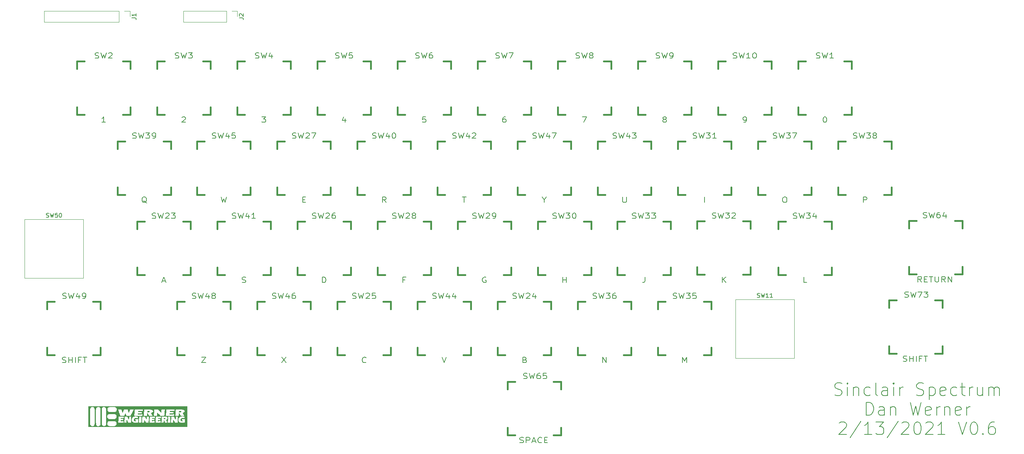
<source format=gbr>
G04 #@! TF.GenerationSoftware,KiCad,Pcbnew,(5.1.5)-3*
G04 #@! TF.CreationDate,2021-02-13T23:02:18-06:00*
G04 #@! TF.ProjectId,SinclairSpectrumKeyboard,53696e63-6c61-4697-9253-706563747275,rev?*
G04 #@! TF.SameCoordinates,Original*
G04 #@! TF.FileFunction,Legend,Top*
G04 #@! TF.FilePolarity,Positive*
%FSLAX46Y46*%
G04 Gerber Fmt 4.6, Leading zero omitted, Abs format (unit mm)*
G04 Created by KiCad (PCBNEW (5.1.5)-3) date 2021-02-13 23:02:18*
%MOMM*%
%LPD*%
G04 APERTURE LIST*
%ADD10C,0.150000*%
%ADD11C,0.010000*%
%ADD12C,0.120000*%
%ADD13C,0.381000*%
%ADD14C,0.203200*%
G04 APERTURE END LIST*
D10*
X245557142Y-197464285D02*
X245985714Y-197607142D01*
X246700000Y-197607142D01*
X246985714Y-197464285D01*
X247128571Y-197321428D01*
X247271428Y-197035714D01*
X247271428Y-196750000D01*
X247128571Y-196464285D01*
X246985714Y-196321428D01*
X246700000Y-196178571D01*
X246128571Y-196035714D01*
X245842857Y-195892857D01*
X245700000Y-195750000D01*
X245557142Y-195464285D01*
X245557142Y-195178571D01*
X245700000Y-194892857D01*
X245842857Y-194750000D01*
X246128571Y-194607142D01*
X246842857Y-194607142D01*
X247271428Y-194750000D01*
X248557142Y-197607142D02*
X248557142Y-195607142D01*
X248557142Y-194607142D02*
X248414285Y-194750000D01*
X248557142Y-194892857D01*
X248700000Y-194750000D01*
X248557142Y-194607142D01*
X248557142Y-194892857D01*
X249985714Y-195607142D02*
X249985714Y-197607142D01*
X249985714Y-195892857D02*
X250128571Y-195750000D01*
X250414285Y-195607142D01*
X250842857Y-195607142D01*
X251128571Y-195750000D01*
X251271428Y-196035714D01*
X251271428Y-197607142D01*
X253985714Y-197464285D02*
X253700000Y-197607142D01*
X253128571Y-197607142D01*
X252842857Y-197464285D01*
X252700000Y-197321428D01*
X252557142Y-197035714D01*
X252557142Y-196178571D01*
X252700000Y-195892857D01*
X252842857Y-195750000D01*
X253128571Y-195607142D01*
X253700000Y-195607142D01*
X253985714Y-195750000D01*
X255700000Y-197607142D02*
X255414285Y-197464285D01*
X255271428Y-197178571D01*
X255271428Y-194607142D01*
X258128571Y-197607142D02*
X258128571Y-196035714D01*
X257985714Y-195750000D01*
X257700000Y-195607142D01*
X257128571Y-195607142D01*
X256842857Y-195750000D01*
X258128571Y-197464285D02*
X257842857Y-197607142D01*
X257128571Y-197607142D01*
X256842857Y-197464285D01*
X256700000Y-197178571D01*
X256700000Y-196892857D01*
X256842857Y-196607142D01*
X257128571Y-196464285D01*
X257842857Y-196464285D01*
X258128571Y-196321428D01*
X259557142Y-197607142D02*
X259557142Y-195607142D01*
X259557142Y-194607142D02*
X259414285Y-194750000D01*
X259557142Y-194892857D01*
X259700000Y-194750000D01*
X259557142Y-194607142D01*
X259557142Y-194892857D01*
X260985714Y-197607142D02*
X260985714Y-195607142D01*
X260985714Y-196178571D02*
X261128571Y-195892857D01*
X261271428Y-195750000D01*
X261557142Y-195607142D01*
X261842857Y-195607142D01*
X264985714Y-197464285D02*
X265414285Y-197607142D01*
X266128571Y-197607142D01*
X266414285Y-197464285D01*
X266557142Y-197321428D01*
X266700000Y-197035714D01*
X266700000Y-196750000D01*
X266557142Y-196464285D01*
X266414285Y-196321428D01*
X266128571Y-196178571D01*
X265557142Y-196035714D01*
X265271428Y-195892857D01*
X265128571Y-195750000D01*
X264985714Y-195464285D01*
X264985714Y-195178571D01*
X265128571Y-194892857D01*
X265271428Y-194750000D01*
X265557142Y-194607142D01*
X266271428Y-194607142D01*
X266700000Y-194750000D01*
X267985714Y-195607142D02*
X267985714Y-198607142D01*
X267985714Y-195750000D02*
X268271428Y-195607142D01*
X268842857Y-195607142D01*
X269128571Y-195750000D01*
X269271428Y-195892857D01*
X269414285Y-196178571D01*
X269414285Y-197035714D01*
X269271428Y-197321428D01*
X269128571Y-197464285D01*
X268842857Y-197607142D01*
X268271428Y-197607142D01*
X267985714Y-197464285D01*
X271842857Y-197464285D02*
X271557142Y-197607142D01*
X270985714Y-197607142D01*
X270700000Y-197464285D01*
X270557142Y-197178571D01*
X270557142Y-196035714D01*
X270700000Y-195750000D01*
X270985714Y-195607142D01*
X271557142Y-195607142D01*
X271842857Y-195750000D01*
X271985714Y-196035714D01*
X271985714Y-196321428D01*
X270557142Y-196607142D01*
X274557142Y-197464285D02*
X274271428Y-197607142D01*
X273700000Y-197607142D01*
X273414285Y-197464285D01*
X273271428Y-197321428D01*
X273128571Y-197035714D01*
X273128571Y-196178571D01*
X273271428Y-195892857D01*
X273414285Y-195750000D01*
X273700000Y-195607142D01*
X274271428Y-195607142D01*
X274557142Y-195750000D01*
X275414285Y-195607142D02*
X276557142Y-195607142D01*
X275842857Y-194607142D02*
X275842857Y-197178571D01*
X275985714Y-197464285D01*
X276271428Y-197607142D01*
X276557142Y-197607142D01*
X277557142Y-197607142D02*
X277557142Y-195607142D01*
X277557142Y-196178571D02*
X277700000Y-195892857D01*
X277842857Y-195750000D01*
X278128571Y-195607142D01*
X278414285Y-195607142D01*
X280700000Y-195607142D02*
X280700000Y-197607142D01*
X279414285Y-195607142D02*
X279414285Y-197178571D01*
X279557142Y-197464285D01*
X279842857Y-197607142D01*
X280271428Y-197607142D01*
X280557142Y-197464285D01*
X280700000Y-197321428D01*
X282128571Y-197607142D02*
X282128571Y-195607142D01*
X282128571Y-195892857D02*
X282271428Y-195750000D01*
X282557142Y-195607142D01*
X282985714Y-195607142D01*
X283271428Y-195750000D01*
X283414285Y-196035714D01*
X283414285Y-197607142D01*
X283414285Y-196035714D02*
X283557142Y-195750000D01*
X283842857Y-195607142D01*
X284271428Y-195607142D01*
X284557142Y-195750000D01*
X284700000Y-196035714D01*
X284700000Y-197607142D01*
X253057142Y-202257142D02*
X253057142Y-199257142D01*
X253771428Y-199257142D01*
X254200000Y-199400000D01*
X254485714Y-199685714D01*
X254628571Y-199971428D01*
X254771428Y-200542857D01*
X254771428Y-200971428D01*
X254628571Y-201542857D01*
X254485714Y-201828571D01*
X254200000Y-202114285D01*
X253771428Y-202257142D01*
X253057142Y-202257142D01*
X257342857Y-202257142D02*
X257342857Y-200685714D01*
X257200000Y-200400000D01*
X256914285Y-200257142D01*
X256342857Y-200257142D01*
X256057142Y-200400000D01*
X257342857Y-202114285D02*
X257057142Y-202257142D01*
X256342857Y-202257142D01*
X256057142Y-202114285D01*
X255914285Y-201828571D01*
X255914285Y-201542857D01*
X256057142Y-201257142D01*
X256342857Y-201114285D01*
X257057142Y-201114285D01*
X257342857Y-200971428D01*
X258771428Y-200257142D02*
X258771428Y-202257142D01*
X258771428Y-200542857D02*
X258914285Y-200400000D01*
X259200000Y-200257142D01*
X259628571Y-200257142D01*
X259914285Y-200400000D01*
X260057142Y-200685714D01*
X260057142Y-202257142D01*
X263485714Y-199257142D02*
X264200000Y-202257142D01*
X264771428Y-200114285D01*
X265342857Y-202257142D01*
X266057142Y-199257142D01*
X268342857Y-202114285D02*
X268057142Y-202257142D01*
X267485714Y-202257142D01*
X267200000Y-202114285D01*
X267057142Y-201828571D01*
X267057142Y-200685714D01*
X267200000Y-200400000D01*
X267485714Y-200257142D01*
X268057142Y-200257142D01*
X268342857Y-200400000D01*
X268485714Y-200685714D01*
X268485714Y-200971428D01*
X267057142Y-201257142D01*
X269771428Y-202257142D02*
X269771428Y-200257142D01*
X269771428Y-200828571D02*
X269914285Y-200542857D01*
X270057142Y-200400000D01*
X270342857Y-200257142D01*
X270628571Y-200257142D01*
X271628571Y-200257142D02*
X271628571Y-202257142D01*
X271628571Y-200542857D02*
X271771428Y-200400000D01*
X272057142Y-200257142D01*
X272485714Y-200257142D01*
X272771428Y-200400000D01*
X272914285Y-200685714D01*
X272914285Y-202257142D01*
X275485714Y-202114285D02*
X275200000Y-202257142D01*
X274628571Y-202257142D01*
X274342857Y-202114285D01*
X274200000Y-201828571D01*
X274200000Y-200685714D01*
X274342857Y-200400000D01*
X274628571Y-200257142D01*
X275200000Y-200257142D01*
X275485714Y-200400000D01*
X275628571Y-200685714D01*
X275628571Y-200971428D01*
X274200000Y-201257142D01*
X276914285Y-202257142D02*
X276914285Y-200257142D01*
X276914285Y-200828571D02*
X277057142Y-200542857D01*
X277200000Y-200400000D01*
X277485714Y-200257142D01*
X277771428Y-200257142D01*
X246628571Y-204192857D02*
X246771428Y-204050000D01*
X247057142Y-203907142D01*
X247771428Y-203907142D01*
X248057142Y-204050000D01*
X248200000Y-204192857D01*
X248342857Y-204478571D01*
X248342857Y-204764285D01*
X248200000Y-205192857D01*
X246485714Y-206907142D01*
X248342857Y-206907142D01*
X251771428Y-203764285D02*
X249200000Y-207621428D01*
X254342857Y-206907142D02*
X252628571Y-206907142D01*
X253485714Y-206907142D02*
X253485714Y-203907142D01*
X253200000Y-204335714D01*
X252914285Y-204621428D01*
X252628571Y-204764285D01*
X255342857Y-203907142D02*
X257200000Y-203907142D01*
X256200000Y-205050000D01*
X256628571Y-205050000D01*
X256914285Y-205192857D01*
X257057142Y-205335714D01*
X257200000Y-205621428D01*
X257200000Y-206335714D01*
X257057142Y-206621428D01*
X256914285Y-206764285D01*
X256628571Y-206907142D01*
X255771428Y-206907142D01*
X255485714Y-206764285D01*
X255342857Y-206621428D01*
X260628571Y-203764285D02*
X258057142Y-207621428D01*
X261485714Y-204192857D02*
X261628571Y-204050000D01*
X261914285Y-203907142D01*
X262628571Y-203907142D01*
X262914285Y-204050000D01*
X263057142Y-204192857D01*
X263200000Y-204478571D01*
X263200000Y-204764285D01*
X263057142Y-205192857D01*
X261342857Y-206907142D01*
X263200000Y-206907142D01*
X265057142Y-203907142D02*
X265342857Y-203907142D01*
X265628571Y-204050000D01*
X265771428Y-204192857D01*
X265914285Y-204478571D01*
X266057142Y-205050000D01*
X266057142Y-205764285D01*
X265914285Y-206335714D01*
X265771428Y-206621428D01*
X265628571Y-206764285D01*
X265342857Y-206907142D01*
X265057142Y-206907142D01*
X264771428Y-206764285D01*
X264628571Y-206621428D01*
X264485714Y-206335714D01*
X264342857Y-205764285D01*
X264342857Y-205050000D01*
X264485714Y-204478571D01*
X264628571Y-204192857D01*
X264771428Y-204050000D01*
X265057142Y-203907142D01*
X267200000Y-204192857D02*
X267342857Y-204050000D01*
X267628571Y-203907142D01*
X268342857Y-203907142D01*
X268628571Y-204050000D01*
X268771428Y-204192857D01*
X268914285Y-204478571D01*
X268914285Y-204764285D01*
X268771428Y-205192857D01*
X267057142Y-206907142D01*
X268914285Y-206907142D01*
X271771428Y-206907142D02*
X270057142Y-206907142D01*
X270914285Y-206907142D02*
X270914285Y-203907142D01*
X270628571Y-204335714D01*
X270342857Y-204621428D01*
X270057142Y-204764285D01*
X274914285Y-203907142D02*
X275914285Y-206907142D01*
X276914285Y-203907142D01*
X278485714Y-203907142D02*
X278771428Y-203907142D01*
X279057142Y-204050000D01*
X279200000Y-204192857D01*
X279342857Y-204478571D01*
X279485714Y-205050000D01*
X279485714Y-205764285D01*
X279342857Y-206335714D01*
X279200000Y-206621428D01*
X279057142Y-206764285D01*
X278771428Y-206907142D01*
X278485714Y-206907142D01*
X278200000Y-206764285D01*
X278057142Y-206621428D01*
X277914285Y-206335714D01*
X277771428Y-205764285D01*
X277771428Y-205050000D01*
X277914285Y-204478571D01*
X278057142Y-204192857D01*
X278200000Y-204050000D01*
X278485714Y-203907142D01*
X280771428Y-206621428D02*
X280914285Y-206764285D01*
X280771428Y-206907142D01*
X280628571Y-206764285D01*
X280771428Y-206621428D01*
X280771428Y-206907142D01*
X283485714Y-203907142D02*
X282914285Y-203907142D01*
X282628571Y-204050000D01*
X282485714Y-204192857D01*
X282200000Y-204621428D01*
X282057142Y-205192857D01*
X282057142Y-206335714D01*
X282200000Y-206621428D01*
X282342857Y-206764285D01*
X282628571Y-206907142D01*
X283200000Y-206907142D01*
X283485714Y-206764285D01*
X283628571Y-206621428D01*
X283771428Y-206335714D01*
X283771428Y-205621428D01*
X283628571Y-205335714D01*
X283485714Y-205192857D01*
X283200000Y-205050000D01*
X282628571Y-205050000D01*
X282342857Y-205192857D01*
X282200000Y-205335714D01*
X282057142Y-205621428D01*
D11*
G36*
X89967971Y-201281506D02*
G01*
X90043210Y-201290864D01*
X90085514Y-201310936D01*
X90103760Y-201345383D01*
X90107000Y-201384813D01*
X90097666Y-201440171D01*
X90060454Y-201476460D01*
X90018915Y-201496396D01*
X89941817Y-201517586D01*
X89842662Y-201530889D01*
X89787140Y-201533200D01*
X89643450Y-201533200D01*
X89659325Y-201453825D01*
X89670813Y-201381541D01*
X89675200Y-201326825D01*
X89680939Y-201301581D01*
X89705337Y-201287174D01*
X89759162Y-201280687D01*
X89850922Y-201279200D01*
X89967971Y-201281506D01*
G37*
X89967971Y-201281506D02*
X90043210Y-201290864D01*
X90085514Y-201310936D01*
X90103760Y-201345383D01*
X90107000Y-201384813D01*
X90097666Y-201440171D01*
X90060454Y-201476460D01*
X90018915Y-201496396D01*
X89941817Y-201517586D01*
X89842662Y-201530889D01*
X89787140Y-201533200D01*
X89643450Y-201533200D01*
X89659325Y-201453825D01*
X89670813Y-201381541D01*
X89675200Y-201326825D01*
X89680939Y-201301581D01*
X89705337Y-201287174D01*
X89759162Y-201280687D01*
X89850922Y-201279200D01*
X89967971Y-201281506D01*
G36*
X82449571Y-201281506D02*
G01*
X82524810Y-201290864D01*
X82567114Y-201310936D01*
X82585360Y-201345383D01*
X82588600Y-201384813D01*
X82579266Y-201440171D01*
X82542054Y-201476460D01*
X82500515Y-201496396D01*
X82423417Y-201517586D01*
X82324262Y-201530889D01*
X82268740Y-201533200D01*
X82125050Y-201533200D01*
X82140925Y-201453825D01*
X82152413Y-201381541D01*
X82156800Y-201326825D01*
X82162539Y-201301581D01*
X82186937Y-201287174D01*
X82240762Y-201280687D01*
X82332522Y-201279200D01*
X82449571Y-201281506D01*
G37*
X82449571Y-201281506D02*
X82524810Y-201290864D01*
X82567114Y-201310936D01*
X82585360Y-201345383D01*
X82588600Y-201384813D01*
X82579266Y-201440171D01*
X82542054Y-201476460D01*
X82500515Y-201496396D01*
X82423417Y-201517586D01*
X82324262Y-201530889D01*
X82268740Y-201533200D01*
X82125050Y-201533200D01*
X82140925Y-201453825D01*
X82152413Y-201381541D01*
X82156800Y-201326825D01*
X82162539Y-201301581D01*
X82186937Y-201287174D01*
X82240762Y-201280687D01*
X82332522Y-201279200D01*
X82449571Y-201281506D01*
G36*
X86240635Y-202964487D02*
G01*
X86317738Y-202991169D01*
X86347419Y-203035679D01*
X86347800Y-203042595D01*
X86332773Y-203106280D01*
X86283694Y-203143550D01*
X86194564Y-203158218D01*
X86164920Y-203158800D01*
X86043000Y-203158800D01*
X86043000Y-203057200D01*
X86046106Y-202992004D01*
X86062379Y-202963021D01*
X86102252Y-202955733D01*
X86116025Y-202955600D01*
X86240635Y-202964487D01*
G37*
X86240635Y-202964487D02*
X86317738Y-202991169D01*
X86347419Y-203035679D01*
X86347800Y-203042595D01*
X86332773Y-203106280D01*
X86283694Y-203143550D01*
X86194564Y-203158218D01*
X86164920Y-203158800D01*
X86043000Y-203158800D01*
X86043000Y-203057200D01*
X86046106Y-202992004D01*
X86062379Y-202963021D01*
X86102252Y-202955733D01*
X86116025Y-202955600D01*
X86240635Y-202964487D01*
G36*
X91554800Y-205038400D02*
G01*
X68085200Y-205038400D01*
X68085200Y-202587300D01*
X68478900Y-202587300D01*
X68478900Y-204492300D01*
X68534936Y-204597054D01*
X68636567Y-204737745D01*
X68766143Y-204838463D01*
X68917098Y-204896513D01*
X69082866Y-204909200D01*
X69230173Y-204882407D01*
X69362045Y-204818626D01*
X69476904Y-204717079D01*
X69556119Y-204598611D01*
X69566051Y-204577198D01*
X69574659Y-204554468D01*
X69582036Y-204526833D01*
X69588276Y-204490709D01*
X69593472Y-204442507D01*
X69597718Y-204378642D01*
X69601107Y-204295527D01*
X69603734Y-204189576D01*
X69605691Y-204057203D01*
X69607073Y-203894820D01*
X69607972Y-203698841D01*
X69608482Y-203465681D01*
X69608698Y-203191752D01*
X69608712Y-202873467D01*
X69608642Y-202585630D01*
X69608515Y-202299867D01*
X69837786Y-202299867D01*
X69837800Y-202580662D01*
X69838165Y-202985401D01*
X69839269Y-203340219D01*
X69841125Y-203645993D01*
X69843745Y-203903596D01*
X69847143Y-204113903D01*
X69851331Y-204277790D01*
X69856322Y-204396130D01*
X69862129Y-204469800D01*
X69865841Y-204492265D01*
X69899960Y-204578414D01*
X69954722Y-204670635D01*
X69985073Y-204710163D01*
X70112373Y-204823556D01*
X70257459Y-204890857D01*
X70414531Y-204910965D01*
X70577785Y-204882780D01*
X70677638Y-204841550D01*
X70814993Y-204748185D01*
X70891742Y-204661561D01*
X70968100Y-204551423D01*
X70968100Y-202590288D01*
X71209400Y-202590288D01*
X71209512Y-202945822D01*
X71209899Y-203254111D01*
X71210630Y-203518712D01*
X71211778Y-203743180D01*
X71213414Y-203931070D01*
X71215611Y-204085938D01*
X71218440Y-204211340D01*
X71221972Y-204310830D01*
X71226279Y-204387965D01*
X71231433Y-204446300D01*
X71237506Y-204489390D01*
X71244569Y-204520792D01*
X71248580Y-204533461D01*
X71324034Y-204677392D01*
X71432448Y-204789159D01*
X71565223Y-204865818D01*
X71713762Y-204904424D01*
X71869467Y-204902033D01*
X72023742Y-204855698D01*
X72088238Y-204821075D01*
X72191261Y-204739718D01*
X72269053Y-204632490D01*
X72281426Y-204609657D01*
X72352400Y-204473799D01*
X72352400Y-204263700D01*
X72543694Y-204263700D01*
X72555719Y-204430491D01*
X72595001Y-204563570D01*
X72666584Y-204674910D01*
X72751712Y-204757383D01*
X72807531Y-204800682D01*
X72863096Y-204834934D01*
X72924979Y-204861120D01*
X72999752Y-204880218D01*
X73093987Y-204893209D01*
X73214256Y-204901072D01*
X73367132Y-204904788D01*
X73559186Y-204905335D01*
X73736700Y-204904224D01*
X73938257Y-204902325D01*
X74095723Y-204900052D01*
X74215808Y-204896872D01*
X74305221Y-204892251D01*
X74370671Y-204885657D01*
X74418867Y-204876557D01*
X74456519Y-204864418D01*
X74490334Y-204848707D01*
X74500043Y-204843587D01*
X74649016Y-204741895D01*
X74753867Y-204618213D01*
X74816576Y-204468875D01*
X74839124Y-204290217D01*
X74837807Y-204218336D01*
X74809508Y-204037512D01*
X74789726Y-203993160D01*
X75157385Y-203993160D01*
X75158245Y-204042299D01*
X75159952Y-204049180D01*
X75189117Y-204056347D01*
X75263499Y-204062511D01*
X75377520Y-204067464D01*
X75525604Y-204071001D01*
X75702173Y-204072914D01*
X75808927Y-204073200D01*
X76443057Y-204073200D01*
X76467828Y-204008046D01*
X76479872Y-203956622D01*
X76582905Y-203956622D01*
X76583534Y-204020027D01*
X76586294Y-204038435D01*
X76606116Y-204055129D01*
X76655110Y-204065876D01*
X76740564Y-204071593D01*
X76862723Y-204073200D01*
X76982669Y-204072239D01*
X77061787Y-204068229D01*
X77110029Y-204059481D01*
X77137349Y-204044305D01*
X77152106Y-204024069D01*
X77163362Y-203978417D01*
X77172211Y-203895675D01*
X77177466Y-203789538D01*
X77178400Y-203720768D01*
X77180258Y-203612435D01*
X77185268Y-203524486D01*
X77192576Y-203468370D01*
X77198210Y-203454354D01*
X77216571Y-203470983D01*
X77253301Y-203525061D01*
X77303592Y-203608834D01*
X77362635Y-203714546D01*
X77382360Y-203751305D01*
X77546700Y-204060500D01*
X78231276Y-204060500D01*
X78249446Y-203997000D01*
X78255346Y-203955282D01*
X78262681Y-203870187D01*
X78270982Y-203749105D01*
X78279783Y-203599423D01*
X78288614Y-203428530D01*
X78295942Y-203267686D01*
X78331460Y-203267686D01*
X78331793Y-203462565D01*
X78377844Y-203640111D01*
X78466022Y-203795212D01*
X78592738Y-203922759D01*
X78754401Y-204017639D01*
X78889941Y-204062740D01*
X78992804Y-204079356D01*
X79131036Y-204090202D01*
X79289517Y-204095124D01*
X79453126Y-204093965D01*
X79606744Y-204086569D01*
X79735249Y-204072782D01*
X79743217Y-204071524D01*
X79830068Y-204053964D01*
X79895650Y-204034261D01*
X79924420Y-204017835D01*
X79931083Y-203984464D01*
X79935484Y-203941905D01*
X80053526Y-203941905D01*
X80055572Y-204015707D01*
X80060332Y-204046235D01*
X80093088Y-204058504D01*
X80169916Y-204067409D01*
X80284168Y-204072365D01*
X80366705Y-204073200D01*
X80494420Y-204072240D01*
X80580491Y-204068498D01*
X80634050Y-204060675D01*
X80664231Y-204047474D01*
X80679579Y-204028750D01*
X80687412Y-203989694D01*
X80690044Y-203960008D01*
X80796199Y-203960008D01*
X80796819Y-204028106D01*
X80799999Y-204051197D01*
X80829910Y-204060261D01*
X80899412Y-204066322D01*
X80997349Y-204068735D01*
X81085667Y-204067688D01*
X81356700Y-204060500D01*
X81378714Y-203747234D01*
X81388581Y-203630303D01*
X81399665Y-203536663D01*
X81410682Y-203475124D01*
X81420348Y-203454494D01*
X81421307Y-203455134D01*
X81440219Y-203484503D01*
X81477419Y-203549904D01*
X81527869Y-203642238D01*
X81586534Y-203752409D01*
X81598635Y-203775450D01*
X81755385Y-204074601D01*
X82102142Y-204067550D01*
X82448900Y-204060500D01*
X82451805Y-204011507D01*
X82568719Y-204011507D01*
X82571883Y-204033791D01*
X82581524Y-204046226D01*
X82603559Y-204055677D01*
X82643799Y-204062439D01*
X82708058Y-204066808D01*
X82802149Y-204069080D01*
X82931884Y-204069551D01*
X83103077Y-204068518D01*
X83229320Y-204067287D01*
X83871300Y-204060500D01*
X83881581Y-203968834D01*
X83992498Y-203968834D01*
X83993253Y-204025705D01*
X83995424Y-204036765D01*
X84007230Y-204048281D01*
X84036418Y-204057174D01*
X84088530Y-204063756D01*
X84169107Y-204068338D01*
X84283689Y-204071231D01*
X84437819Y-204072748D01*
X84637038Y-204073199D01*
X84643703Y-204073200D01*
X84851483Y-204072191D01*
X85023546Y-204069256D01*
X85156370Y-204064533D01*
X85246433Y-204058158D01*
X85290210Y-204050270D01*
X85293675Y-204047839D01*
X85308408Y-204000263D01*
X85308525Y-203999405D01*
X85418289Y-203999405D01*
X85420582Y-204045122D01*
X85422038Y-204049965D01*
X85452025Y-204059638D01*
X85519869Y-204066697D01*
X85612724Y-204071087D01*
X85717742Y-204072756D01*
X85822078Y-204071651D01*
X85912884Y-204067721D01*
X85977314Y-204060912D01*
X86002093Y-204052340D01*
X86008570Y-204020128D01*
X86016633Y-203947932D01*
X86025249Y-203846501D01*
X86033268Y-203728490D01*
X86041105Y-203606952D01*
X86049171Y-203525013D01*
X86059792Y-203484062D01*
X86075298Y-203485491D01*
X86098016Y-203530692D01*
X86130277Y-203621054D01*
X86174407Y-203757970D01*
X86195737Y-203825550D01*
X86273781Y-204073200D01*
X86565587Y-204073200D01*
X86694196Y-204072188D01*
X86780709Y-204068371D01*
X86833809Y-204060576D01*
X86862173Y-204047631D01*
X86873353Y-204031612D01*
X86869096Y-203990497D01*
X86858349Y-203959012D01*
X86939865Y-203959012D01*
X86941601Y-204026306D01*
X86945059Y-204048381D01*
X86977137Y-204060654D01*
X87047241Y-204068880D01*
X87142769Y-204073200D01*
X87251120Y-204073757D01*
X87359692Y-204070692D01*
X87455883Y-204064147D01*
X87527093Y-204054264D01*
X87560519Y-204041450D01*
X87569116Y-204006389D01*
X87569997Y-203997786D01*
X87677440Y-203997786D01*
X87680123Y-204043601D01*
X87681638Y-204048348D01*
X87712255Y-204058970D01*
X87780368Y-204066610D01*
X87872791Y-204071215D01*
X87976340Y-204072727D01*
X88077832Y-204071093D01*
X88164081Y-204066258D01*
X88221904Y-204058166D01*
X88238324Y-204050672D01*
X88245206Y-204017660D01*
X88253424Y-203944926D01*
X88261908Y-203843491D01*
X88269045Y-203734035D01*
X88277391Y-203620303D01*
X88287613Y-203529462D01*
X88298402Y-203470877D01*
X88308226Y-203453759D01*
X88327353Y-203480506D01*
X88363930Y-203543973D01*
X88413062Y-203635262D01*
X88469854Y-203745472D01*
X88482400Y-203770396D01*
X88634191Y-204073200D01*
X88977692Y-204073200D01*
X89128162Y-204071767D01*
X89233231Y-204067153D01*
X89298230Y-204058878D01*
X89328487Y-204046464D01*
X89331732Y-204041450D01*
X89335882Y-204008643D01*
X89342321Y-203931932D01*
X89350579Y-203818135D01*
X89360185Y-203674073D01*
X89370670Y-203506564D01*
X89379973Y-203349300D01*
X89434367Y-203349300D01*
X89436406Y-203467526D01*
X89444663Y-203552042D01*
X89462344Y-203619850D01*
X89492659Y-203687950D01*
X89501469Y-203704900D01*
X89550521Y-203787174D01*
X89602291Y-203858151D01*
X89628235Y-203886183D01*
X89724204Y-203954814D01*
X89847242Y-204017396D01*
X89973892Y-204062627D01*
X90014131Y-204072148D01*
X90109640Y-204084247D01*
X90240421Y-204091730D01*
X90391155Y-204094568D01*
X90546521Y-204092727D01*
X90691198Y-204086178D01*
X90809868Y-204074889D01*
X90817738Y-204073786D01*
X90911681Y-204055015D01*
X90981724Y-204031082D01*
X91010586Y-204011415D01*
X91023173Y-203970464D01*
X91034567Y-203890514D01*
X91044357Y-203782387D01*
X91052136Y-203656905D01*
X91057494Y-203524890D01*
X91060024Y-203397164D01*
X91059315Y-203284548D01*
X91054960Y-203197865D01*
X91046549Y-203147937D01*
X91043426Y-203142034D01*
X91005377Y-203126440D01*
X90928652Y-203115135D01*
X90825190Y-203108091D01*
X90706930Y-203105279D01*
X90585813Y-203106670D01*
X90473778Y-203112234D01*
X90382764Y-203121943D01*
X90324712Y-203135768D01*
X90312097Y-203143813D01*
X90295890Y-203191677D01*
X90288896Y-203278728D01*
X90289937Y-203353363D01*
X90297500Y-203527100D01*
X90380050Y-203535059D01*
X90439504Y-203548720D01*
X90461444Y-203579936D01*
X90462600Y-203595262D01*
X90458324Y-203623867D01*
X90437700Y-203638064D01*
X90389029Y-203640990D01*
X90309213Y-203636410D01*
X90188349Y-203617531D01*
X90108296Y-203577065D01*
X90061214Y-203508043D01*
X90039263Y-203403498D01*
X90038568Y-203395869D01*
X90047322Y-203254654D01*
X90097659Y-203139066D01*
X90186057Y-203051364D01*
X90308995Y-202993802D01*
X90462951Y-202968637D01*
X90644403Y-202978126D01*
X90681398Y-202983981D01*
X90782499Y-203000012D01*
X90874287Y-203011885D01*
X90932500Y-203016769D01*
X91008700Y-203019100D01*
X90999961Y-202803200D01*
X90993261Y-202700996D01*
X90983044Y-202617188D01*
X90971166Y-202565644D01*
X90967124Y-202557987D01*
X90932343Y-202544101D01*
X90856626Y-202530273D01*
X90749819Y-202517993D01*
X90653864Y-202510607D01*
X90376543Y-202506565D01*
X90140140Y-202531734D01*
X89943950Y-202586199D01*
X89912037Y-202599479D01*
X89788439Y-202673195D01*
X89665206Y-202779490D01*
X89558669Y-202902719D01*
X89501710Y-202992680D01*
X89468014Y-203063674D01*
X89447720Y-203130358D01*
X89437606Y-203209800D01*
X89434448Y-203319069D01*
X89434367Y-203349300D01*
X89379973Y-203349300D01*
X89381563Y-203322429D01*
X89382718Y-203302287D01*
X89394878Y-203079806D01*
X89403149Y-202903458D01*
X89407600Y-202768731D01*
X89408295Y-202671112D01*
X89405303Y-202606089D01*
X89398688Y-202569150D01*
X89393673Y-202559337D01*
X89354646Y-202541886D01*
X89280320Y-202529814D01*
X89184765Y-202523223D01*
X89082053Y-202522216D01*
X88986254Y-202526893D01*
X88911438Y-202537357D01*
X88871676Y-202553710D01*
X88870249Y-202555550D01*
X88860449Y-202591957D01*
X88848683Y-202668145D01*
X88836386Y-202773207D01*
X88824991Y-202896236D01*
X88824300Y-202904800D01*
X88798900Y-203222300D01*
X88636416Y-202917500D01*
X88573437Y-202801323D01*
X88515794Y-202698565D01*
X88469157Y-202619089D01*
X88439197Y-202572759D01*
X88435629Y-202568250D01*
X88411646Y-202548751D01*
X88373377Y-202535806D01*
X88311387Y-202528166D01*
X88216244Y-202524585D01*
X88099573Y-202523800D01*
X87951773Y-202526065D01*
X87850740Y-202533114D01*
X87792631Y-202545323D01*
X87776553Y-202555550D01*
X87766409Y-202591226D01*
X87755705Y-202667699D01*
X87745499Y-202774990D01*
X87736847Y-202903121D01*
X87734168Y-202955600D01*
X87725343Y-203129444D01*
X87714217Y-203325281D01*
X87702259Y-203518290D01*
X87691664Y-203673698D01*
X87683478Y-203802835D01*
X87678647Y-203914198D01*
X87677440Y-203997786D01*
X87569997Y-203997786D01*
X87577054Y-203928942D01*
X87584201Y-203817054D01*
X87590424Y-203678671D01*
X87595590Y-203521738D01*
X87599566Y-203354201D01*
X87602219Y-203184005D01*
X87603418Y-203019098D01*
X87603028Y-202867423D01*
X87600917Y-202736927D01*
X87596953Y-202635556D01*
X87591003Y-202571256D01*
X87585398Y-202552358D01*
X87546198Y-202538126D01*
X87470831Y-202528599D01*
X87372818Y-202523702D01*
X87265682Y-202523358D01*
X87162942Y-202527492D01*
X87078120Y-202536029D01*
X87024738Y-202548893D01*
X87014959Y-202555550D01*
X87007809Y-202587921D01*
X86999609Y-202663138D01*
X86990730Y-202773267D01*
X86981545Y-202910373D01*
X86972424Y-203066523D01*
X86963740Y-203233781D01*
X86955863Y-203404215D01*
X86949166Y-203569889D01*
X86944020Y-203722869D01*
X86940796Y-203855221D01*
X86939865Y-203959012D01*
X86858349Y-203959012D01*
X86842688Y-203913131D01*
X86797109Y-203807409D01*
X86758255Y-203726506D01*
X86706523Y-203620909D01*
X86664421Y-203531966D01*
X86636487Y-203469469D01*
X86627200Y-203443670D01*
X86647377Y-203420289D01*
X86697297Y-203386873D01*
X86711364Y-203379026D01*
X86777077Y-203329371D01*
X86843528Y-203257665D01*
X86865601Y-203227200D01*
X86906135Y-203157614D01*
X86925396Y-203094492D01*
X86928808Y-203014718D01*
X86926618Y-202967219D01*
X86900841Y-202820520D01*
X86840211Y-202707824D01*
X86740416Y-202622539D01*
X86680340Y-202590776D01*
X86635535Y-202572266D01*
X86587162Y-202558246D01*
X86527115Y-202547916D01*
X86447284Y-202540477D01*
X86339561Y-202535133D01*
X86195839Y-202531083D01*
X86044361Y-202528150D01*
X85868185Y-202525421D01*
X85735929Y-202524488D01*
X85640735Y-202525801D01*
X85575739Y-202529810D01*
X85534082Y-202536965D01*
X85508903Y-202547718D01*
X85493340Y-202562519D01*
X85491911Y-202564426D01*
X85476861Y-202605071D01*
X85466550Y-202682156D01*
X85460586Y-202800406D01*
X85458578Y-202964549D01*
X85458577Y-202966804D01*
X85456336Y-203140220D01*
X85450431Y-203337113D01*
X85441803Y-203531437D01*
X85433016Y-203675315D01*
X85424796Y-203804586D01*
X85419791Y-203915921D01*
X85418289Y-203999405D01*
X85308525Y-203999405D01*
X85319150Y-203921967D01*
X85325234Y-203829472D01*
X85325996Y-203739297D01*
X85320771Y-203667961D01*
X85310353Y-203633464D01*
X85286859Y-203618942D01*
X85240419Y-203610139D01*
X85163422Y-203606575D01*
X85048256Y-203607770D01*
X84951122Y-203610807D01*
X84816480Y-203615364D01*
X84724483Y-203616885D01*
X84667014Y-203614333D01*
X84635956Y-203606670D01*
X84623194Y-203592859D01*
X84620611Y-203571863D01*
X84620600Y-203568571D01*
X84623072Y-203545277D01*
X84636254Y-203529839D01*
X84668798Y-203520647D01*
X84729352Y-203516086D01*
X84826565Y-203514545D01*
X84911200Y-203514400D01*
X85052355Y-203511905D01*
X85153131Y-203504673D01*
X85209355Y-203493085D01*
X85219138Y-203486348D01*
X85230115Y-203447706D01*
X85241405Y-203375060D01*
X85249482Y-203296252D01*
X85254922Y-203199273D01*
X85247861Y-203132830D01*
X85220721Y-203091162D01*
X85165922Y-203068509D01*
X85075887Y-203059109D01*
X84943036Y-203057201D01*
X84934989Y-203057200D01*
X84814012Y-203056010D01*
X84735558Y-203051649D01*
X84691389Y-203042924D01*
X84673267Y-203028646D01*
X84671400Y-203019100D01*
X84678768Y-203003213D01*
X84705887Y-202992331D01*
X84760281Y-202985584D01*
X84849472Y-202982100D01*
X84980983Y-202981011D01*
X85000706Y-202981000D01*
X85136657Y-202980377D01*
X85230575Y-202977701D01*
X85291219Y-202971763D01*
X85327350Y-202961352D01*
X85347728Y-202945258D01*
X85356306Y-202931869D01*
X85372638Y-202874644D01*
X85380788Y-202791371D01*
X85380953Y-202699801D01*
X85373331Y-202617685D01*
X85358116Y-202562775D01*
X85352120Y-202554280D01*
X85319248Y-202545895D01*
X85244389Y-202538680D01*
X85136341Y-202532716D01*
X85003907Y-202528080D01*
X84855884Y-202524853D01*
X84701075Y-202523111D01*
X84548278Y-202522936D01*
X84406295Y-202524405D01*
X84283924Y-202527598D01*
X84189968Y-202532594D01*
X84133225Y-202539471D01*
X84122119Y-202543238D01*
X84110149Y-202575452D01*
X84097529Y-202654356D01*
X84084719Y-202775851D01*
X84072178Y-202935839D01*
X84064466Y-203057200D01*
X84053617Y-203229330D01*
X84041451Y-203401344D01*
X84028988Y-203560161D01*
X84017248Y-203692699D01*
X84008418Y-203776415D01*
X83997783Y-203881114D01*
X83992498Y-203968834D01*
X83881581Y-203968834D01*
X83893388Y-203863563D01*
X83903180Y-203743168D01*
X83900137Y-203666829D01*
X83887360Y-203632749D01*
X83863252Y-203618473D01*
X83814696Y-203609901D01*
X83734329Y-203606584D01*
X83614784Y-203608071D01*
X83528722Y-203610807D01*
X83394066Y-203615349D01*
X83302056Y-203616837D01*
X83244578Y-203614253D01*
X83213519Y-203606581D01*
X83200767Y-203592804D01*
X83198207Y-203571905D01*
X83198200Y-203569377D01*
X83200978Y-203546599D01*
X83214993Y-203531111D01*
X83248764Y-203521185D01*
X83310811Y-203515094D01*
X83409652Y-203511110D01*
X83496650Y-203508856D01*
X83795100Y-203501700D01*
X83816642Y-203316805D01*
X83827055Y-203211601D01*
X83824552Y-203139514D01*
X83801804Y-203094289D01*
X83751484Y-203069669D01*
X83666263Y-203059396D01*
X83538814Y-203057216D01*
X83512589Y-203057200D01*
X83391202Y-203055960D01*
X83312466Y-203051474D01*
X83268275Y-203042593D01*
X83250523Y-203028169D01*
X83249000Y-203019837D01*
X83257334Y-203004126D01*
X83287164Y-202992798D01*
X83345734Y-202984897D01*
X83440283Y-202979465D01*
X83578055Y-202975546D01*
X83585550Y-202975387D01*
X83922100Y-202968300D01*
X83944620Y-202784583D01*
X83954807Y-202676855D01*
X83953025Y-202607947D01*
X83938821Y-202567200D01*
X83935159Y-202562333D01*
X83899232Y-202549053D01*
X83821403Y-202538216D01*
X83710513Y-202529841D01*
X83575404Y-202523946D01*
X83424917Y-202520550D01*
X83267892Y-202519673D01*
X83113169Y-202521331D01*
X82969591Y-202525545D01*
X82845998Y-202532333D01*
X82751230Y-202541714D01*
X82694129Y-202553705D01*
X82683339Y-202559688D01*
X82668709Y-202588242D01*
X82656828Y-202645247D01*
X82647084Y-202736344D01*
X82638869Y-202867171D01*
X82631834Y-203035938D01*
X82624544Y-203204979D01*
X82614789Y-203379358D01*
X82603611Y-203543095D01*
X82592049Y-203680207D01*
X82586321Y-203734903D01*
X82575171Y-203847657D01*
X82569097Y-203944130D01*
X82568719Y-204011507D01*
X82451805Y-204011507D01*
X82492488Y-203325464D01*
X82505727Y-203090886D01*
X82514736Y-202903554D01*
X82519584Y-202760096D01*
X82520340Y-202657138D01*
X82517076Y-202591310D01*
X82509861Y-202559239D01*
X82508428Y-202557114D01*
X82472022Y-202542689D01*
X82399113Y-202531993D01*
X82303887Y-202525356D01*
X82200526Y-202523109D01*
X82103216Y-202525581D01*
X82026139Y-202533105D01*
X81985058Y-202544918D01*
X81968082Y-202580751D01*
X81953700Y-202665493D01*
X81941810Y-202799870D01*
X81936509Y-202890973D01*
X81929188Y-203028149D01*
X81920963Y-203120050D01*
X81908140Y-203166694D01*
X81887025Y-203168102D01*
X81853925Y-203124295D01*
X81805146Y-203035294D01*
X81736993Y-202901117D01*
X81732444Y-202892100D01*
X81664163Y-202756347D01*
X81611830Y-202658732D01*
X81566708Y-202592994D01*
X81520058Y-202552873D01*
X81463143Y-202532109D01*
X81387225Y-202524441D01*
X81283565Y-202523609D01*
X81218380Y-202523799D01*
X81069906Y-202526048D01*
X80968205Y-202533045D01*
X80909436Y-202545163D01*
X80892765Y-202555550D01*
X80885154Y-202587768D01*
X80875836Y-202662823D01*
X80865303Y-202772801D01*
X80854046Y-202909786D01*
X80842555Y-203065863D01*
X80831322Y-203233117D01*
X80820837Y-203403632D01*
X80811591Y-203569494D01*
X80804075Y-203722788D01*
X80798781Y-203855597D01*
X80796199Y-203960008D01*
X80690044Y-203960008D01*
X80694562Y-203909061D01*
X80700918Y-203794797D01*
X80706372Y-203654852D01*
X80710813Y-203497173D01*
X80714134Y-203329707D01*
X80716223Y-203160403D01*
X80716972Y-202997210D01*
X80716272Y-202848074D01*
X80714014Y-202720944D01*
X80710087Y-202623768D01*
X80704382Y-202564494D01*
X80699920Y-202550280D01*
X80664639Y-202539453D01*
X80592141Y-202531417D01*
X80495941Y-202526341D01*
X80389551Y-202524393D01*
X80286489Y-202525740D01*
X80200267Y-202530552D01*
X80144401Y-202538995D01*
X80133868Y-202543238D01*
X80125754Y-202572151D01*
X80116660Y-202644061D01*
X80106966Y-202751187D01*
X80097053Y-202885743D01*
X80087302Y-203039948D01*
X80078095Y-203206017D01*
X80069810Y-203376167D01*
X80062830Y-203542614D01*
X80057536Y-203697575D01*
X80054307Y-203833266D01*
X80053526Y-203941905D01*
X79935484Y-203941905D01*
X79938844Y-203909422D01*
X79946986Y-203801807D01*
X79954794Y-203670714D01*
X79959593Y-203571723D01*
X79965937Y-203411128D01*
X79968500Y-203294329D01*
X79967031Y-203214444D01*
X79961278Y-203164592D01*
X79950990Y-203137890D01*
X79943490Y-203130693D01*
X79903735Y-203121538D01*
X79825615Y-203114919D01*
X79721497Y-203110837D01*
X79603751Y-203109293D01*
X79484744Y-203110289D01*
X79376845Y-203113827D01*
X79292422Y-203119907D01*
X79243844Y-203128532D01*
X79239452Y-203130604D01*
X79217757Y-203170052D01*
X79205020Y-203256374D01*
X79201352Y-203339765D01*
X79197700Y-203527100D01*
X79280250Y-203535059D01*
X79340473Y-203549355D01*
X79362103Y-203581370D01*
X79362800Y-203592209D01*
X79354873Y-203622913D01*
X79322625Y-203637504D01*
X79253351Y-203641389D01*
X79247238Y-203641400D01*
X79157815Y-203632888D01*
X79076795Y-203611675D01*
X79058854Y-203603741D01*
X78988119Y-203541436D01*
X78949515Y-203452290D01*
X78941509Y-203347505D01*
X78962565Y-203238284D01*
X79011150Y-203135829D01*
X79085729Y-203051342D01*
X79139426Y-203015442D01*
X79227334Y-202987380D01*
X79348673Y-202973184D01*
X79487918Y-202973160D01*
X79629542Y-202987614D01*
X79712345Y-203004131D01*
X79808789Y-203024998D01*
X79871105Y-203026077D01*
X79905685Y-203000428D01*
X79918919Y-202941110D01*
X79917197Y-202841183D01*
X79913562Y-202785593D01*
X79902608Y-202676872D01*
X79887865Y-202595089D01*
X79871394Y-202550924D01*
X79867513Y-202547168D01*
X79819672Y-202533205D01*
X79733007Y-202521799D01*
X79619448Y-202513336D01*
X79490923Y-202508204D01*
X79359363Y-202506788D01*
X79236697Y-202509475D01*
X79134853Y-202516652D01*
X79094998Y-202522127D01*
X78878207Y-202581477D01*
X78692433Y-202676861D01*
X78540966Y-202805066D01*
X78427095Y-202962881D01*
X78354110Y-203147094D01*
X78331460Y-203267686D01*
X78295942Y-203267686D01*
X78296722Y-203250567D01*
X78305264Y-203041128D01*
X78310930Y-202877032D01*
X78313682Y-202752900D01*
X78313483Y-202663355D01*
X78310296Y-202603018D01*
X78304084Y-202566512D01*
X78294810Y-202548459D01*
X78291864Y-202546106D01*
X78246748Y-202533858D01*
X78167658Y-202526544D01*
X78068983Y-202523938D01*
X77965112Y-202525817D01*
X77870436Y-202531955D01*
X77799343Y-202542129D01*
X77767680Y-202554280D01*
X77751372Y-202596213D01*
X77740101Y-202678341D01*
X77735317Y-202789230D01*
X77732169Y-202904054D01*
X77725641Y-203015139D01*
X77717088Y-203099968D01*
X77716267Y-203105536D01*
X77699100Y-203217373D01*
X77535226Y-202905377D01*
X77472823Y-202788762D01*
X77416045Y-202686675D01*
X77370275Y-202608514D01*
X77340897Y-202563677D01*
X77336562Y-202558591D01*
X77296106Y-202542964D01*
X77218560Y-202531584D01*
X77116468Y-202524508D01*
X77002369Y-202521794D01*
X76888808Y-202523500D01*
X76788326Y-202529684D01*
X76713465Y-202540403D01*
X76676896Y-202555550D01*
X76667882Y-202590188D01*
X76658296Y-202666838D01*
X76648901Y-202776733D01*
X76640460Y-202911100D01*
X76634355Y-203044500D01*
X76627128Y-203214714D01*
X76618449Y-203388743D01*
X76609156Y-203551509D01*
X76600088Y-203687931D01*
X76594946Y-203752685D01*
X76586838Y-203863239D01*
X76582905Y-203956622D01*
X76479872Y-203956622D01*
X76483822Y-203939760D01*
X76491543Y-203851991D01*
X76491284Y-203760771D01*
X76483336Y-203682133D01*
X76467990Y-203632110D01*
X76460850Y-203624281D01*
X76424508Y-203617294D01*
X76348205Y-203612740D01*
X76242733Y-203610971D01*
X76118889Y-203612340D01*
X76105250Y-203612680D01*
X75972155Y-203615832D01*
X75881638Y-203616267D01*
X75825502Y-203612849D01*
X75795548Y-203604441D01*
X75783580Y-203589908D01*
X75781400Y-203568114D01*
X75781400Y-203567798D01*
X75784001Y-203544851D01*
X75797562Y-203529635D01*
X75830719Y-203520566D01*
X75892105Y-203516063D01*
X75990357Y-203514541D01*
X76072606Y-203514400D01*
X76199523Y-203513612D01*
X76285044Y-203510279D01*
X76338562Y-203502947D01*
X76369470Y-203490164D01*
X76387160Y-203470476D01*
X76390106Y-203465269D01*
X76406438Y-203408044D01*
X76414588Y-203324771D01*
X76414753Y-203233201D01*
X76407131Y-203151085D01*
X76391916Y-203096175D01*
X76385920Y-203087680D01*
X76342306Y-203071603D01*
X76251307Y-203061356D01*
X76116038Y-203057263D01*
X76093820Y-203057200D01*
X75973359Y-203055997D01*
X75895396Y-203051585D01*
X75851671Y-203042763D01*
X75833920Y-203028326D01*
X75832200Y-203019100D01*
X75839459Y-203003435D01*
X75866185Y-202992627D01*
X75919795Y-202985845D01*
X76007708Y-202982258D01*
X76137344Y-202981034D01*
X76172382Y-202981000D01*
X76313007Y-202980157D01*
X76410770Y-202977032D01*
X76473588Y-202970732D01*
X76509379Y-202960360D01*
X76526062Y-202945022D01*
X76527982Y-202940822D01*
X76539335Y-202882985D01*
X76543596Y-202799662D01*
X76541428Y-202707913D01*
X76533496Y-202624801D01*
X76520466Y-202567387D01*
X76512919Y-202554280D01*
X76477606Y-202543719D01*
X76400720Y-202535222D01*
X76291062Y-202528778D01*
X76157433Y-202524379D01*
X76008632Y-202522015D01*
X75853459Y-202521677D01*
X75700716Y-202523357D01*
X75559201Y-202527046D01*
X75437715Y-202532733D01*
X75345059Y-202540411D01*
X75290032Y-202550069D01*
X75279450Y-202555550D01*
X75268984Y-202591404D01*
X75257941Y-202667837D01*
X75247452Y-202774655D01*
X75238647Y-202901663D01*
X75236468Y-202942900D01*
X75226486Y-203114320D01*
X75212552Y-203310755D01*
X75196593Y-203506762D01*
X75182082Y-203661830D01*
X75169858Y-203793216D01*
X75161441Y-203906896D01*
X75157385Y-203993160D01*
X74789726Y-203993160D01*
X74743065Y-203888547D01*
X74636139Y-203767263D01*
X74550820Y-203705571D01*
X74426483Y-203628700D01*
X73700591Y-203628700D01*
X73488767Y-203628858D01*
X73321447Y-203629611D01*
X73192336Y-203631375D01*
X73095137Y-203634569D01*
X73023556Y-203639608D01*
X72971296Y-203646910D01*
X72932062Y-203656892D01*
X72899558Y-203669972D01*
X72873100Y-203683523D01*
X72729106Y-203782548D01*
X72628198Y-203903311D01*
X72567505Y-204050868D01*
X72544156Y-204230274D01*
X72543694Y-204263700D01*
X72352400Y-204263700D01*
X72352400Y-202587300D01*
X72531315Y-202587300D01*
X72549659Y-202776681D01*
X72605701Y-202933016D01*
X72700961Y-203058916D01*
X72836956Y-203156994D01*
X72873100Y-203175387D01*
X72911511Y-203193159D01*
X72947892Y-203207006D01*
X72988793Y-203217348D01*
X73040761Y-203224605D01*
X73110346Y-203229197D01*
X73204096Y-203231545D01*
X73328558Y-203232069D01*
X73490283Y-203231189D01*
X73695818Y-203229325D01*
X73711300Y-203229175D01*
X73926078Y-203226726D01*
X74096028Y-203223757D01*
X74227123Y-203219897D01*
X74325334Y-203214775D01*
X74396634Y-203208021D01*
X74446995Y-203199263D01*
X74482389Y-203188130D01*
X74498700Y-203180281D01*
X74637632Y-203076713D01*
X74742634Y-202943194D01*
X74811218Y-202788980D01*
X74840898Y-202623328D01*
X74829188Y-202455492D01*
X74773602Y-202294729D01*
X74748564Y-202250177D01*
X74690308Y-202165915D01*
X74626440Y-202097645D01*
X74551296Y-202043905D01*
X74459211Y-202003238D01*
X74344520Y-201974182D01*
X74201558Y-201955280D01*
X74024661Y-201945070D01*
X73808164Y-201942095D01*
X73562522Y-201944607D01*
X73356544Y-201949033D01*
X73193985Y-201955309D01*
X73067467Y-201965000D01*
X72969610Y-201979669D01*
X72893034Y-202000882D01*
X72830359Y-202030200D01*
X72774207Y-202069190D01*
X72717198Y-202119414D01*
X72711248Y-202125037D01*
X72614652Y-202241099D01*
X72556482Y-202374125D01*
X72532488Y-202535035D01*
X72531315Y-202587300D01*
X72352400Y-202587300D01*
X72352400Y-202584122D01*
X72352376Y-202229317D01*
X72352241Y-201921703D01*
X72351897Y-201657671D01*
X72351248Y-201433614D01*
X72350198Y-201245922D01*
X72348650Y-201090987D01*
X72346506Y-200965200D01*
X72345865Y-200942519D01*
X72560479Y-200942519D01*
X72583396Y-201104216D01*
X72640909Y-201253839D01*
X72730250Y-201381294D01*
X72848647Y-201476491D01*
X72866409Y-201486168D01*
X72923996Y-201514075D01*
X72980621Y-201535831D01*
X73043326Y-201552125D01*
X73119154Y-201563648D01*
X73215146Y-201571092D01*
X73338345Y-201575148D01*
X73495794Y-201576506D01*
X73694535Y-201575857D01*
X73774800Y-201575287D01*
X73974781Y-201573315D01*
X74130834Y-201570533D01*
X74249828Y-201566464D01*
X74338634Y-201560633D01*
X74404122Y-201552564D01*
X74453162Y-201541782D01*
X74492624Y-201527811D01*
X74498700Y-201525162D01*
X74651686Y-201432701D01*
X74763778Y-201310102D01*
X74834971Y-201157373D01*
X74865263Y-200974519D01*
X74866442Y-200929134D01*
X74864488Y-200908263D01*
X75131196Y-200908263D01*
X75135683Y-200940727D01*
X75155179Y-201014525D01*
X75187661Y-201123133D01*
X75231107Y-201260024D01*
X75283493Y-201418675D01*
X75342797Y-201592559D01*
X75347894Y-201607261D01*
X75408210Y-201782355D01*
X75462626Y-201942847D01*
X75508984Y-202082173D01*
X75545129Y-202193766D01*
X75568904Y-202271061D01*
X75578152Y-202307491D01*
X75578200Y-202308398D01*
X75594997Y-202353072D01*
X75629000Y-202396800D01*
X75650949Y-202415253D01*
X75679509Y-202428623D01*
X75722544Y-202437719D01*
X75787922Y-202443351D01*
X75883505Y-202446330D01*
X76017160Y-202447466D01*
X76122222Y-202447600D01*
X76269143Y-202446798D01*
X76399872Y-202444578D01*
X76505309Y-202441213D01*
X76576354Y-202436976D01*
X76602354Y-202433129D01*
X76626722Y-202405220D01*
X76664929Y-202340073D01*
X76711674Y-202247506D01*
X76760065Y-202141029D01*
X76807918Y-202033235D01*
X76849507Y-201944960D01*
X76880370Y-201885312D01*
X76896046Y-201863400D01*
X76896047Y-201863400D01*
X76909031Y-201886248D01*
X76931738Y-201948075D01*
X76960702Y-202038800D01*
X76985580Y-202123750D01*
X77019583Y-202234475D01*
X77053439Y-202328287D01*
X77082582Y-202393346D01*
X77098220Y-202415850D01*
X77136957Y-202426973D01*
X77216312Y-202435856D01*
X77326148Y-202442445D01*
X77456329Y-202446683D01*
X77596720Y-202448515D01*
X77737185Y-202447887D01*
X77867587Y-202444742D01*
X77977791Y-202439026D01*
X78057661Y-202430682D01*
X78094504Y-202421287D01*
X78132584Y-202384785D01*
X78171988Y-202328299D01*
X78912951Y-202328299D01*
X78913533Y-202373922D01*
X78931006Y-202402195D01*
X78945494Y-202413953D01*
X78968056Y-202423020D01*
X79011367Y-202430398D01*
X79079724Y-202436230D01*
X79177424Y-202440660D01*
X79308764Y-202443830D01*
X79478040Y-202445883D01*
X79689550Y-202446962D01*
X79945504Y-202447211D01*
X80164752Y-202446521D01*
X80367533Y-202444728D01*
X80548168Y-202441965D01*
X80700976Y-202438367D01*
X80820279Y-202434070D01*
X80900396Y-202429208D01*
X80935649Y-202423916D01*
X80936089Y-202423671D01*
X80958383Y-202386330D01*
X80965905Y-202358082D01*
X81186706Y-202358082D01*
X81190874Y-202395574D01*
X81205378Y-202416145D01*
X81214833Y-202422506D01*
X81253417Y-202430795D01*
X81332813Y-202437912D01*
X81443036Y-202443286D01*
X81574102Y-202446348D01*
X81640635Y-202446827D01*
X81794550Y-202446271D01*
X81905519Y-202443409D01*
X81981375Y-202437520D01*
X82029947Y-202427885D01*
X82059067Y-202413783D01*
X82066085Y-202407685D01*
X82084733Y-202377774D01*
X82096824Y-202326574D01*
X82103505Y-202244959D01*
X82105925Y-202123801D01*
X82106000Y-202090185D01*
X82107625Y-201978328D01*
X82112029Y-201888065D01*
X82118508Y-201829671D01*
X82125050Y-201812767D01*
X82144870Y-201833695D01*
X82181704Y-201889192D01*
X82229487Y-201968574D01*
X82282151Y-202061156D01*
X82333629Y-202156253D01*
X82377855Y-202243182D01*
X82408763Y-202311258D01*
X82410341Y-202315220D01*
X82445316Y-202379136D01*
X82485910Y-202421489D01*
X82488813Y-202423170D01*
X82528602Y-202431167D01*
X82608194Y-202437711D01*
X82716611Y-202442691D01*
X82842873Y-202445992D01*
X82976003Y-202447501D01*
X83105020Y-202447105D01*
X83218947Y-202444689D01*
X83306804Y-202440142D01*
X83357612Y-202433349D01*
X83361222Y-202432182D01*
X83396182Y-202404157D01*
X83401400Y-202388045D01*
X83387855Y-202357439D01*
X83354743Y-202300500D01*
X83613840Y-202300500D01*
X83614528Y-202363887D01*
X83619834Y-202402175D01*
X83629682Y-202421730D01*
X83633896Y-202425145D01*
X83674068Y-202434414D01*
X83753518Y-202441069D01*
X83860796Y-202445164D01*
X83984449Y-202446754D01*
X84113027Y-202445893D01*
X84235077Y-202442635D01*
X84339149Y-202437035D01*
X84413791Y-202429146D01*
X84444469Y-202421306D01*
X84464373Y-202406617D01*
X84478064Y-202381871D01*
X84486686Y-202338493D01*
X84491383Y-202267908D01*
X84493299Y-202161542D01*
X84493600Y-202053006D01*
X84494224Y-201927838D01*
X84495937Y-201823225D01*
X84498496Y-201748435D01*
X84501656Y-201712735D01*
X84502559Y-201711000D01*
X84522117Y-201728296D01*
X84571086Y-201776225D01*
X84643620Y-201848845D01*
X84733871Y-201940217D01*
X84835994Y-202044399D01*
X84944143Y-202155451D01*
X85052471Y-202267432D01*
X85145110Y-202363914D01*
X85225120Y-202447600D01*
X85670345Y-202447600D01*
X85846049Y-202447070D01*
X85977404Y-202443709D01*
X86070859Y-202434857D01*
X86132865Y-202417854D01*
X86169872Y-202390041D01*
X86188330Y-202348759D01*
X86190596Y-202328299D01*
X86431351Y-202328299D01*
X86431933Y-202373922D01*
X86449406Y-202402195D01*
X86463894Y-202413953D01*
X86486456Y-202423020D01*
X86529767Y-202430398D01*
X86598124Y-202436230D01*
X86695824Y-202440660D01*
X86827164Y-202443830D01*
X86996440Y-202445883D01*
X87207950Y-202446962D01*
X87463904Y-202447211D01*
X87683152Y-202446521D01*
X87885933Y-202444728D01*
X88066568Y-202441965D01*
X88219376Y-202438367D01*
X88338679Y-202434070D01*
X88418796Y-202429208D01*
X88454049Y-202423916D01*
X88454489Y-202423671D01*
X88476783Y-202386330D01*
X88484305Y-202358082D01*
X88705106Y-202358082D01*
X88709274Y-202395574D01*
X88723778Y-202416145D01*
X88733233Y-202422506D01*
X88771817Y-202430795D01*
X88851213Y-202437912D01*
X88961436Y-202443286D01*
X89092502Y-202446348D01*
X89159035Y-202446827D01*
X89312950Y-202446271D01*
X89423919Y-202443409D01*
X89499775Y-202437520D01*
X89548347Y-202427885D01*
X89577467Y-202413783D01*
X89584485Y-202407685D01*
X89603133Y-202377774D01*
X89615224Y-202326574D01*
X89621905Y-202244959D01*
X89624325Y-202123801D01*
X89624400Y-202090185D01*
X89626025Y-201978328D01*
X89630429Y-201888065D01*
X89636908Y-201829671D01*
X89643450Y-201812767D01*
X89663270Y-201833695D01*
X89700104Y-201889192D01*
X89747887Y-201968574D01*
X89800551Y-202061156D01*
X89852029Y-202156253D01*
X89896255Y-202243182D01*
X89927163Y-202311258D01*
X89928741Y-202315220D01*
X89963716Y-202379136D01*
X90004310Y-202421489D01*
X90007213Y-202423170D01*
X90047002Y-202431167D01*
X90126594Y-202437711D01*
X90235011Y-202442691D01*
X90361273Y-202445992D01*
X90494403Y-202447501D01*
X90623420Y-202447105D01*
X90737347Y-202444689D01*
X90825204Y-202440142D01*
X90876012Y-202433349D01*
X90879622Y-202432182D01*
X90914582Y-202404157D01*
X90919800Y-202388045D01*
X90906255Y-202357439D01*
X90869136Y-202293610D01*
X90813711Y-202205153D01*
X90745249Y-202100661D01*
X90726140Y-202072189D01*
X90656321Y-201967208D01*
X90599111Y-201878372D01*
X90559410Y-201813511D01*
X90542115Y-201780452D01*
X90541990Y-201777933D01*
X90569281Y-201765767D01*
X90628642Y-201742463D01*
X90673153Y-201725722D01*
X90827012Y-201648860D01*
X90937142Y-201549249D01*
X91002282Y-201428418D01*
X91021400Y-201302519D01*
X91015928Y-201235178D01*
X90993341Y-201180493D01*
X90944381Y-201120114D01*
X90913253Y-201088169D01*
X90860244Y-201037838D01*
X90807970Y-200996739D01*
X90750704Y-200963861D01*
X90682720Y-200938190D01*
X90598292Y-200918715D01*
X90491695Y-200904423D01*
X90357201Y-200894303D01*
X90189085Y-200887342D01*
X89981622Y-200882528D01*
X89729102Y-200878848D01*
X89530249Y-200876866D01*
X89345667Y-200875966D01*
X89182053Y-200876107D01*
X89046102Y-200877251D01*
X88944511Y-200879355D01*
X88883976Y-200882379D01*
X88871852Y-200884045D01*
X88840619Y-200895563D01*
X88822546Y-200918411D01*
X88814036Y-200964408D01*
X88811493Y-201045369D01*
X88811348Y-201082833D01*
X88808097Y-201228366D01*
X88799463Y-201406096D01*
X88786618Y-201600764D01*
X88770732Y-201797111D01*
X88752977Y-201979879D01*
X88734524Y-202133809D01*
X88726508Y-202188329D01*
X88710956Y-202292667D01*
X88705106Y-202358082D01*
X88484305Y-202358082D01*
X88495814Y-202314868D01*
X88509627Y-202225947D01*
X88516266Y-202136227D01*
X88513776Y-202062370D01*
X88501571Y-202022549D01*
X88480459Y-202011956D01*
X88433959Y-202004871D01*
X88356818Y-202001156D01*
X88243784Y-202000676D01*
X88089604Y-202003293D01*
X87928201Y-202007674D01*
X87748154Y-202012867D01*
X87612822Y-202015936D01*
X87516151Y-202016562D01*
X87452088Y-202014427D01*
X87414581Y-202009213D01*
X87397576Y-202000602D01*
X87395020Y-201988276D01*
X87397580Y-201979797D01*
X87412502Y-201922160D01*
X87414600Y-201899422D01*
X87422599Y-201885896D01*
X87450906Y-201876109D01*
X87505989Y-201869516D01*
X87594313Y-201865572D01*
X87722343Y-201863730D01*
X87841545Y-201863400D01*
X88020906Y-201861966D01*
X88153693Y-201857478D01*
X88244056Y-201849653D01*
X88296145Y-201838209D01*
X88308399Y-201831650D01*
X88334168Y-201787766D01*
X88353952Y-201712707D01*
X88365828Y-201624243D01*
X88367872Y-201540145D01*
X88358161Y-201478184D01*
X88348486Y-201461246D01*
X88312072Y-201448521D01*
X88230766Y-201439425D01*
X88102734Y-201433839D01*
X87926142Y-201431644D01*
X87892120Y-201431600D01*
X87465400Y-201431600D01*
X87465400Y-201304600D01*
X87995689Y-201304600D01*
X88188014Y-201303730D01*
X88334278Y-201300940D01*
X88439193Y-201295962D01*
X88507470Y-201288526D01*
X88543822Y-201278362D01*
X88551002Y-201272850D01*
X88570764Y-201224723D01*
X88585289Y-201147722D01*
X88593349Y-201059279D01*
X88593718Y-200976829D01*
X88585166Y-200917803D01*
X88577086Y-200902446D01*
X88546026Y-200895975D01*
X88471015Y-200890192D01*
X88358899Y-200885132D01*
X88216522Y-200880830D01*
X88050730Y-200877323D01*
X87868368Y-200874646D01*
X87676282Y-200872835D01*
X87481315Y-200871925D01*
X87290314Y-200871951D01*
X87110123Y-200872949D01*
X86947588Y-200874955D01*
X86809554Y-200878005D01*
X86702866Y-200882133D01*
X86634370Y-200887375D01*
X86611892Y-200892238D01*
X86599045Y-200924267D01*
X86586084Y-200997580D01*
X86574358Y-201102682D01*
X86566085Y-201214715D01*
X86553061Y-201397634D01*
X86535120Y-201594212D01*
X86513779Y-201791395D01*
X86490553Y-201976133D01*
X86466957Y-202135373D01*
X86445932Y-202249504D01*
X86431351Y-202328299D01*
X86190596Y-202328299D01*
X86194689Y-202291347D01*
X86195400Y-202231113D01*
X86197893Y-202157676D01*
X86204763Y-202044458D01*
X86215094Y-201902200D01*
X86227972Y-201741643D01*
X86242482Y-201573528D01*
X86257708Y-201408598D01*
X86272736Y-201257595D01*
X86286651Y-201131259D01*
X86294266Y-201070420D01*
X86302067Y-200971378D01*
X86294572Y-200910636D01*
X86287610Y-200898970D01*
X86251609Y-200887976D01*
X86175785Y-200879873D01*
X86071028Y-200874608D01*
X85948229Y-200872123D01*
X85818279Y-200872365D01*
X85692068Y-200875277D01*
X85580488Y-200880805D01*
X85494429Y-200888893D01*
X85444783Y-200899486D01*
X85438480Y-200903280D01*
X85424131Y-200942043D01*
X85414396Y-201026201D01*
X85409122Y-201157671D01*
X85408000Y-201284280D01*
X85406702Y-201411072D01*
X85403142Y-201517397D01*
X85397817Y-201594109D01*
X85391223Y-201632064D01*
X85388950Y-201634532D01*
X85366715Y-201616629D01*
X85315640Y-201566803D01*
X85241158Y-201490630D01*
X85148699Y-201393687D01*
X85043697Y-201281547D01*
X85017734Y-201253532D01*
X84665568Y-200872799D01*
X84199478Y-200872799D01*
X84024754Y-200872687D01*
X83894346Y-200874898D01*
X83801795Y-200883260D01*
X83740638Y-200901597D01*
X83704415Y-200933735D01*
X83686664Y-200983498D01*
X83680925Y-201054713D01*
X83680737Y-201151205D01*
X83680800Y-201179889D01*
X83678690Y-201272615D01*
X83672827Y-201403614D01*
X83663908Y-201560557D01*
X83652632Y-201731113D01*
X83640246Y-201896093D01*
X83626622Y-202072969D01*
X83617846Y-202205649D01*
X83613840Y-202300500D01*
X83354743Y-202300500D01*
X83350736Y-202293610D01*
X83295311Y-202205153D01*
X83226849Y-202100661D01*
X83207740Y-202072189D01*
X83137921Y-201967208D01*
X83080711Y-201878372D01*
X83041010Y-201813511D01*
X83023715Y-201780452D01*
X83023590Y-201777933D01*
X83050881Y-201765767D01*
X83110242Y-201742463D01*
X83154753Y-201725722D01*
X83308612Y-201648860D01*
X83418742Y-201549249D01*
X83483882Y-201428418D01*
X83503000Y-201302519D01*
X83497528Y-201235178D01*
X83474941Y-201180493D01*
X83425981Y-201120114D01*
X83394853Y-201088169D01*
X83341844Y-201037838D01*
X83289570Y-200996739D01*
X83232304Y-200963861D01*
X83164320Y-200938190D01*
X83079892Y-200918715D01*
X82973295Y-200904423D01*
X82838801Y-200894303D01*
X82670685Y-200887342D01*
X82463222Y-200882528D01*
X82210702Y-200878848D01*
X82011849Y-200876866D01*
X81827267Y-200875966D01*
X81663653Y-200876107D01*
X81527702Y-200877251D01*
X81426111Y-200879355D01*
X81365576Y-200882379D01*
X81353452Y-200884045D01*
X81322219Y-200895563D01*
X81304146Y-200918411D01*
X81295636Y-200964408D01*
X81293093Y-201045369D01*
X81292948Y-201082833D01*
X81289697Y-201228366D01*
X81281063Y-201406096D01*
X81268218Y-201600764D01*
X81252332Y-201797111D01*
X81234577Y-201979879D01*
X81216124Y-202133809D01*
X81208108Y-202188329D01*
X81192556Y-202292667D01*
X81186706Y-202358082D01*
X80965905Y-202358082D01*
X80977414Y-202314868D01*
X80991227Y-202225947D01*
X80997866Y-202136227D01*
X80995376Y-202062370D01*
X80983171Y-202022549D01*
X80962059Y-202011956D01*
X80915559Y-202004871D01*
X80838418Y-202001156D01*
X80725384Y-202000676D01*
X80571204Y-202003293D01*
X80409801Y-202007674D01*
X80229754Y-202012867D01*
X80094422Y-202015936D01*
X79997751Y-202016562D01*
X79933688Y-202014427D01*
X79896181Y-202009213D01*
X79879176Y-202000602D01*
X79876620Y-201988276D01*
X79879180Y-201979797D01*
X79894102Y-201922160D01*
X79896200Y-201899422D01*
X79904199Y-201885896D01*
X79932506Y-201876109D01*
X79987589Y-201869516D01*
X80075913Y-201865572D01*
X80203943Y-201863730D01*
X80323145Y-201863400D01*
X80502506Y-201861966D01*
X80635293Y-201857478D01*
X80725656Y-201849653D01*
X80777745Y-201838209D01*
X80789999Y-201831650D01*
X80815768Y-201787766D01*
X80835552Y-201712707D01*
X80847428Y-201624243D01*
X80849472Y-201540145D01*
X80839761Y-201478184D01*
X80830086Y-201461246D01*
X80793672Y-201448521D01*
X80712366Y-201439425D01*
X80584334Y-201433839D01*
X80407742Y-201431644D01*
X80373720Y-201431600D01*
X79947000Y-201431600D01*
X79947000Y-201304600D01*
X80477289Y-201304600D01*
X80669614Y-201303730D01*
X80815878Y-201300940D01*
X80920793Y-201295962D01*
X80989070Y-201288526D01*
X81025422Y-201278362D01*
X81032602Y-201272850D01*
X81052364Y-201224723D01*
X81066889Y-201147722D01*
X81074949Y-201059279D01*
X81075318Y-200976829D01*
X81066766Y-200917803D01*
X81058686Y-200902446D01*
X81027626Y-200895975D01*
X80952615Y-200890192D01*
X80840499Y-200885132D01*
X80698122Y-200880830D01*
X80532330Y-200877323D01*
X80349968Y-200874646D01*
X80157882Y-200872835D01*
X79962915Y-200871925D01*
X79771914Y-200871951D01*
X79591723Y-200872949D01*
X79429188Y-200874955D01*
X79291154Y-200878005D01*
X79184466Y-200882133D01*
X79115970Y-200887375D01*
X79093492Y-200892238D01*
X79080645Y-200924267D01*
X79067684Y-200997580D01*
X79055958Y-201102682D01*
X79047685Y-201214715D01*
X79034661Y-201397634D01*
X79016720Y-201594212D01*
X78995379Y-201791395D01*
X78972153Y-201976133D01*
X78948557Y-202135373D01*
X78927532Y-202249504D01*
X78912951Y-202328299D01*
X78171988Y-202328299D01*
X78178831Y-202318491D01*
X78209938Y-202262537D01*
X78240083Y-202203928D01*
X78290239Y-202108291D01*
X78356326Y-201983321D01*
X78434266Y-201836716D01*
X78519978Y-201676171D01*
X78593439Y-201539075D01*
X78683157Y-201369499D01*
X78760514Y-201218478D01*
X78822904Y-201091432D01*
X78867723Y-200993779D01*
X78892363Y-200930939D01*
X78895990Y-200909793D01*
X78883465Y-200895345D01*
X78854066Y-200885346D01*
X78800661Y-200879273D01*
X78716116Y-200876598D01*
X78593299Y-200876796D01*
X78471582Y-200878518D01*
X78061855Y-200885500D01*
X77869133Y-201260768D01*
X77796615Y-201398194D01*
X77736687Y-201504078D01*
X77691897Y-201574272D01*
X77664790Y-201604623D01*
X77658721Y-201603668D01*
X77646707Y-201567604D01*
X77626668Y-201492482D01*
X77601285Y-201388906D01*
X77573242Y-201267477D01*
X77570180Y-201253800D01*
X77541541Y-201131101D01*
X77514472Y-201025205D01*
X77491846Y-200946704D01*
X77476536Y-200906189D01*
X77475455Y-200904550D01*
X77450502Y-200892128D01*
X77393786Y-200883067D01*
X77300462Y-200877042D01*
X77165689Y-200873729D01*
X77000600Y-200872800D01*
X76823011Y-200873909D01*
X76691360Y-200877453D01*
X76600830Y-200883752D01*
X76546604Y-200893129D01*
X76524791Y-200904550D01*
X76505442Y-200941695D01*
X76474869Y-201013937D01*
X76438417Y-201108350D01*
X76422390Y-201152200D01*
X76367717Y-201300148D01*
X76318055Y-201426529D01*
X76276249Y-201524652D01*
X76245146Y-201587831D01*
X76227902Y-201609400D01*
X76216126Y-201586594D01*
X76192396Y-201523989D01*
X76159816Y-201430307D01*
X76121485Y-201314265D01*
X76108199Y-201272850D01*
X76067456Y-201147959D01*
X76030196Y-201039264D01*
X75999932Y-200956618D01*
X75980173Y-200909878D01*
X75976988Y-200904550D01*
X75942456Y-200891022D01*
X75868883Y-200880864D01*
X75766761Y-200874029D01*
X75646579Y-200870471D01*
X75518830Y-200870144D01*
X75394004Y-200873003D01*
X75282592Y-200878999D01*
X75195086Y-200888089D01*
X75141976Y-200900226D01*
X75131196Y-200908263D01*
X74864488Y-200908263D01*
X74848929Y-200742120D01*
X74794006Y-200588324D01*
X74699942Y-200464806D01*
X74565010Y-200368627D01*
X74525137Y-200348718D01*
X74484321Y-200330571D01*
X74444762Y-200316532D01*
X74399516Y-200306071D01*
X74341637Y-200298660D01*
X74264180Y-200293768D01*
X74160200Y-200290866D01*
X74022752Y-200289426D01*
X73844891Y-200288918D01*
X73739646Y-200288848D01*
X73498550Y-200290046D01*
X73299865Y-200293785D01*
X73145737Y-200299980D01*
X73038311Y-200308548D01*
X72983804Y-200318078D01*
X72871205Y-200371736D01*
X72759684Y-200458350D01*
X72666774Y-200562816D01*
X72629521Y-200623266D01*
X72574931Y-200778838D01*
X72560479Y-200942519D01*
X72345865Y-200942519D01*
X72343671Y-200864952D01*
X72340048Y-200786635D01*
X72335539Y-200726640D01*
X72330050Y-200681359D01*
X72323482Y-200647182D01*
X72315739Y-200620502D01*
X72306724Y-200597709D01*
X72298728Y-200580264D01*
X72207383Y-200440211D01*
X72084841Y-200339656D01*
X71933754Y-200280214D01*
X71778803Y-200263199D01*
X71617057Y-200287111D01*
X71471421Y-200354533D01*
X71350517Y-200458998D01*
X71262968Y-200594040D01*
X71234214Y-200671643D01*
X71229416Y-200714041D01*
X71225048Y-200804590D01*
X71221145Y-200940642D01*
X71217741Y-201119551D01*
X71214870Y-201338667D01*
X71212566Y-201595345D01*
X71210864Y-201886936D01*
X71209798Y-202210793D01*
X71209401Y-202564268D01*
X71209400Y-202590288D01*
X70968100Y-202590288D01*
X70968100Y-200627790D01*
X70898033Y-200521911D01*
X70785714Y-200393264D01*
X70648823Y-200308856D01*
X70488640Y-200269454D01*
X70473194Y-200268146D01*
X70313218Y-200272273D01*
X70177785Y-200313655D01*
X70052147Y-200397352D01*
X70024119Y-200422165D01*
X69989983Y-200453509D01*
X69960291Y-200482716D01*
X69934732Y-200513372D01*
X69912998Y-200549065D01*
X69894779Y-200593380D01*
X69879765Y-200649905D01*
X69867646Y-200722226D01*
X69858114Y-200813930D01*
X69850858Y-200928604D01*
X69845568Y-201069834D01*
X69841936Y-201241207D01*
X69839651Y-201446311D01*
X69838404Y-201688730D01*
X69837886Y-201972054D01*
X69837786Y-202299867D01*
X69608515Y-202299867D01*
X69608482Y-202228175D01*
X69608170Y-201917953D01*
X69607622Y-201651395D01*
X69606754Y-201424936D01*
X69605482Y-201235007D01*
X69603723Y-201078042D01*
X69601393Y-200950472D01*
X69598406Y-200848731D01*
X69594681Y-200769251D01*
X69590132Y-200708464D01*
X69584676Y-200662804D01*
X69578229Y-200628703D01*
X69570707Y-200602594D01*
X69562026Y-200580909D01*
X69561456Y-200579649D01*
X69475107Y-200448265D01*
X69353920Y-200347960D01*
X69207039Y-200284397D01*
X69050399Y-200263199D01*
X68880361Y-200286266D01*
X68732714Y-200354619D01*
X68609528Y-200466988D01*
X68533723Y-200580700D01*
X68523473Y-200600283D01*
X68514587Y-200620770D01*
X68506969Y-200645728D01*
X68500520Y-200678725D01*
X68495143Y-200723328D01*
X68490741Y-200783105D01*
X68487216Y-200861624D01*
X68484471Y-200962451D01*
X68482408Y-201089155D01*
X68480930Y-201245304D01*
X68479939Y-201434463D01*
X68479338Y-201660202D01*
X68479029Y-201926088D01*
X68478916Y-202235688D01*
X68478900Y-202587300D01*
X68085200Y-202587300D01*
X68085200Y-200161600D01*
X91554800Y-200161600D01*
X91554800Y-205038400D01*
G37*
X91554800Y-205038400D02*
X68085200Y-205038400D01*
X68085200Y-202587300D01*
X68478900Y-202587300D01*
X68478900Y-204492300D01*
X68534936Y-204597054D01*
X68636567Y-204737745D01*
X68766143Y-204838463D01*
X68917098Y-204896513D01*
X69082866Y-204909200D01*
X69230173Y-204882407D01*
X69362045Y-204818626D01*
X69476904Y-204717079D01*
X69556119Y-204598611D01*
X69566051Y-204577198D01*
X69574659Y-204554468D01*
X69582036Y-204526833D01*
X69588276Y-204490709D01*
X69593472Y-204442507D01*
X69597718Y-204378642D01*
X69601107Y-204295527D01*
X69603734Y-204189576D01*
X69605691Y-204057203D01*
X69607073Y-203894820D01*
X69607972Y-203698841D01*
X69608482Y-203465681D01*
X69608698Y-203191752D01*
X69608712Y-202873467D01*
X69608642Y-202585630D01*
X69608515Y-202299867D01*
X69837786Y-202299867D01*
X69837800Y-202580662D01*
X69838165Y-202985401D01*
X69839269Y-203340219D01*
X69841125Y-203645993D01*
X69843745Y-203903596D01*
X69847143Y-204113903D01*
X69851331Y-204277790D01*
X69856322Y-204396130D01*
X69862129Y-204469800D01*
X69865841Y-204492265D01*
X69899960Y-204578414D01*
X69954722Y-204670635D01*
X69985073Y-204710163D01*
X70112373Y-204823556D01*
X70257459Y-204890857D01*
X70414531Y-204910965D01*
X70577785Y-204882780D01*
X70677638Y-204841550D01*
X70814993Y-204748185D01*
X70891742Y-204661561D01*
X70968100Y-204551423D01*
X70968100Y-202590288D01*
X71209400Y-202590288D01*
X71209512Y-202945822D01*
X71209899Y-203254111D01*
X71210630Y-203518712D01*
X71211778Y-203743180D01*
X71213414Y-203931070D01*
X71215611Y-204085938D01*
X71218440Y-204211340D01*
X71221972Y-204310830D01*
X71226279Y-204387965D01*
X71231433Y-204446300D01*
X71237506Y-204489390D01*
X71244569Y-204520792D01*
X71248580Y-204533461D01*
X71324034Y-204677392D01*
X71432448Y-204789159D01*
X71565223Y-204865818D01*
X71713762Y-204904424D01*
X71869467Y-204902033D01*
X72023742Y-204855698D01*
X72088238Y-204821075D01*
X72191261Y-204739718D01*
X72269053Y-204632490D01*
X72281426Y-204609657D01*
X72352400Y-204473799D01*
X72352400Y-204263700D01*
X72543694Y-204263700D01*
X72555719Y-204430491D01*
X72595001Y-204563570D01*
X72666584Y-204674910D01*
X72751712Y-204757383D01*
X72807531Y-204800682D01*
X72863096Y-204834934D01*
X72924979Y-204861120D01*
X72999752Y-204880218D01*
X73093987Y-204893209D01*
X73214256Y-204901072D01*
X73367132Y-204904788D01*
X73559186Y-204905335D01*
X73736700Y-204904224D01*
X73938257Y-204902325D01*
X74095723Y-204900052D01*
X74215808Y-204896872D01*
X74305221Y-204892251D01*
X74370671Y-204885657D01*
X74418867Y-204876557D01*
X74456519Y-204864418D01*
X74490334Y-204848707D01*
X74500043Y-204843587D01*
X74649016Y-204741895D01*
X74753867Y-204618213D01*
X74816576Y-204468875D01*
X74839124Y-204290217D01*
X74837807Y-204218336D01*
X74809508Y-204037512D01*
X74789726Y-203993160D01*
X75157385Y-203993160D01*
X75158245Y-204042299D01*
X75159952Y-204049180D01*
X75189117Y-204056347D01*
X75263499Y-204062511D01*
X75377520Y-204067464D01*
X75525604Y-204071001D01*
X75702173Y-204072914D01*
X75808927Y-204073200D01*
X76443057Y-204073200D01*
X76467828Y-204008046D01*
X76479872Y-203956622D01*
X76582905Y-203956622D01*
X76583534Y-204020027D01*
X76586294Y-204038435D01*
X76606116Y-204055129D01*
X76655110Y-204065876D01*
X76740564Y-204071593D01*
X76862723Y-204073200D01*
X76982669Y-204072239D01*
X77061787Y-204068229D01*
X77110029Y-204059481D01*
X77137349Y-204044305D01*
X77152106Y-204024069D01*
X77163362Y-203978417D01*
X77172211Y-203895675D01*
X77177466Y-203789538D01*
X77178400Y-203720768D01*
X77180258Y-203612435D01*
X77185268Y-203524486D01*
X77192576Y-203468370D01*
X77198210Y-203454354D01*
X77216571Y-203470983D01*
X77253301Y-203525061D01*
X77303592Y-203608834D01*
X77362635Y-203714546D01*
X77382360Y-203751305D01*
X77546700Y-204060500D01*
X78231276Y-204060500D01*
X78249446Y-203997000D01*
X78255346Y-203955282D01*
X78262681Y-203870187D01*
X78270982Y-203749105D01*
X78279783Y-203599423D01*
X78288614Y-203428530D01*
X78295942Y-203267686D01*
X78331460Y-203267686D01*
X78331793Y-203462565D01*
X78377844Y-203640111D01*
X78466022Y-203795212D01*
X78592738Y-203922759D01*
X78754401Y-204017639D01*
X78889941Y-204062740D01*
X78992804Y-204079356D01*
X79131036Y-204090202D01*
X79289517Y-204095124D01*
X79453126Y-204093965D01*
X79606744Y-204086569D01*
X79735249Y-204072782D01*
X79743217Y-204071524D01*
X79830068Y-204053964D01*
X79895650Y-204034261D01*
X79924420Y-204017835D01*
X79931083Y-203984464D01*
X79935484Y-203941905D01*
X80053526Y-203941905D01*
X80055572Y-204015707D01*
X80060332Y-204046235D01*
X80093088Y-204058504D01*
X80169916Y-204067409D01*
X80284168Y-204072365D01*
X80366705Y-204073200D01*
X80494420Y-204072240D01*
X80580491Y-204068498D01*
X80634050Y-204060675D01*
X80664231Y-204047474D01*
X80679579Y-204028750D01*
X80687412Y-203989694D01*
X80690044Y-203960008D01*
X80796199Y-203960008D01*
X80796819Y-204028106D01*
X80799999Y-204051197D01*
X80829910Y-204060261D01*
X80899412Y-204066322D01*
X80997349Y-204068735D01*
X81085667Y-204067688D01*
X81356700Y-204060500D01*
X81378714Y-203747234D01*
X81388581Y-203630303D01*
X81399665Y-203536663D01*
X81410682Y-203475124D01*
X81420348Y-203454494D01*
X81421307Y-203455134D01*
X81440219Y-203484503D01*
X81477419Y-203549904D01*
X81527869Y-203642238D01*
X81586534Y-203752409D01*
X81598635Y-203775450D01*
X81755385Y-204074601D01*
X82102142Y-204067550D01*
X82448900Y-204060500D01*
X82451805Y-204011507D01*
X82568719Y-204011507D01*
X82571883Y-204033791D01*
X82581524Y-204046226D01*
X82603559Y-204055677D01*
X82643799Y-204062439D01*
X82708058Y-204066808D01*
X82802149Y-204069080D01*
X82931884Y-204069551D01*
X83103077Y-204068518D01*
X83229320Y-204067287D01*
X83871300Y-204060500D01*
X83881581Y-203968834D01*
X83992498Y-203968834D01*
X83993253Y-204025705D01*
X83995424Y-204036765D01*
X84007230Y-204048281D01*
X84036418Y-204057174D01*
X84088530Y-204063756D01*
X84169107Y-204068338D01*
X84283689Y-204071231D01*
X84437819Y-204072748D01*
X84637038Y-204073199D01*
X84643703Y-204073200D01*
X84851483Y-204072191D01*
X85023546Y-204069256D01*
X85156370Y-204064533D01*
X85246433Y-204058158D01*
X85290210Y-204050270D01*
X85293675Y-204047839D01*
X85308408Y-204000263D01*
X85308525Y-203999405D01*
X85418289Y-203999405D01*
X85420582Y-204045122D01*
X85422038Y-204049965D01*
X85452025Y-204059638D01*
X85519869Y-204066697D01*
X85612724Y-204071087D01*
X85717742Y-204072756D01*
X85822078Y-204071651D01*
X85912884Y-204067721D01*
X85977314Y-204060912D01*
X86002093Y-204052340D01*
X86008570Y-204020128D01*
X86016633Y-203947932D01*
X86025249Y-203846501D01*
X86033268Y-203728490D01*
X86041105Y-203606952D01*
X86049171Y-203525013D01*
X86059792Y-203484062D01*
X86075298Y-203485491D01*
X86098016Y-203530692D01*
X86130277Y-203621054D01*
X86174407Y-203757970D01*
X86195737Y-203825550D01*
X86273781Y-204073200D01*
X86565587Y-204073200D01*
X86694196Y-204072188D01*
X86780709Y-204068371D01*
X86833809Y-204060576D01*
X86862173Y-204047631D01*
X86873353Y-204031612D01*
X86869096Y-203990497D01*
X86858349Y-203959012D01*
X86939865Y-203959012D01*
X86941601Y-204026306D01*
X86945059Y-204048381D01*
X86977137Y-204060654D01*
X87047241Y-204068880D01*
X87142769Y-204073200D01*
X87251120Y-204073757D01*
X87359692Y-204070692D01*
X87455883Y-204064147D01*
X87527093Y-204054264D01*
X87560519Y-204041450D01*
X87569116Y-204006389D01*
X87569997Y-203997786D01*
X87677440Y-203997786D01*
X87680123Y-204043601D01*
X87681638Y-204048348D01*
X87712255Y-204058970D01*
X87780368Y-204066610D01*
X87872791Y-204071215D01*
X87976340Y-204072727D01*
X88077832Y-204071093D01*
X88164081Y-204066258D01*
X88221904Y-204058166D01*
X88238324Y-204050672D01*
X88245206Y-204017660D01*
X88253424Y-203944926D01*
X88261908Y-203843491D01*
X88269045Y-203734035D01*
X88277391Y-203620303D01*
X88287613Y-203529462D01*
X88298402Y-203470877D01*
X88308226Y-203453759D01*
X88327353Y-203480506D01*
X88363930Y-203543973D01*
X88413062Y-203635262D01*
X88469854Y-203745472D01*
X88482400Y-203770396D01*
X88634191Y-204073200D01*
X88977692Y-204073200D01*
X89128162Y-204071767D01*
X89233231Y-204067153D01*
X89298230Y-204058878D01*
X89328487Y-204046464D01*
X89331732Y-204041450D01*
X89335882Y-204008643D01*
X89342321Y-203931932D01*
X89350579Y-203818135D01*
X89360185Y-203674073D01*
X89370670Y-203506564D01*
X89379973Y-203349300D01*
X89434367Y-203349300D01*
X89436406Y-203467526D01*
X89444663Y-203552042D01*
X89462344Y-203619850D01*
X89492659Y-203687950D01*
X89501469Y-203704900D01*
X89550521Y-203787174D01*
X89602291Y-203858151D01*
X89628235Y-203886183D01*
X89724204Y-203954814D01*
X89847242Y-204017396D01*
X89973892Y-204062627D01*
X90014131Y-204072148D01*
X90109640Y-204084247D01*
X90240421Y-204091730D01*
X90391155Y-204094568D01*
X90546521Y-204092727D01*
X90691198Y-204086178D01*
X90809868Y-204074889D01*
X90817738Y-204073786D01*
X90911681Y-204055015D01*
X90981724Y-204031082D01*
X91010586Y-204011415D01*
X91023173Y-203970464D01*
X91034567Y-203890514D01*
X91044357Y-203782387D01*
X91052136Y-203656905D01*
X91057494Y-203524890D01*
X91060024Y-203397164D01*
X91059315Y-203284548D01*
X91054960Y-203197865D01*
X91046549Y-203147937D01*
X91043426Y-203142034D01*
X91005377Y-203126440D01*
X90928652Y-203115135D01*
X90825190Y-203108091D01*
X90706930Y-203105279D01*
X90585813Y-203106670D01*
X90473778Y-203112234D01*
X90382764Y-203121943D01*
X90324712Y-203135768D01*
X90312097Y-203143813D01*
X90295890Y-203191677D01*
X90288896Y-203278728D01*
X90289937Y-203353363D01*
X90297500Y-203527100D01*
X90380050Y-203535059D01*
X90439504Y-203548720D01*
X90461444Y-203579936D01*
X90462600Y-203595262D01*
X90458324Y-203623867D01*
X90437700Y-203638064D01*
X90389029Y-203640990D01*
X90309213Y-203636410D01*
X90188349Y-203617531D01*
X90108296Y-203577065D01*
X90061214Y-203508043D01*
X90039263Y-203403498D01*
X90038568Y-203395869D01*
X90047322Y-203254654D01*
X90097659Y-203139066D01*
X90186057Y-203051364D01*
X90308995Y-202993802D01*
X90462951Y-202968637D01*
X90644403Y-202978126D01*
X90681398Y-202983981D01*
X90782499Y-203000012D01*
X90874287Y-203011885D01*
X90932500Y-203016769D01*
X91008700Y-203019100D01*
X90999961Y-202803200D01*
X90993261Y-202700996D01*
X90983044Y-202617188D01*
X90971166Y-202565644D01*
X90967124Y-202557987D01*
X90932343Y-202544101D01*
X90856626Y-202530273D01*
X90749819Y-202517993D01*
X90653864Y-202510607D01*
X90376543Y-202506565D01*
X90140140Y-202531734D01*
X89943950Y-202586199D01*
X89912037Y-202599479D01*
X89788439Y-202673195D01*
X89665206Y-202779490D01*
X89558669Y-202902719D01*
X89501710Y-202992680D01*
X89468014Y-203063674D01*
X89447720Y-203130358D01*
X89437606Y-203209800D01*
X89434448Y-203319069D01*
X89434367Y-203349300D01*
X89379973Y-203349300D01*
X89381563Y-203322429D01*
X89382718Y-203302287D01*
X89394878Y-203079806D01*
X89403149Y-202903458D01*
X89407600Y-202768731D01*
X89408295Y-202671112D01*
X89405303Y-202606089D01*
X89398688Y-202569150D01*
X89393673Y-202559337D01*
X89354646Y-202541886D01*
X89280320Y-202529814D01*
X89184765Y-202523223D01*
X89082053Y-202522216D01*
X88986254Y-202526893D01*
X88911438Y-202537357D01*
X88871676Y-202553710D01*
X88870249Y-202555550D01*
X88860449Y-202591957D01*
X88848683Y-202668145D01*
X88836386Y-202773207D01*
X88824991Y-202896236D01*
X88824300Y-202904800D01*
X88798900Y-203222300D01*
X88636416Y-202917500D01*
X88573437Y-202801323D01*
X88515794Y-202698565D01*
X88469157Y-202619089D01*
X88439197Y-202572759D01*
X88435629Y-202568250D01*
X88411646Y-202548751D01*
X88373377Y-202535806D01*
X88311387Y-202528166D01*
X88216244Y-202524585D01*
X88099573Y-202523800D01*
X87951773Y-202526065D01*
X87850740Y-202533114D01*
X87792631Y-202545323D01*
X87776553Y-202555550D01*
X87766409Y-202591226D01*
X87755705Y-202667699D01*
X87745499Y-202774990D01*
X87736847Y-202903121D01*
X87734168Y-202955600D01*
X87725343Y-203129444D01*
X87714217Y-203325281D01*
X87702259Y-203518290D01*
X87691664Y-203673698D01*
X87683478Y-203802835D01*
X87678647Y-203914198D01*
X87677440Y-203997786D01*
X87569997Y-203997786D01*
X87577054Y-203928942D01*
X87584201Y-203817054D01*
X87590424Y-203678671D01*
X87595590Y-203521738D01*
X87599566Y-203354201D01*
X87602219Y-203184005D01*
X87603418Y-203019098D01*
X87603028Y-202867423D01*
X87600917Y-202736927D01*
X87596953Y-202635556D01*
X87591003Y-202571256D01*
X87585398Y-202552358D01*
X87546198Y-202538126D01*
X87470831Y-202528599D01*
X87372818Y-202523702D01*
X87265682Y-202523358D01*
X87162942Y-202527492D01*
X87078120Y-202536029D01*
X87024738Y-202548893D01*
X87014959Y-202555550D01*
X87007809Y-202587921D01*
X86999609Y-202663138D01*
X86990730Y-202773267D01*
X86981545Y-202910373D01*
X86972424Y-203066523D01*
X86963740Y-203233781D01*
X86955863Y-203404215D01*
X86949166Y-203569889D01*
X86944020Y-203722869D01*
X86940796Y-203855221D01*
X86939865Y-203959012D01*
X86858349Y-203959012D01*
X86842688Y-203913131D01*
X86797109Y-203807409D01*
X86758255Y-203726506D01*
X86706523Y-203620909D01*
X86664421Y-203531966D01*
X86636487Y-203469469D01*
X86627200Y-203443670D01*
X86647377Y-203420289D01*
X86697297Y-203386873D01*
X86711364Y-203379026D01*
X86777077Y-203329371D01*
X86843528Y-203257665D01*
X86865601Y-203227200D01*
X86906135Y-203157614D01*
X86925396Y-203094492D01*
X86928808Y-203014718D01*
X86926618Y-202967219D01*
X86900841Y-202820520D01*
X86840211Y-202707824D01*
X86740416Y-202622539D01*
X86680340Y-202590776D01*
X86635535Y-202572266D01*
X86587162Y-202558246D01*
X86527115Y-202547916D01*
X86447284Y-202540477D01*
X86339561Y-202535133D01*
X86195839Y-202531083D01*
X86044361Y-202528150D01*
X85868185Y-202525421D01*
X85735929Y-202524488D01*
X85640735Y-202525801D01*
X85575739Y-202529810D01*
X85534082Y-202536965D01*
X85508903Y-202547718D01*
X85493340Y-202562519D01*
X85491911Y-202564426D01*
X85476861Y-202605071D01*
X85466550Y-202682156D01*
X85460586Y-202800406D01*
X85458578Y-202964549D01*
X85458577Y-202966804D01*
X85456336Y-203140220D01*
X85450431Y-203337113D01*
X85441803Y-203531437D01*
X85433016Y-203675315D01*
X85424796Y-203804586D01*
X85419791Y-203915921D01*
X85418289Y-203999405D01*
X85308525Y-203999405D01*
X85319150Y-203921967D01*
X85325234Y-203829472D01*
X85325996Y-203739297D01*
X85320771Y-203667961D01*
X85310353Y-203633464D01*
X85286859Y-203618942D01*
X85240419Y-203610139D01*
X85163422Y-203606575D01*
X85048256Y-203607770D01*
X84951122Y-203610807D01*
X84816480Y-203615364D01*
X84724483Y-203616885D01*
X84667014Y-203614333D01*
X84635956Y-203606670D01*
X84623194Y-203592859D01*
X84620611Y-203571863D01*
X84620600Y-203568571D01*
X84623072Y-203545277D01*
X84636254Y-203529839D01*
X84668798Y-203520647D01*
X84729352Y-203516086D01*
X84826565Y-203514545D01*
X84911200Y-203514400D01*
X85052355Y-203511905D01*
X85153131Y-203504673D01*
X85209355Y-203493085D01*
X85219138Y-203486348D01*
X85230115Y-203447706D01*
X85241405Y-203375060D01*
X85249482Y-203296252D01*
X85254922Y-203199273D01*
X85247861Y-203132830D01*
X85220721Y-203091162D01*
X85165922Y-203068509D01*
X85075887Y-203059109D01*
X84943036Y-203057201D01*
X84934989Y-203057200D01*
X84814012Y-203056010D01*
X84735558Y-203051649D01*
X84691389Y-203042924D01*
X84673267Y-203028646D01*
X84671400Y-203019100D01*
X84678768Y-203003213D01*
X84705887Y-202992331D01*
X84760281Y-202985584D01*
X84849472Y-202982100D01*
X84980983Y-202981011D01*
X85000706Y-202981000D01*
X85136657Y-202980377D01*
X85230575Y-202977701D01*
X85291219Y-202971763D01*
X85327350Y-202961352D01*
X85347728Y-202945258D01*
X85356306Y-202931869D01*
X85372638Y-202874644D01*
X85380788Y-202791371D01*
X85380953Y-202699801D01*
X85373331Y-202617685D01*
X85358116Y-202562775D01*
X85352120Y-202554280D01*
X85319248Y-202545895D01*
X85244389Y-202538680D01*
X85136341Y-202532716D01*
X85003907Y-202528080D01*
X84855884Y-202524853D01*
X84701075Y-202523111D01*
X84548278Y-202522936D01*
X84406295Y-202524405D01*
X84283924Y-202527598D01*
X84189968Y-202532594D01*
X84133225Y-202539471D01*
X84122119Y-202543238D01*
X84110149Y-202575452D01*
X84097529Y-202654356D01*
X84084719Y-202775851D01*
X84072178Y-202935839D01*
X84064466Y-203057200D01*
X84053617Y-203229330D01*
X84041451Y-203401344D01*
X84028988Y-203560161D01*
X84017248Y-203692699D01*
X84008418Y-203776415D01*
X83997783Y-203881114D01*
X83992498Y-203968834D01*
X83881581Y-203968834D01*
X83893388Y-203863563D01*
X83903180Y-203743168D01*
X83900137Y-203666829D01*
X83887360Y-203632749D01*
X83863252Y-203618473D01*
X83814696Y-203609901D01*
X83734329Y-203606584D01*
X83614784Y-203608071D01*
X83528722Y-203610807D01*
X83394066Y-203615349D01*
X83302056Y-203616837D01*
X83244578Y-203614253D01*
X83213519Y-203606581D01*
X83200767Y-203592804D01*
X83198207Y-203571905D01*
X83198200Y-203569377D01*
X83200978Y-203546599D01*
X83214993Y-203531111D01*
X83248764Y-203521185D01*
X83310811Y-203515094D01*
X83409652Y-203511110D01*
X83496650Y-203508856D01*
X83795100Y-203501700D01*
X83816642Y-203316805D01*
X83827055Y-203211601D01*
X83824552Y-203139514D01*
X83801804Y-203094289D01*
X83751484Y-203069669D01*
X83666263Y-203059396D01*
X83538814Y-203057216D01*
X83512589Y-203057200D01*
X83391202Y-203055960D01*
X83312466Y-203051474D01*
X83268275Y-203042593D01*
X83250523Y-203028169D01*
X83249000Y-203019837D01*
X83257334Y-203004126D01*
X83287164Y-202992798D01*
X83345734Y-202984897D01*
X83440283Y-202979465D01*
X83578055Y-202975546D01*
X83585550Y-202975387D01*
X83922100Y-202968300D01*
X83944620Y-202784583D01*
X83954807Y-202676855D01*
X83953025Y-202607947D01*
X83938821Y-202567200D01*
X83935159Y-202562333D01*
X83899232Y-202549053D01*
X83821403Y-202538216D01*
X83710513Y-202529841D01*
X83575404Y-202523946D01*
X83424917Y-202520550D01*
X83267892Y-202519673D01*
X83113169Y-202521331D01*
X82969591Y-202525545D01*
X82845998Y-202532333D01*
X82751230Y-202541714D01*
X82694129Y-202553705D01*
X82683339Y-202559688D01*
X82668709Y-202588242D01*
X82656828Y-202645247D01*
X82647084Y-202736344D01*
X82638869Y-202867171D01*
X82631834Y-203035938D01*
X82624544Y-203204979D01*
X82614789Y-203379358D01*
X82603611Y-203543095D01*
X82592049Y-203680207D01*
X82586321Y-203734903D01*
X82575171Y-203847657D01*
X82569097Y-203944130D01*
X82568719Y-204011507D01*
X82451805Y-204011507D01*
X82492488Y-203325464D01*
X82505727Y-203090886D01*
X82514736Y-202903554D01*
X82519584Y-202760096D01*
X82520340Y-202657138D01*
X82517076Y-202591310D01*
X82509861Y-202559239D01*
X82508428Y-202557114D01*
X82472022Y-202542689D01*
X82399113Y-202531993D01*
X82303887Y-202525356D01*
X82200526Y-202523109D01*
X82103216Y-202525581D01*
X82026139Y-202533105D01*
X81985058Y-202544918D01*
X81968082Y-202580751D01*
X81953700Y-202665493D01*
X81941810Y-202799870D01*
X81936509Y-202890973D01*
X81929188Y-203028149D01*
X81920963Y-203120050D01*
X81908140Y-203166694D01*
X81887025Y-203168102D01*
X81853925Y-203124295D01*
X81805146Y-203035294D01*
X81736993Y-202901117D01*
X81732444Y-202892100D01*
X81664163Y-202756347D01*
X81611830Y-202658732D01*
X81566708Y-202592994D01*
X81520058Y-202552873D01*
X81463143Y-202532109D01*
X81387225Y-202524441D01*
X81283565Y-202523609D01*
X81218380Y-202523799D01*
X81069906Y-202526048D01*
X80968205Y-202533045D01*
X80909436Y-202545163D01*
X80892765Y-202555550D01*
X80885154Y-202587768D01*
X80875836Y-202662823D01*
X80865303Y-202772801D01*
X80854046Y-202909786D01*
X80842555Y-203065863D01*
X80831322Y-203233117D01*
X80820837Y-203403632D01*
X80811591Y-203569494D01*
X80804075Y-203722788D01*
X80798781Y-203855597D01*
X80796199Y-203960008D01*
X80690044Y-203960008D01*
X80694562Y-203909061D01*
X80700918Y-203794797D01*
X80706372Y-203654852D01*
X80710813Y-203497173D01*
X80714134Y-203329707D01*
X80716223Y-203160403D01*
X80716972Y-202997210D01*
X80716272Y-202848074D01*
X80714014Y-202720944D01*
X80710087Y-202623768D01*
X80704382Y-202564494D01*
X80699920Y-202550280D01*
X80664639Y-202539453D01*
X80592141Y-202531417D01*
X80495941Y-202526341D01*
X80389551Y-202524393D01*
X80286489Y-202525740D01*
X80200267Y-202530552D01*
X80144401Y-202538995D01*
X80133868Y-202543238D01*
X80125754Y-202572151D01*
X80116660Y-202644061D01*
X80106966Y-202751187D01*
X80097053Y-202885743D01*
X80087302Y-203039948D01*
X80078095Y-203206017D01*
X80069810Y-203376167D01*
X80062830Y-203542614D01*
X80057536Y-203697575D01*
X80054307Y-203833266D01*
X80053526Y-203941905D01*
X79935484Y-203941905D01*
X79938844Y-203909422D01*
X79946986Y-203801807D01*
X79954794Y-203670714D01*
X79959593Y-203571723D01*
X79965937Y-203411128D01*
X79968500Y-203294329D01*
X79967031Y-203214444D01*
X79961278Y-203164592D01*
X79950990Y-203137890D01*
X79943490Y-203130693D01*
X79903735Y-203121538D01*
X79825615Y-203114919D01*
X79721497Y-203110837D01*
X79603751Y-203109293D01*
X79484744Y-203110289D01*
X79376845Y-203113827D01*
X79292422Y-203119907D01*
X79243844Y-203128532D01*
X79239452Y-203130604D01*
X79217757Y-203170052D01*
X79205020Y-203256374D01*
X79201352Y-203339765D01*
X79197700Y-203527100D01*
X79280250Y-203535059D01*
X79340473Y-203549355D01*
X79362103Y-203581370D01*
X79362800Y-203592209D01*
X79354873Y-203622913D01*
X79322625Y-203637504D01*
X79253351Y-203641389D01*
X79247238Y-203641400D01*
X79157815Y-203632888D01*
X79076795Y-203611675D01*
X79058854Y-203603741D01*
X78988119Y-203541436D01*
X78949515Y-203452290D01*
X78941509Y-203347505D01*
X78962565Y-203238284D01*
X79011150Y-203135829D01*
X79085729Y-203051342D01*
X79139426Y-203015442D01*
X79227334Y-202987380D01*
X79348673Y-202973184D01*
X79487918Y-202973160D01*
X79629542Y-202987614D01*
X79712345Y-203004131D01*
X79808789Y-203024998D01*
X79871105Y-203026077D01*
X79905685Y-203000428D01*
X79918919Y-202941110D01*
X79917197Y-202841183D01*
X79913562Y-202785593D01*
X79902608Y-202676872D01*
X79887865Y-202595089D01*
X79871394Y-202550924D01*
X79867513Y-202547168D01*
X79819672Y-202533205D01*
X79733007Y-202521799D01*
X79619448Y-202513336D01*
X79490923Y-202508204D01*
X79359363Y-202506788D01*
X79236697Y-202509475D01*
X79134853Y-202516652D01*
X79094998Y-202522127D01*
X78878207Y-202581477D01*
X78692433Y-202676861D01*
X78540966Y-202805066D01*
X78427095Y-202962881D01*
X78354110Y-203147094D01*
X78331460Y-203267686D01*
X78295942Y-203267686D01*
X78296722Y-203250567D01*
X78305264Y-203041128D01*
X78310930Y-202877032D01*
X78313682Y-202752900D01*
X78313483Y-202663355D01*
X78310296Y-202603018D01*
X78304084Y-202566512D01*
X78294810Y-202548459D01*
X78291864Y-202546106D01*
X78246748Y-202533858D01*
X78167658Y-202526544D01*
X78068983Y-202523938D01*
X77965112Y-202525817D01*
X77870436Y-202531955D01*
X77799343Y-202542129D01*
X77767680Y-202554280D01*
X77751372Y-202596213D01*
X77740101Y-202678341D01*
X77735317Y-202789230D01*
X77732169Y-202904054D01*
X77725641Y-203015139D01*
X77717088Y-203099968D01*
X77716267Y-203105536D01*
X77699100Y-203217373D01*
X77535226Y-202905377D01*
X77472823Y-202788762D01*
X77416045Y-202686675D01*
X77370275Y-202608514D01*
X77340897Y-202563677D01*
X77336562Y-202558591D01*
X77296106Y-202542964D01*
X77218560Y-202531584D01*
X77116468Y-202524508D01*
X77002369Y-202521794D01*
X76888808Y-202523500D01*
X76788326Y-202529684D01*
X76713465Y-202540403D01*
X76676896Y-202555550D01*
X76667882Y-202590188D01*
X76658296Y-202666838D01*
X76648901Y-202776733D01*
X76640460Y-202911100D01*
X76634355Y-203044500D01*
X76627128Y-203214714D01*
X76618449Y-203388743D01*
X76609156Y-203551509D01*
X76600088Y-203687931D01*
X76594946Y-203752685D01*
X76586838Y-203863239D01*
X76582905Y-203956622D01*
X76479872Y-203956622D01*
X76483822Y-203939760D01*
X76491543Y-203851991D01*
X76491284Y-203760771D01*
X76483336Y-203682133D01*
X76467990Y-203632110D01*
X76460850Y-203624281D01*
X76424508Y-203617294D01*
X76348205Y-203612740D01*
X76242733Y-203610971D01*
X76118889Y-203612340D01*
X76105250Y-203612680D01*
X75972155Y-203615832D01*
X75881638Y-203616267D01*
X75825502Y-203612849D01*
X75795548Y-203604441D01*
X75783580Y-203589908D01*
X75781400Y-203568114D01*
X75781400Y-203567798D01*
X75784001Y-203544851D01*
X75797562Y-203529635D01*
X75830719Y-203520566D01*
X75892105Y-203516063D01*
X75990357Y-203514541D01*
X76072606Y-203514400D01*
X76199523Y-203513612D01*
X76285044Y-203510279D01*
X76338562Y-203502947D01*
X76369470Y-203490164D01*
X76387160Y-203470476D01*
X76390106Y-203465269D01*
X76406438Y-203408044D01*
X76414588Y-203324771D01*
X76414753Y-203233201D01*
X76407131Y-203151085D01*
X76391916Y-203096175D01*
X76385920Y-203087680D01*
X76342306Y-203071603D01*
X76251307Y-203061356D01*
X76116038Y-203057263D01*
X76093820Y-203057200D01*
X75973359Y-203055997D01*
X75895396Y-203051585D01*
X75851671Y-203042763D01*
X75833920Y-203028326D01*
X75832200Y-203019100D01*
X75839459Y-203003435D01*
X75866185Y-202992627D01*
X75919795Y-202985845D01*
X76007708Y-202982258D01*
X76137344Y-202981034D01*
X76172382Y-202981000D01*
X76313007Y-202980157D01*
X76410770Y-202977032D01*
X76473588Y-202970732D01*
X76509379Y-202960360D01*
X76526062Y-202945022D01*
X76527982Y-202940822D01*
X76539335Y-202882985D01*
X76543596Y-202799662D01*
X76541428Y-202707913D01*
X76533496Y-202624801D01*
X76520466Y-202567387D01*
X76512919Y-202554280D01*
X76477606Y-202543719D01*
X76400720Y-202535222D01*
X76291062Y-202528778D01*
X76157433Y-202524379D01*
X76008632Y-202522015D01*
X75853459Y-202521677D01*
X75700716Y-202523357D01*
X75559201Y-202527046D01*
X75437715Y-202532733D01*
X75345059Y-202540411D01*
X75290032Y-202550069D01*
X75279450Y-202555550D01*
X75268984Y-202591404D01*
X75257941Y-202667837D01*
X75247452Y-202774655D01*
X75238647Y-202901663D01*
X75236468Y-202942900D01*
X75226486Y-203114320D01*
X75212552Y-203310755D01*
X75196593Y-203506762D01*
X75182082Y-203661830D01*
X75169858Y-203793216D01*
X75161441Y-203906896D01*
X75157385Y-203993160D01*
X74789726Y-203993160D01*
X74743065Y-203888547D01*
X74636139Y-203767263D01*
X74550820Y-203705571D01*
X74426483Y-203628700D01*
X73700591Y-203628700D01*
X73488767Y-203628858D01*
X73321447Y-203629611D01*
X73192336Y-203631375D01*
X73095137Y-203634569D01*
X73023556Y-203639608D01*
X72971296Y-203646910D01*
X72932062Y-203656892D01*
X72899558Y-203669972D01*
X72873100Y-203683523D01*
X72729106Y-203782548D01*
X72628198Y-203903311D01*
X72567505Y-204050868D01*
X72544156Y-204230274D01*
X72543694Y-204263700D01*
X72352400Y-204263700D01*
X72352400Y-202587300D01*
X72531315Y-202587300D01*
X72549659Y-202776681D01*
X72605701Y-202933016D01*
X72700961Y-203058916D01*
X72836956Y-203156994D01*
X72873100Y-203175387D01*
X72911511Y-203193159D01*
X72947892Y-203207006D01*
X72988793Y-203217348D01*
X73040761Y-203224605D01*
X73110346Y-203229197D01*
X73204096Y-203231545D01*
X73328558Y-203232069D01*
X73490283Y-203231189D01*
X73695818Y-203229325D01*
X73711300Y-203229175D01*
X73926078Y-203226726D01*
X74096028Y-203223757D01*
X74227123Y-203219897D01*
X74325334Y-203214775D01*
X74396634Y-203208021D01*
X74446995Y-203199263D01*
X74482389Y-203188130D01*
X74498700Y-203180281D01*
X74637632Y-203076713D01*
X74742634Y-202943194D01*
X74811218Y-202788980D01*
X74840898Y-202623328D01*
X74829188Y-202455492D01*
X74773602Y-202294729D01*
X74748564Y-202250177D01*
X74690308Y-202165915D01*
X74626440Y-202097645D01*
X74551296Y-202043905D01*
X74459211Y-202003238D01*
X74344520Y-201974182D01*
X74201558Y-201955280D01*
X74024661Y-201945070D01*
X73808164Y-201942095D01*
X73562522Y-201944607D01*
X73356544Y-201949033D01*
X73193985Y-201955309D01*
X73067467Y-201965000D01*
X72969610Y-201979669D01*
X72893034Y-202000882D01*
X72830359Y-202030200D01*
X72774207Y-202069190D01*
X72717198Y-202119414D01*
X72711248Y-202125037D01*
X72614652Y-202241099D01*
X72556482Y-202374125D01*
X72532488Y-202535035D01*
X72531315Y-202587300D01*
X72352400Y-202587300D01*
X72352400Y-202584122D01*
X72352376Y-202229317D01*
X72352241Y-201921703D01*
X72351897Y-201657671D01*
X72351248Y-201433614D01*
X72350198Y-201245922D01*
X72348650Y-201090987D01*
X72346506Y-200965200D01*
X72345865Y-200942519D01*
X72560479Y-200942519D01*
X72583396Y-201104216D01*
X72640909Y-201253839D01*
X72730250Y-201381294D01*
X72848647Y-201476491D01*
X72866409Y-201486168D01*
X72923996Y-201514075D01*
X72980621Y-201535831D01*
X73043326Y-201552125D01*
X73119154Y-201563648D01*
X73215146Y-201571092D01*
X73338345Y-201575148D01*
X73495794Y-201576506D01*
X73694535Y-201575857D01*
X73774800Y-201575287D01*
X73974781Y-201573315D01*
X74130834Y-201570533D01*
X74249828Y-201566464D01*
X74338634Y-201560633D01*
X74404122Y-201552564D01*
X74453162Y-201541782D01*
X74492624Y-201527811D01*
X74498700Y-201525162D01*
X74651686Y-201432701D01*
X74763778Y-201310102D01*
X74834971Y-201157373D01*
X74865263Y-200974519D01*
X74866442Y-200929134D01*
X74864488Y-200908263D01*
X75131196Y-200908263D01*
X75135683Y-200940727D01*
X75155179Y-201014525D01*
X75187661Y-201123133D01*
X75231107Y-201260024D01*
X75283493Y-201418675D01*
X75342797Y-201592559D01*
X75347894Y-201607261D01*
X75408210Y-201782355D01*
X75462626Y-201942847D01*
X75508984Y-202082173D01*
X75545129Y-202193766D01*
X75568904Y-202271061D01*
X75578152Y-202307491D01*
X75578200Y-202308398D01*
X75594997Y-202353072D01*
X75629000Y-202396800D01*
X75650949Y-202415253D01*
X75679509Y-202428623D01*
X75722544Y-202437719D01*
X75787922Y-202443351D01*
X75883505Y-202446330D01*
X76017160Y-202447466D01*
X76122222Y-202447600D01*
X76269143Y-202446798D01*
X76399872Y-202444578D01*
X76505309Y-202441213D01*
X76576354Y-202436976D01*
X76602354Y-202433129D01*
X76626722Y-202405220D01*
X76664929Y-202340073D01*
X76711674Y-202247506D01*
X76760065Y-202141029D01*
X76807918Y-202033235D01*
X76849507Y-201944960D01*
X76880370Y-201885312D01*
X76896046Y-201863400D01*
X76896047Y-201863400D01*
X76909031Y-201886248D01*
X76931738Y-201948075D01*
X76960702Y-202038800D01*
X76985580Y-202123750D01*
X77019583Y-202234475D01*
X77053439Y-202328287D01*
X77082582Y-202393346D01*
X77098220Y-202415850D01*
X77136957Y-202426973D01*
X77216312Y-202435856D01*
X77326148Y-202442445D01*
X77456329Y-202446683D01*
X77596720Y-202448515D01*
X77737185Y-202447887D01*
X77867587Y-202444742D01*
X77977791Y-202439026D01*
X78057661Y-202430682D01*
X78094504Y-202421287D01*
X78132584Y-202384785D01*
X78171988Y-202328299D01*
X78912951Y-202328299D01*
X78913533Y-202373922D01*
X78931006Y-202402195D01*
X78945494Y-202413953D01*
X78968056Y-202423020D01*
X79011367Y-202430398D01*
X79079724Y-202436230D01*
X79177424Y-202440660D01*
X79308764Y-202443830D01*
X79478040Y-202445883D01*
X79689550Y-202446962D01*
X79945504Y-202447211D01*
X80164752Y-202446521D01*
X80367533Y-202444728D01*
X80548168Y-202441965D01*
X80700976Y-202438367D01*
X80820279Y-202434070D01*
X80900396Y-202429208D01*
X80935649Y-202423916D01*
X80936089Y-202423671D01*
X80958383Y-202386330D01*
X80965905Y-202358082D01*
X81186706Y-202358082D01*
X81190874Y-202395574D01*
X81205378Y-202416145D01*
X81214833Y-202422506D01*
X81253417Y-202430795D01*
X81332813Y-202437912D01*
X81443036Y-202443286D01*
X81574102Y-202446348D01*
X81640635Y-202446827D01*
X81794550Y-202446271D01*
X81905519Y-202443409D01*
X81981375Y-202437520D01*
X82029947Y-202427885D01*
X82059067Y-202413783D01*
X82066085Y-202407685D01*
X82084733Y-202377774D01*
X82096824Y-202326574D01*
X82103505Y-202244959D01*
X82105925Y-202123801D01*
X82106000Y-202090185D01*
X82107625Y-201978328D01*
X82112029Y-201888065D01*
X82118508Y-201829671D01*
X82125050Y-201812767D01*
X82144870Y-201833695D01*
X82181704Y-201889192D01*
X82229487Y-201968574D01*
X82282151Y-202061156D01*
X82333629Y-202156253D01*
X82377855Y-202243182D01*
X82408763Y-202311258D01*
X82410341Y-202315220D01*
X82445316Y-202379136D01*
X82485910Y-202421489D01*
X82488813Y-202423170D01*
X82528602Y-202431167D01*
X82608194Y-202437711D01*
X82716611Y-202442691D01*
X82842873Y-202445992D01*
X82976003Y-202447501D01*
X83105020Y-202447105D01*
X83218947Y-202444689D01*
X83306804Y-202440142D01*
X83357612Y-202433349D01*
X83361222Y-202432182D01*
X83396182Y-202404157D01*
X83401400Y-202388045D01*
X83387855Y-202357439D01*
X83354743Y-202300500D01*
X83613840Y-202300500D01*
X83614528Y-202363887D01*
X83619834Y-202402175D01*
X83629682Y-202421730D01*
X83633896Y-202425145D01*
X83674068Y-202434414D01*
X83753518Y-202441069D01*
X83860796Y-202445164D01*
X83984449Y-202446754D01*
X84113027Y-202445893D01*
X84235077Y-202442635D01*
X84339149Y-202437035D01*
X84413791Y-202429146D01*
X84444469Y-202421306D01*
X84464373Y-202406617D01*
X84478064Y-202381871D01*
X84486686Y-202338493D01*
X84491383Y-202267908D01*
X84493299Y-202161542D01*
X84493600Y-202053006D01*
X84494224Y-201927838D01*
X84495937Y-201823225D01*
X84498496Y-201748435D01*
X84501656Y-201712735D01*
X84502559Y-201711000D01*
X84522117Y-201728296D01*
X84571086Y-201776225D01*
X84643620Y-201848845D01*
X84733871Y-201940217D01*
X84835994Y-202044399D01*
X84944143Y-202155451D01*
X85052471Y-202267432D01*
X85145110Y-202363914D01*
X85225120Y-202447600D01*
X85670345Y-202447600D01*
X85846049Y-202447070D01*
X85977404Y-202443709D01*
X86070859Y-202434857D01*
X86132865Y-202417854D01*
X86169872Y-202390041D01*
X86188330Y-202348759D01*
X86190596Y-202328299D01*
X86431351Y-202328299D01*
X86431933Y-202373922D01*
X86449406Y-202402195D01*
X86463894Y-202413953D01*
X86486456Y-202423020D01*
X86529767Y-202430398D01*
X86598124Y-202436230D01*
X86695824Y-202440660D01*
X86827164Y-202443830D01*
X86996440Y-202445883D01*
X87207950Y-202446962D01*
X87463904Y-202447211D01*
X87683152Y-202446521D01*
X87885933Y-202444728D01*
X88066568Y-202441965D01*
X88219376Y-202438367D01*
X88338679Y-202434070D01*
X88418796Y-202429208D01*
X88454049Y-202423916D01*
X88454489Y-202423671D01*
X88476783Y-202386330D01*
X88484305Y-202358082D01*
X88705106Y-202358082D01*
X88709274Y-202395574D01*
X88723778Y-202416145D01*
X88733233Y-202422506D01*
X88771817Y-202430795D01*
X88851213Y-202437912D01*
X88961436Y-202443286D01*
X89092502Y-202446348D01*
X89159035Y-202446827D01*
X89312950Y-202446271D01*
X89423919Y-202443409D01*
X89499775Y-202437520D01*
X89548347Y-202427885D01*
X89577467Y-202413783D01*
X89584485Y-202407685D01*
X89603133Y-202377774D01*
X89615224Y-202326574D01*
X89621905Y-202244959D01*
X89624325Y-202123801D01*
X89624400Y-202090185D01*
X89626025Y-201978328D01*
X89630429Y-201888065D01*
X89636908Y-201829671D01*
X89643450Y-201812767D01*
X89663270Y-201833695D01*
X89700104Y-201889192D01*
X89747887Y-201968574D01*
X89800551Y-202061156D01*
X89852029Y-202156253D01*
X89896255Y-202243182D01*
X89927163Y-202311258D01*
X89928741Y-202315220D01*
X89963716Y-202379136D01*
X90004310Y-202421489D01*
X90007213Y-202423170D01*
X90047002Y-202431167D01*
X90126594Y-202437711D01*
X90235011Y-202442691D01*
X90361273Y-202445992D01*
X90494403Y-202447501D01*
X90623420Y-202447105D01*
X90737347Y-202444689D01*
X90825204Y-202440142D01*
X90876012Y-202433349D01*
X90879622Y-202432182D01*
X90914582Y-202404157D01*
X90919800Y-202388045D01*
X90906255Y-202357439D01*
X90869136Y-202293610D01*
X90813711Y-202205153D01*
X90745249Y-202100661D01*
X90726140Y-202072189D01*
X90656321Y-201967208D01*
X90599111Y-201878372D01*
X90559410Y-201813511D01*
X90542115Y-201780452D01*
X90541990Y-201777933D01*
X90569281Y-201765767D01*
X90628642Y-201742463D01*
X90673153Y-201725722D01*
X90827012Y-201648860D01*
X90937142Y-201549249D01*
X91002282Y-201428418D01*
X91021400Y-201302519D01*
X91015928Y-201235178D01*
X90993341Y-201180493D01*
X90944381Y-201120114D01*
X90913253Y-201088169D01*
X90860244Y-201037838D01*
X90807970Y-200996739D01*
X90750704Y-200963861D01*
X90682720Y-200938190D01*
X90598292Y-200918715D01*
X90491695Y-200904423D01*
X90357201Y-200894303D01*
X90189085Y-200887342D01*
X89981622Y-200882528D01*
X89729102Y-200878848D01*
X89530249Y-200876866D01*
X89345667Y-200875966D01*
X89182053Y-200876107D01*
X89046102Y-200877251D01*
X88944511Y-200879355D01*
X88883976Y-200882379D01*
X88871852Y-200884045D01*
X88840619Y-200895563D01*
X88822546Y-200918411D01*
X88814036Y-200964408D01*
X88811493Y-201045369D01*
X88811348Y-201082833D01*
X88808097Y-201228366D01*
X88799463Y-201406096D01*
X88786618Y-201600764D01*
X88770732Y-201797111D01*
X88752977Y-201979879D01*
X88734524Y-202133809D01*
X88726508Y-202188329D01*
X88710956Y-202292667D01*
X88705106Y-202358082D01*
X88484305Y-202358082D01*
X88495814Y-202314868D01*
X88509627Y-202225947D01*
X88516266Y-202136227D01*
X88513776Y-202062370D01*
X88501571Y-202022549D01*
X88480459Y-202011956D01*
X88433959Y-202004871D01*
X88356818Y-202001156D01*
X88243784Y-202000676D01*
X88089604Y-202003293D01*
X87928201Y-202007674D01*
X87748154Y-202012867D01*
X87612822Y-202015936D01*
X87516151Y-202016562D01*
X87452088Y-202014427D01*
X87414581Y-202009213D01*
X87397576Y-202000602D01*
X87395020Y-201988276D01*
X87397580Y-201979797D01*
X87412502Y-201922160D01*
X87414600Y-201899422D01*
X87422599Y-201885896D01*
X87450906Y-201876109D01*
X87505989Y-201869516D01*
X87594313Y-201865572D01*
X87722343Y-201863730D01*
X87841545Y-201863400D01*
X88020906Y-201861966D01*
X88153693Y-201857478D01*
X88244056Y-201849653D01*
X88296145Y-201838209D01*
X88308399Y-201831650D01*
X88334168Y-201787766D01*
X88353952Y-201712707D01*
X88365828Y-201624243D01*
X88367872Y-201540145D01*
X88358161Y-201478184D01*
X88348486Y-201461246D01*
X88312072Y-201448521D01*
X88230766Y-201439425D01*
X88102734Y-201433839D01*
X87926142Y-201431644D01*
X87892120Y-201431600D01*
X87465400Y-201431600D01*
X87465400Y-201304600D01*
X87995689Y-201304600D01*
X88188014Y-201303730D01*
X88334278Y-201300940D01*
X88439193Y-201295962D01*
X88507470Y-201288526D01*
X88543822Y-201278362D01*
X88551002Y-201272850D01*
X88570764Y-201224723D01*
X88585289Y-201147722D01*
X88593349Y-201059279D01*
X88593718Y-200976829D01*
X88585166Y-200917803D01*
X88577086Y-200902446D01*
X88546026Y-200895975D01*
X88471015Y-200890192D01*
X88358899Y-200885132D01*
X88216522Y-200880830D01*
X88050730Y-200877323D01*
X87868368Y-200874646D01*
X87676282Y-200872835D01*
X87481315Y-200871925D01*
X87290314Y-200871951D01*
X87110123Y-200872949D01*
X86947588Y-200874955D01*
X86809554Y-200878005D01*
X86702866Y-200882133D01*
X86634370Y-200887375D01*
X86611892Y-200892238D01*
X86599045Y-200924267D01*
X86586084Y-200997580D01*
X86574358Y-201102682D01*
X86566085Y-201214715D01*
X86553061Y-201397634D01*
X86535120Y-201594212D01*
X86513779Y-201791395D01*
X86490553Y-201976133D01*
X86466957Y-202135373D01*
X86445932Y-202249504D01*
X86431351Y-202328299D01*
X86190596Y-202328299D01*
X86194689Y-202291347D01*
X86195400Y-202231113D01*
X86197893Y-202157676D01*
X86204763Y-202044458D01*
X86215094Y-201902200D01*
X86227972Y-201741643D01*
X86242482Y-201573528D01*
X86257708Y-201408598D01*
X86272736Y-201257595D01*
X86286651Y-201131259D01*
X86294266Y-201070420D01*
X86302067Y-200971378D01*
X86294572Y-200910636D01*
X86287610Y-200898970D01*
X86251609Y-200887976D01*
X86175785Y-200879873D01*
X86071028Y-200874608D01*
X85948229Y-200872123D01*
X85818279Y-200872365D01*
X85692068Y-200875277D01*
X85580488Y-200880805D01*
X85494429Y-200888893D01*
X85444783Y-200899486D01*
X85438480Y-200903280D01*
X85424131Y-200942043D01*
X85414396Y-201026201D01*
X85409122Y-201157671D01*
X85408000Y-201284280D01*
X85406702Y-201411072D01*
X85403142Y-201517397D01*
X85397817Y-201594109D01*
X85391223Y-201632064D01*
X85388950Y-201634532D01*
X85366715Y-201616629D01*
X85315640Y-201566803D01*
X85241158Y-201490630D01*
X85148699Y-201393687D01*
X85043697Y-201281547D01*
X85017734Y-201253532D01*
X84665568Y-200872799D01*
X84199478Y-200872799D01*
X84024754Y-200872687D01*
X83894346Y-200874898D01*
X83801795Y-200883260D01*
X83740638Y-200901597D01*
X83704415Y-200933735D01*
X83686664Y-200983498D01*
X83680925Y-201054713D01*
X83680737Y-201151205D01*
X83680800Y-201179889D01*
X83678690Y-201272615D01*
X83672827Y-201403614D01*
X83663908Y-201560557D01*
X83652632Y-201731113D01*
X83640246Y-201896093D01*
X83626622Y-202072969D01*
X83617846Y-202205649D01*
X83613840Y-202300500D01*
X83354743Y-202300500D01*
X83350736Y-202293610D01*
X83295311Y-202205153D01*
X83226849Y-202100661D01*
X83207740Y-202072189D01*
X83137921Y-201967208D01*
X83080711Y-201878372D01*
X83041010Y-201813511D01*
X83023715Y-201780452D01*
X83023590Y-201777933D01*
X83050881Y-201765767D01*
X83110242Y-201742463D01*
X83154753Y-201725722D01*
X83308612Y-201648860D01*
X83418742Y-201549249D01*
X83483882Y-201428418D01*
X83503000Y-201302519D01*
X83497528Y-201235178D01*
X83474941Y-201180493D01*
X83425981Y-201120114D01*
X83394853Y-201088169D01*
X83341844Y-201037838D01*
X83289570Y-200996739D01*
X83232304Y-200963861D01*
X83164320Y-200938190D01*
X83079892Y-200918715D01*
X82973295Y-200904423D01*
X82838801Y-200894303D01*
X82670685Y-200887342D01*
X82463222Y-200882528D01*
X82210702Y-200878848D01*
X82011849Y-200876866D01*
X81827267Y-200875966D01*
X81663653Y-200876107D01*
X81527702Y-200877251D01*
X81426111Y-200879355D01*
X81365576Y-200882379D01*
X81353452Y-200884045D01*
X81322219Y-200895563D01*
X81304146Y-200918411D01*
X81295636Y-200964408D01*
X81293093Y-201045369D01*
X81292948Y-201082833D01*
X81289697Y-201228366D01*
X81281063Y-201406096D01*
X81268218Y-201600764D01*
X81252332Y-201797111D01*
X81234577Y-201979879D01*
X81216124Y-202133809D01*
X81208108Y-202188329D01*
X81192556Y-202292667D01*
X81186706Y-202358082D01*
X80965905Y-202358082D01*
X80977414Y-202314868D01*
X80991227Y-202225947D01*
X80997866Y-202136227D01*
X80995376Y-202062370D01*
X80983171Y-202022549D01*
X80962059Y-202011956D01*
X80915559Y-202004871D01*
X80838418Y-202001156D01*
X80725384Y-202000676D01*
X80571204Y-202003293D01*
X80409801Y-202007674D01*
X80229754Y-202012867D01*
X80094422Y-202015936D01*
X79997751Y-202016562D01*
X79933688Y-202014427D01*
X79896181Y-202009213D01*
X79879176Y-202000602D01*
X79876620Y-201988276D01*
X79879180Y-201979797D01*
X79894102Y-201922160D01*
X79896200Y-201899422D01*
X79904199Y-201885896D01*
X79932506Y-201876109D01*
X79987589Y-201869516D01*
X80075913Y-201865572D01*
X80203943Y-201863730D01*
X80323145Y-201863400D01*
X80502506Y-201861966D01*
X80635293Y-201857478D01*
X80725656Y-201849653D01*
X80777745Y-201838209D01*
X80789999Y-201831650D01*
X80815768Y-201787766D01*
X80835552Y-201712707D01*
X80847428Y-201624243D01*
X80849472Y-201540145D01*
X80839761Y-201478184D01*
X80830086Y-201461246D01*
X80793672Y-201448521D01*
X80712366Y-201439425D01*
X80584334Y-201433839D01*
X80407742Y-201431644D01*
X80373720Y-201431600D01*
X79947000Y-201431600D01*
X79947000Y-201304600D01*
X80477289Y-201304600D01*
X80669614Y-201303730D01*
X80815878Y-201300940D01*
X80920793Y-201295962D01*
X80989070Y-201288526D01*
X81025422Y-201278362D01*
X81032602Y-201272850D01*
X81052364Y-201224723D01*
X81066889Y-201147722D01*
X81074949Y-201059279D01*
X81075318Y-200976829D01*
X81066766Y-200917803D01*
X81058686Y-200902446D01*
X81027626Y-200895975D01*
X80952615Y-200890192D01*
X80840499Y-200885132D01*
X80698122Y-200880830D01*
X80532330Y-200877323D01*
X80349968Y-200874646D01*
X80157882Y-200872835D01*
X79962915Y-200871925D01*
X79771914Y-200871951D01*
X79591723Y-200872949D01*
X79429188Y-200874955D01*
X79291154Y-200878005D01*
X79184466Y-200882133D01*
X79115970Y-200887375D01*
X79093492Y-200892238D01*
X79080645Y-200924267D01*
X79067684Y-200997580D01*
X79055958Y-201102682D01*
X79047685Y-201214715D01*
X79034661Y-201397634D01*
X79016720Y-201594212D01*
X78995379Y-201791395D01*
X78972153Y-201976133D01*
X78948557Y-202135373D01*
X78927532Y-202249504D01*
X78912951Y-202328299D01*
X78171988Y-202328299D01*
X78178831Y-202318491D01*
X78209938Y-202262537D01*
X78240083Y-202203928D01*
X78290239Y-202108291D01*
X78356326Y-201983321D01*
X78434266Y-201836716D01*
X78519978Y-201676171D01*
X78593439Y-201539075D01*
X78683157Y-201369499D01*
X78760514Y-201218478D01*
X78822904Y-201091432D01*
X78867723Y-200993779D01*
X78892363Y-200930939D01*
X78895990Y-200909793D01*
X78883465Y-200895345D01*
X78854066Y-200885346D01*
X78800661Y-200879273D01*
X78716116Y-200876598D01*
X78593299Y-200876796D01*
X78471582Y-200878518D01*
X78061855Y-200885500D01*
X77869133Y-201260768D01*
X77796615Y-201398194D01*
X77736687Y-201504078D01*
X77691897Y-201574272D01*
X77664790Y-201604623D01*
X77658721Y-201603668D01*
X77646707Y-201567604D01*
X77626668Y-201492482D01*
X77601285Y-201388906D01*
X77573242Y-201267477D01*
X77570180Y-201253800D01*
X77541541Y-201131101D01*
X77514472Y-201025205D01*
X77491846Y-200946704D01*
X77476536Y-200906189D01*
X77475455Y-200904550D01*
X77450502Y-200892128D01*
X77393786Y-200883067D01*
X77300462Y-200877042D01*
X77165689Y-200873729D01*
X77000600Y-200872800D01*
X76823011Y-200873909D01*
X76691360Y-200877453D01*
X76600830Y-200883752D01*
X76546604Y-200893129D01*
X76524791Y-200904550D01*
X76505442Y-200941695D01*
X76474869Y-201013937D01*
X76438417Y-201108350D01*
X76422390Y-201152200D01*
X76367717Y-201300148D01*
X76318055Y-201426529D01*
X76276249Y-201524652D01*
X76245146Y-201587831D01*
X76227902Y-201609400D01*
X76216126Y-201586594D01*
X76192396Y-201523989D01*
X76159816Y-201430307D01*
X76121485Y-201314265D01*
X76108199Y-201272850D01*
X76067456Y-201147959D01*
X76030196Y-201039264D01*
X75999932Y-200956618D01*
X75980173Y-200909878D01*
X75976988Y-200904550D01*
X75942456Y-200891022D01*
X75868883Y-200880864D01*
X75766761Y-200874029D01*
X75646579Y-200870471D01*
X75518830Y-200870144D01*
X75394004Y-200873003D01*
X75282592Y-200878999D01*
X75195086Y-200888089D01*
X75141976Y-200900226D01*
X75131196Y-200908263D01*
X74864488Y-200908263D01*
X74848929Y-200742120D01*
X74794006Y-200588324D01*
X74699942Y-200464806D01*
X74565010Y-200368627D01*
X74525137Y-200348718D01*
X74484321Y-200330571D01*
X74444762Y-200316532D01*
X74399516Y-200306071D01*
X74341637Y-200298660D01*
X74264180Y-200293768D01*
X74160200Y-200290866D01*
X74022752Y-200289426D01*
X73844891Y-200288918D01*
X73739646Y-200288848D01*
X73498550Y-200290046D01*
X73299865Y-200293785D01*
X73145737Y-200299980D01*
X73038311Y-200308548D01*
X72983804Y-200318078D01*
X72871205Y-200371736D01*
X72759684Y-200458350D01*
X72666774Y-200562816D01*
X72629521Y-200623266D01*
X72574931Y-200778838D01*
X72560479Y-200942519D01*
X72345865Y-200942519D01*
X72343671Y-200864952D01*
X72340048Y-200786635D01*
X72335539Y-200726640D01*
X72330050Y-200681359D01*
X72323482Y-200647182D01*
X72315739Y-200620502D01*
X72306724Y-200597709D01*
X72298728Y-200580264D01*
X72207383Y-200440211D01*
X72084841Y-200339656D01*
X71933754Y-200280214D01*
X71778803Y-200263199D01*
X71617057Y-200287111D01*
X71471421Y-200354533D01*
X71350517Y-200458998D01*
X71262968Y-200594040D01*
X71234214Y-200671643D01*
X71229416Y-200714041D01*
X71225048Y-200804590D01*
X71221145Y-200940642D01*
X71217741Y-201119551D01*
X71214870Y-201338667D01*
X71212566Y-201595345D01*
X71210864Y-201886936D01*
X71209798Y-202210793D01*
X71209401Y-202564268D01*
X71209400Y-202590288D01*
X70968100Y-202590288D01*
X70968100Y-200627790D01*
X70898033Y-200521911D01*
X70785714Y-200393264D01*
X70648823Y-200308856D01*
X70488640Y-200269454D01*
X70473194Y-200268146D01*
X70313218Y-200272273D01*
X70177785Y-200313655D01*
X70052147Y-200397352D01*
X70024119Y-200422165D01*
X69989983Y-200453509D01*
X69960291Y-200482716D01*
X69934732Y-200513372D01*
X69912998Y-200549065D01*
X69894779Y-200593380D01*
X69879765Y-200649905D01*
X69867646Y-200722226D01*
X69858114Y-200813930D01*
X69850858Y-200928604D01*
X69845568Y-201069834D01*
X69841936Y-201241207D01*
X69839651Y-201446311D01*
X69838404Y-201688730D01*
X69837886Y-201972054D01*
X69837786Y-202299867D01*
X69608515Y-202299867D01*
X69608482Y-202228175D01*
X69608170Y-201917953D01*
X69607622Y-201651395D01*
X69606754Y-201424936D01*
X69605482Y-201235007D01*
X69603723Y-201078042D01*
X69601393Y-200950472D01*
X69598406Y-200848731D01*
X69594681Y-200769251D01*
X69590132Y-200708464D01*
X69584676Y-200662804D01*
X69578229Y-200628703D01*
X69570707Y-200602594D01*
X69562026Y-200580909D01*
X69561456Y-200579649D01*
X69475107Y-200448265D01*
X69353920Y-200347960D01*
X69207039Y-200284397D01*
X69050399Y-200263199D01*
X68880361Y-200286266D01*
X68732714Y-200354619D01*
X68609528Y-200466988D01*
X68533723Y-200580700D01*
X68523473Y-200600283D01*
X68514587Y-200620770D01*
X68506969Y-200645728D01*
X68500520Y-200678725D01*
X68495143Y-200723328D01*
X68490741Y-200783105D01*
X68487216Y-200861624D01*
X68484471Y-200962451D01*
X68482408Y-201089155D01*
X68480930Y-201245304D01*
X68479939Y-201434463D01*
X68479338Y-201660202D01*
X68479029Y-201926088D01*
X68478916Y-202235688D01*
X68478900Y-202587300D01*
X68085200Y-202587300D01*
X68085200Y-200161600D01*
X91554800Y-200161600D01*
X91554800Y-205038400D01*
D12*
X221975000Y-188715000D02*
X221975000Y-174745000D01*
X235945000Y-188715000D02*
X221975000Y-188715000D01*
X235945000Y-174745000D02*
X235945000Y-188715000D01*
X221975000Y-174745000D02*
X235945000Y-174745000D01*
X52975000Y-169665000D02*
X52975000Y-155695000D01*
X66945000Y-169665000D02*
X52975000Y-169665000D01*
X66945000Y-155695000D02*
X66945000Y-169665000D01*
X52975000Y-155695000D02*
X66945000Y-155695000D01*
X103530000Y-106170000D02*
X103530000Y-107500000D01*
X102200000Y-106170000D02*
X103530000Y-106170000D01*
X100930000Y-106170000D02*
X100930000Y-108830000D01*
X100930000Y-108830000D02*
X90710000Y-108830000D01*
X100930000Y-106170000D02*
X90710000Y-106170000D01*
X90710000Y-106170000D02*
X90710000Y-108830000D01*
X78030000Y-106170000D02*
X78030000Y-107500000D01*
X76700000Y-106170000D02*
X78030000Y-106170000D01*
X75430000Y-106170000D02*
X75430000Y-108830000D01*
X75430000Y-108830000D02*
X57590000Y-108830000D01*
X75430000Y-106170000D02*
X57590000Y-106170000D01*
X57590000Y-106170000D02*
X57590000Y-108830000D01*
D13*
X236855000Y-118110000D02*
X238633000Y-118110000D01*
X247777000Y-118110000D02*
X249555000Y-118110000D01*
X249555000Y-118110000D02*
X249555000Y-119888000D01*
X249555000Y-129032000D02*
X249555000Y-130810000D01*
X249555000Y-130810000D02*
X247777000Y-130810000D01*
X238633000Y-130810000D02*
X236855000Y-130810000D01*
X236855000Y-130810000D02*
X236855000Y-129032000D01*
X236855000Y-119888000D02*
X236855000Y-118110000D01*
X65405000Y-118110000D02*
X67183000Y-118110000D01*
X76327000Y-118110000D02*
X78105000Y-118110000D01*
X78105000Y-118110000D02*
X78105000Y-119888000D01*
X78105000Y-129032000D02*
X78105000Y-130810000D01*
X78105000Y-130810000D02*
X76327000Y-130810000D01*
X67183000Y-130810000D02*
X65405000Y-130810000D01*
X65405000Y-130810000D02*
X65405000Y-129032000D01*
X65405000Y-119888000D02*
X65405000Y-118110000D01*
X84455000Y-118110000D02*
X86233000Y-118110000D01*
X95377000Y-118110000D02*
X97155000Y-118110000D01*
X97155000Y-118110000D02*
X97155000Y-119888000D01*
X97155000Y-129032000D02*
X97155000Y-130810000D01*
X97155000Y-130810000D02*
X95377000Y-130810000D01*
X86233000Y-130810000D02*
X84455000Y-130810000D01*
X84455000Y-130810000D02*
X84455000Y-129032000D01*
X84455000Y-119888000D02*
X84455000Y-118110000D01*
X103505000Y-118110000D02*
X105283000Y-118110000D01*
X114427000Y-118110000D02*
X116205000Y-118110000D01*
X116205000Y-118110000D02*
X116205000Y-119888000D01*
X116205000Y-129032000D02*
X116205000Y-130810000D01*
X116205000Y-130810000D02*
X114427000Y-130810000D01*
X105283000Y-130810000D02*
X103505000Y-130810000D01*
X103505000Y-130810000D02*
X103505000Y-129032000D01*
X103505000Y-119888000D02*
X103505000Y-118110000D01*
X122555000Y-118110000D02*
X124333000Y-118110000D01*
X133477000Y-118110000D02*
X135255000Y-118110000D01*
X135255000Y-118110000D02*
X135255000Y-119888000D01*
X135255000Y-129032000D02*
X135255000Y-130810000D01*
X135255000Y-130810000D02*
X133477000Y-130810000D01*
X124333000Y-130810000D02*
X122555000Y-130810000D01*
X122555000Y-130810000D02*
X122555000Y-129032000D01*
X122555000Y-119888000D02*
X122555000Y-118110000D01*
X141605000Y-118110000D02*
X143383000Y-118110000D01*
X152527000Y-118110000D02*
X154305000Y-118110000D01*
X154305000Y-118110000D02*
X154305000Y-119888000D01*
X154305000Y-129032000D02*
X154305000Y-130810000D01*
X154305000Y-130810000D02*
X152527000Y-130810000D01*
X143383000Y-130810000D02*
X141605000Y-130810000D01*
X141605000Y-130810000D02*
X141605000Y-129032000D01*
X141605000Y-119888000D02*
X141605000Y-118110000D01*
X160655000Y-118110000D02*
X162433000Y-118110000D01*
X171577000Y-118110000D02*
X173355000Y-118110000D01*
X173355000Y-118110000D02*
X173355000Y-119888000D01*
X173355000Y-129032000D02*
X173355000Y-130810000D01*
X173355000Y-130810000D02*
X171577000Y-130810000D01*
X162433000Y-130810000D02*
X160655000Y-130810000D01*
X160655000Y-130810000D02*
X160655000Y-129032000D01*
X160655000Y-119888000D02*
X160655000Y-118110000D01*
X179705000Y-118110000D02*
X181483000Y-118110000D01*
X190627000Y-118110000D02*
X192405000Y-118110000D01*
X192405000Y-118110000D02*
X192405000Y-119888000D01*
X192405000Y-129032000D02*
X192405000Y-130810000D01*
X192405000Y-130810000D02*
X190627000Y-130810000D01*
X181483000Y-130810000D02*
X179705000Y-130810000D01*
X179705000Y-130810000D02*
X179705000Y-129032000D01*
X179705000Y-119888000D02*
X179705000Y-118110000D01*
X198755000Y-118110000D02*
X200533000Y-118110000D01*
X209677000Y-118110000D02*
X211455000Y-118110000D01*
X211455000Y-118110000D02*
X211455000Y-119888000D01*
X211455000Y-129032000D02*
X211455000Y-130810000D01*
X211455000Y-130810000D02*
X209677000Y-130810000D01*
X200533000Y-130810000D02*
X198755000Y-130810000D01*
X198755000Y-130810000D02*
X198755000Y-129032000D01*
X198755000Y-119888000D02*
X198755000Y-118110000D01*
X217805000Y-118110000D02*
X219583000Y-118110000D01*
X228727000Y-118110000D02*
X230505000Y-118110000D01*
X230505000Y-118110000D02*
X230505000Y-119888000D01*
X230505000Y-129032000D02*
X230505000Y-130810000D01*
X230505000Y-130810000D02*
X228727000Y-130810000D01*
X219583000Y-130810000D02*
X217805000Y-130810000D01*
X217805000Y-130810000D02*
X217805000Y-129032000D01*
X217805000Y-119888000D02*
X217805000Y-118110000D01*
X79692500Y-156210000D02*
X81470500Y-156210000D01*
X90614500Y-156210000D02*
X92392500Y-156210000D01*
X92392500Y-156210000D02*
X92392500Y-157988000D01*
X92392500Y-167132000D02*
X92392500Y-168910000D01*
X92392500Y-168910000D02*
X90614500Y-168910000D01*
X81470500Y-168910000D02*
X79692500Y-168910000D01*
X79692500Y-168910000D02*
X79692500Y-167132000D01*
X79692500Y-157988000D02*
X79692500Y-156210000D01*
X165418000Y-175260000D02*
X167196000Y-175260000D01*
X176340000Y-175260000D02*
X178118000Y-175260000D01*
X178118000Y-175260000D02*
X178118000Y-177038000D01*
X178118000Y-186182000D02*
X178118000Y-187960000D01*
X178118000Y-187960000D02*
X176340000Y-187960000D01*
X167196000Y-187960000D02*
X165418000Y-187960000D01*
X165418000Y-187960000D02*
X165418000Y-186182000D01*
X165418000Y-177038000D02*
X165418000Y-175260000D01*
X127318000Y-175260000D02*
X129096000Y-175260000D01*
X138240000Y-175260000D02*
X140018000Y-175260000D01*
X140018000Y-175260000D02*
X140018000Y-177038000D01*
X140018000Y-186182000D02*
X140018000Y-187960000D01*
X140018000Y-187960000D02*
X138240000Y-187960000D01*
X129096000Y-187960000D02*
X127318000Y-187960000D01*
X127318000Y-187960000D02*
X127318000Y-186182000D01*
X127318000Y-177038000D02*
X127318000Y-175260000D01*
X117792000Y-156210000D02*
X119570000Y-156210000D01*
X128714000Y-156210000D02*
X130492000Y-156210000D01*
X130492000Y-156210000D02*
X130492000Y-157988000D01*
X130492000Y-167132000D02*
X130492000Y-168910000D01*
X130492000Y-168910000D02*
X128714000Y-168910000D01*
X119570000Y-168910000D02*
X117792000Y-168910000D01*
X117792000Y-168910000D02*
X117792000Y-167132000D01*
X117792000Y-157988000D02*
X117792000Y-156210000D01*
X113030000Y-137160000D02*
X114808000Y-137160000D01*
X123952000Y-137160000D02*
X125730000Y-137160000D01*
X125730000Y-137160000D02*
X125730000Y-138938000D01*
X125730000Y-148082000D02*
X125730000Y-149860000D01*
X125730000Y-149860000D02*
X123952000Y-149860000D01*
X114808000Y-149860000D02*
X113030000Y-149860000D01*
X113030000Y-149860000D02*
X113030000Y-148082000D01*
X113030000Y-138938000D02*
X113030000Y-137160000D01*
X136842000Y-156210000D02*
X138620000Y-156210000D01*
X147764000Y-156210000D02*
X149542000Y-156210000D01*
X149542000Y-156210000D02*
X149542000Y-157988000D01*
X149542000Y-167132000D02*
X149542000Y-168910000D01*
X149542000Y-168910000D02*
X147764000Y-168910000D01*
X138620000Y-168910000D02*
X136842000Y-168910000D01*
X136842000Y-168910000D02*
X136842000Y-167132000D01*
X136842000Y-157988000D02*
X136842000Y-156210000D01*
X155892000Y-156210000D02*
X157670000Y-156210000D01*
X166814000Y-156210000D02*
X168592000Y-156210000D01*
X168592000Y-156210000D02*
X168592000Y-157988000D01*
X168592000Y-167132000D02*
X168592000Y-168910000D01*
X168592000Y-168910000D02*
X166814000Y-168910000D01*
X157670000Y-168910000D02*
X155892000Y-168910000D01*
X155892000Y-168910000D02*
X155892000Y-167132000D01*
X155892000Y-157988000D02*
X155892000Y-156210000D01*
X174942000Y-156210000D02*
X176720000Y-156210000D01*
X185864000Y-156210000D02*
X187642000Y-156210000D01*
X187642000Y-156210000D02*
X187642000Y-157988000D01*
X187642000Y-167132000D02*
X187642000Y-168910000D01*
X187642000Y-168910000D02*
X185864000Y-168910000D01*
X176720000Y-168910000D02*
X174942000Y-168910000D01*
X174942000Y-168910000D02*
X174942000Y-167132000D01*
X174942000Y-157988000D02*
X174942000Y-156210000D01*
X208280000Y-137160000D02*
X210058000Y-137160000D01*
X219202000Y-137160000D02*
X220980000Y-137160000D01*
X220980000Y-137160000D02*
X220980000Y-138938000D01*
X220980000Y-148082000D02*
X220980000Y-149860000D01*
X220980000Y-149860000D02*
X219202000Y-149860000D01*
X210058000Y-149860000D02*
X208280000Y-149860000D01*
X208280000Y-149860000D02*
X208280000Y-148082000D01*
X208280000Y-138938000D02*
X208280000Y-137160000D01*
X212850000Y-156150000D02*
X214628000Y-156150000D01*
X223772000Y-156150000D02*
X225550000Y-156150000D01*
X225550000Y-156150000D02*
X225550000Y-157928000D01*
X225550000Y-167072000D02*
X225550000Y-168850000D01*
X225550000Y-168850000D02*
X223772000Y-168850000D01*
X214628000Y-168850000D02*
X212850000Y-168850000D01*
X212850000Y-168850000D02*
X212850000Y-167072000D01*
X212850000Y-157928000D02*
X212850000Y-156150000D01*
X193850000Y-156210000D02*
X195628000Y-156210000D01*
X204772000Y-156210000D02*
X206550000Y-156210000D01*
X206550000Y-156210000D02*
X206550000Y-157988000D01*
X206550000Y-167132000D02*
X206550000Y-168910000D01*
X206550000Y-168910000D02*
X204772000Y-168910000D01*
X195628000Y-168910000D02*
X193850000Y-168910000D01*
X193850000Y-168910000D02*
X193850000Y-167132000D01*
X193850000Y-157988000D02*
X193850000Y-156210000D01*
X232092000Y-156210000D02*
X233870000Y-156210000D01*
X243014000Y-156210000D02*
X244792000Y-156210000D01*
X244792000Y-156210000D02*
X244792000Y-157988000D01*
X244792000Y-167132000D02*
X244792000Y-168910000D01*
X244792000Y-168910000D02*
X243014000Y-168910000D01*
X233870000Y-168910000D02*
X232092000Y-168910000D01*
X232092000Y-168910000D02*
X232092000Y-167132000D01*
X232092000Y-157988000D02*
X232092000Y-156210000D01*
X203518000Y-175260000D02*
X205296000Y-175260000D01*
X214440000Y-175260000D02*
X216218000Y-175260000D01*
X216218000Y-175260000D02*
X216218000Y-177038000D01*
X216218000Y-186182000D02*
X216218000Y-187960000D01*
X216218000Y-187960000D02*
X214440000Y-187960000D01*
X205296000Y-187960000D02*
X203518000Y-187960000D01*
X203518000Y-187960000D02*
X203518000Y-186182000D01*
X203518000Y-177038000D02*
X203518000Y-175260000D01*
X184468000Y-175260000D02*
X186246000Y-175260000D01*
X195390000Y-175260000D02*
X197168000Y-175260000D01*
X197168000Y-175260000D02*
X197168000Y-177038000D01*
X197168000Y-186182000D02*
X197168000Y-187960000D01*
X197168000Y-187960000D02*
X195390000Y-187960000D01*
X186246000Y-187960000D02*
X184468000Y-187960000D01*
X184468000Y-187960000D02*
X184468000Y-186182000D01*
X184468000Y-177038000D02*
X184468000Y-175260000D01*
X227330000Y-137160000D02*
X229108000Y-137160000D01*
X238252000Y-137160000D02*
X240030000Y-137160000D01*
X240030000Y-137160000D02*
X240030000Y-138938000D01*
X240030000Y-148082000D02*
X240030000Y-149860000D01*
X240030000Y-149860000D02*
X238252000Y-149860000D01*
X229108000Y-149860000D02*
X227330000Y-149860000D01*
X227330000Y-149860000D02*
X227330000Y-148082000D01*
X227330000Y-138938000D02*
X227330000Y-137160000D01*
X246380000Y-137160000D02*
X248158000Y-137160000D01*
X257302000Y-137160000D02*
X259080000Y-137160000D01*
X259080000Y-137160000D02*
X259080000Y-138938000D01*
X259080000Y-148082000D02*
X259080000Y-149860000D01*
X259080000Y-149860000D02*
X257302000Y-149860000D01*
X248158000Y-149860000D02*
X246380000Y-149860000D01*
X246380000Y-149860000D02*
X246380000Y-148082000D01*
X246380000Y-138938000D02*
X246380000Y-137160000D01*
X75050000Y-137150000D02*
X76828000Y-137150000D01*
X85972000Y-137150000D02*
X87750000Y-137150000D01*
X87750000Y-137150000D02*
X87750000Y-138928000D01*
X87750000Y-148072000D02*
X87750000Y-149850000D01*
X87750000Y-149850000D02*
X85972000Y-149850000D01*
X76828000Y-149850000D02*
X75050000Y-149850000D01*
X75050000Y-149850000D02*
X75050000Y-148072000D01*
X75050000Y-138928000D02*
X75050000Y-137150000D01*
X132080000Y-137160000D02*
X133858000Y-137160000D01*
X143002000Y-137160000D02*
X144780000Y-137160000D01*
X144780000Y-137160000D02*
X144780000Y-138938000D01*
X144780000Y-148082000D02*
X144780000Y-149860000D01*
X144780000Y-149860000D02*
X143002000Y-149860000D01*
X133858000Y-149860000D02*
X132080000Y-149860000D01*
X132080000Y-149860000D02*
X132080000Y-148082000D01*
X132080000Y-138938000D02*
X132080000Y-137160000D01*
X98742000Y-156210000D02*
X100520000Y-156210000D01*
X109664000Y-156210000D02*
X111442000Y-156210000D01*
X111442000Y-156210000D02*
X111442000Y-157988000D01*
X111442000Y-167132000D02*
X111442000Y-168910000D01*
X111442000Y-168910000D02*
X109664000Y-168910000D01*
X100520000Y-168910000D02*
X98742000Y-168910000D01*
X98742000Y-168910000D02*
X98742000Y-167132000D01*
X98742000Y-157988000D02*
X98742000Y-156210000D01*
X151130000Y-137160000D02*
X152908000Y-137160000D01*
X162052000Y-137160000D02*
X163830000Y-137160000D01*
X163830000Y-137160000D02*
X163830000Y-138938000D01*
X163830000Y-148082000D02*
X163830000Y-149860000D01*
X163830000Y-149860000D02*
X162052000Y-149860000D01*
X152908000Y-149860000D02*
X151130000Y-149860000D01*
X151130000Y-149860000D02*
X151130000Y-148082000D01*
X151130000Y-138938000D02*
X151130000Y-137160000D01*
X189230000Y-137160000D02*
X191008000Y-137160000D01*
X200152000Y-137160000D02*
X201930000Y-137160000D01*
X201930000Y-137160000D02*
X201930000Y-138938000D01*
X201930000Y-148082000D02*
X201930000Y-149860000D01*
X201930000Y-149860000D02*
X200152000Y-149860000D01*
X191008000Y-149860000D02*
X189230000Y-149860000D01*
X189230000Y-149860000D02*
X189230000Y-148082000D01*
X189230000Y-138938000D02*
X189230000Y-137160000D01*
X146368000Y-175260000D02*
X148146000Y-175260000D01*
X157290000Y-175260000D02*
X159068000Y-175260000D01*
X159068000Y-175260000D02*
X159068000Y-177038000D01*
X159068000Y-186182000D02*
X159068000Y-187960000D01*
X159068000Y-187960000D02*
X157290000Y-187960000D01*
X148146000Y-187960000D02*
X146368000Y-187960000D01*
X146368000Y-187960000D02*
X146368000Y-186182000D01*
X146368000Y-177038000D02*
X146368000Y-175260000D01*
X93980000Y-137160000D02*
X95758000Y-137160000D01*
X104902000Y-137160000D02*
X106680000Y-137160000D01*
X106680000Y-137160000D02*
X106680000Y-138938000D01*
X106680000Y-148082000D02*
X106680000Y-149860000D01*
X106680000Y-149860000D02*
X104902000Y-149860000D01*
X95758000Y-149860000D02*
X93980000Y-149860000D01*
X93980000Y-149860000D02*
X93980000Y-148082000D01*
X93980000Y-138938000D02*
X93980000Y-137160000D01*
X108268000Y-175260000D02*
X110046000Y-175260000D01*
X119190000Y-175260000D02*
X120968000Y-175260000D01*
X120968000Y-175260000D02*
X120968000Y-177038000D01*
X120968000Y-186182000D02*
X120968000Y-187960000D01*
X120968000Y-187960000D02*
X119190000Y-187960000D01*
X110046000Y-187960000D02*
X108268000Y-187960000D01*
X108268000Y-187960000D02*
X108268000Y-186182000D01*
X108268000Y-177038000D02*
X108268000Y-175260000D01*
X170180000Y-137160000D02*
X171958000Y-137160000D01*
X181102000Y-137160000D02*
X182880000Y-137160000D01*
X182880000Y-137160000D02*
X182880000Y-138938000D01*
X182880000Y-148082000D02*
X182880000Y-149860000D01*
X182880000Y-149860000D02*
X181102000Y-149860000D01*
X171958000Y-149860000D02*
X170180000Y-149860000D01*
X170180000Y-149860000D02*
X170180000Y-148082000D01*
X170180000Y-138938000D02*
X170180000Y-137160000D01*
X89217500Y-175260000D02*
X90995500Y-175260000D01*
X100139500Y-175260000D02*
X101917500Y-175260000D01*
X101917500Y-175260000D02*
X101917500Y-177038000D01*
X101917500Y-186182000D02*
X101917500Y-187960000D01*
X101917500Y-187960000D02*
X100139500Y-187960000D01*
X90995500Y-187960000D02*
X89217500Y-187960000D01*
X89217500Y-187960000D02*
X89217500Y-186182000D01*
X89217500Y-177038000D02*
X89217500Y-175260000D01*
X58261200Y-175260000D02*
X60039200Y-175260000D01*
X69183200Y-175260000D02*
X70961200Y-175260000D01*
X70961200Y-175260000D02*
X70961200Y-177038000D01*
X70961200Y-186182000D02*
X70961200Y-187960000D01*
X70961200Y-187960000D02*
X69183200Y-187960000D01*
X60039200Y-187960000D02*
X58261200Y-187960000D01*
X58261200Y-187960000D02*
X58261200Y-186182000D01*
X58261200Y-177038000D02*
X58261200Y-175260000D01*
X263150000Y-157828000D02*
X263150000Y-156050000D01*
X263150000Y-168750000D02*
X263150000Y-166972000D01*
X264928000Y-168750000D02*
X263150000Y-168750000D01*
X275850000Y-168750000D02*
X274072000Y-168750000D01*
X275850000Y-166972000D02*
X275850000Y-168750000D01*
X275850000Y-156050000D02*
X275850000Y-157828000D01*
X274072000Y-156050000D02*
X275850000Y-156050000D01*
X263150000Y-156050000D02*
X264928000Y-156050000D01*
X167799000Y-194310000D02*
X169577000Y-194310000D01*
X178721000Y-194310000D02*
X180499000Y-194310000D01*
X180499000Y-194310000D02*
X180499000Y-196088000D01*
X180499000Y-205232000D02*
X180499000Y-207010000D01*
X180499000Y-207010000D02*
X178721000Y-207010000D01*
X169577000Y-207010000D02*
X167799000Y-207010000D01*
X167799000Y-207010000D02*
X167799000Y-205232000D01*
X167799000Y-196088000D02*
X167799000Y-194310000D01*
X258450000Y-174950000D02*
X260228000Y-174950000D01*
X269372000Y-174950000D02*
X271150000Y-174950000D01*
X271150000Y-174950000D02*
X271150000Y-176728000D01*
X271150000Y-185872000D02*
X271150000Y-187650000D01*
X271150000Y-187650000D02*
X269372000Y-187650000D01*
X260228000Y-187650000D02*
X258450000Y-187650000D01*
X258450000Y-187650000D02*
X258450000Y-185872000D01*
X258450000Y-176728000D02*
X258450000Y-174950000D01*
D10*
X227150476Y-174260761D02*
X227293333Y-174308380D01*
X227531428Y-174308380D01*
X227626666Y-174260761D01*
X227674285Y-174213142D01*
X227721904Y-174117904D01*
X227721904Y-174022666D01*
X227674285Y-173927428D01*
X227626666Y-173879809D01*
X227531428Y-173832190D01*
X227340952Y-173784571D01*
X227245714Y-173736952D01*
X227198095Y-173689333D01*
X227150476Y-173594095D01*
X227150476Y-173498857D01*
X227198095Y-173403619D01*
X227245714Y-173356000D01*
X227340952Y-173308380D01*
X227579047Y-173308380D01*
X227721904Y-173356000D01*
X228055238Y-173308380D02*
X228293333Y-174308380D01*
X228483809Y-173594095D01*
X228674285Y-174308380D01*
X228912380Y-173308380D01*
X229817142Y-174308380D02*
X229245714Y-174308380D01*
X229531428Y-174308380D02*
X229531428Y-173308380D01*
X229436190Y-173451238D01*
X229340952Y-173546476D01*
X229245714Y-173594095D01*
X230769523Y-174308380D02*
X230198095Y-174308380D01*
X230483809Y-174308380D02*
X230483809Y-173308380D01*
X230388571Y-173451238D01*
X230293333Y-173546476D01*
X230198095Y-173594095D01*
X58150476Y-155210761D02*
X58293333Y-155258380D01*
X58531428Y-155258380D01*
X58626666Y-155210761D01*
X58674285Y-155163142D01*
X58721904Y-155067904D01*
X58721904Y-154972666D01*
X58674285Y-154877428D01*
X58626666Y-154829809D01*
X58531428Y-154782190D01*
X58340952Y-154734571D01*
X58245714Y-154686952D01*
X58198095Y-154639333D01*
X58150476Y-154544095D01*
X58150476Y-154448857D01*
X58198095Y-154353619D01*
X58245714Y-154306000D01*
X58340952Y-154258380D01*
X58579047Y-154258380D01*
X58721904Y-154306000D01*
X59055238Y-154258380D02*
X59293333Y-155258380D01*
X59483809Y-154544095D01*
X59674285Y-155258380D01*
X59912380Y-154258380D01*
X60769523Y-154258380D02*
X60293333Y-154258380D01*
X60245714Y-154734571D01*
X60293333Y-154686952D01*
X60388571Y-154639333D01*
X60626666Y-154639333D01*
X60721904Y-154686952D01*
X60769523Y-154734571D01*
X60817142Y-154829809D01*
X60817142Y-155067904D01*
X60769523Y-155163142D01*
X60721904Y-155210761D01*
X60626666Y-155258380D01*
X60388571Y-155258380D01*
X60293333Y-155210761D01*
X60245714Y-155163142D01*
X61436190Y-154258380D02*
X61531428Y-154258380D01*
X61626666Y-154306000D01*
X61674285Y-154353619D01*
X61721904Y-154448857D01*
X61769523Y-154639333D01*
X61769523Y-154877428D01*
X61721904Y-155067904D01*
X61674285Y-155163142D01*
X61626666Y-155210761D01*
X61531428Y-155258380D01*
X61436190Y-155258380D01*
X61340952Y-155210761D01*
X61293333Y-155163142D01*
X61245714Y-155067904D01*
X61198095Y-154877428D01*
X61198095Y-154639333D01*
X61245714Y-154448857D01*
X61293333Y-154353619D01*
X61340952Y-154306000D01*
X61436190Y-154258380D01*
X103982380Y-107833333D02*
X104696666Y-107833333D01*
X104839523Y-107880952D01*
X104934761Y-107976190D01*
X104982380Y-108119047D01*
X104982380Y-108214285D01*
X104077619Y-107404761D02*
X104030000Y-107357142D01*
X103982380Y-107261904D01*
X103982380Y-107023809D01*
X104030000Y-106928571D01*
X104077619Y-106880952D01*
X104172857Y-106833333D01*
X104268095Y-106833333D01*
X104410952Y-106880952D01*
X104982380Y-107452380D01*
X104982380Y-106833333D01*
X78482380Y-107833333D02*
X79196666Y-107833333D01*
X79339523Y-107880952D01*
X79434761Y-107976190D01*
X79482380Y-108119047D01*
X79482380Y-108214285D01*
X79482380Y-106833333D02*
X79482380Y-107404761D01*
X79482380Y-107119047D02*
X78482380Y-107119047D01*
X78625238Y-107214285D01*
X78720476Y-107309523D01*
X78768095Y-107404761D01*
D14*
X241173000Y-117354047D02*
X241390714Y-117414523D01*
X241753571Y-117414523D01*
X241898714Y-117354047D01*
X241971285Y-117293571D01*
X242043857Y-117172619D01*
X242043857Y-117051666D01*
X241971285Y-116930714D01*
X241898714Y-116870238D01*
X241753571Y-116809761D01*
X241463285Y-116749285D01*
X241318142Y-116688809D01*
X241245571Y-116628333D01*
X241173000Y-116507380D01*
X241173000Y-116386428D01*
X241245571Y-116265476D01*
X241318142Y-116205000D01*
X241463285Y-116144523D01*
X241826142Y-116144523D01*
X242043857Y-116205000D01*
X242551857Y-116144523D02*
X242914714Y-117414523D01*
X243205000Y-116507380D01*
X243495285Y-117414523D01*
X243858142Y-116144523D01*
X245237000Y-117414523D02*
X244366142Y-117414523D01*
X244801571Y-117414523D02*
X244801571Y-116144523D01*
X244656428Y-116325952D01*
X244511285Y-116446904D01*
X244366142Y-116507380D01*
X243132428Y-131384523D02*
X243277571Y-131384523D01*
X243422714Y-131445000D01*
X243495285Y-131505476D01*
X243567857Y-131626428D01*
X243640428Y-131868333D01*
X243640428Y-132170714D01*
X243567857Y-132412619D01*
X243495285Y-132533571D01*
X243422714Y-132594047D01*
X243277571Y-132654523D01*
X243132428Y-132654523D01*
X242987285Y-132594047D01*
X242914714Y-132533571D01*
X242842142Y-132412619D01*
X242769571Y-132170714D01*
X242769571Y-131868333D01*
X242842142Y-131626428D01*
X242914714Y-131505476D01*
X242987285Y-131445000D01*
X243132428Y-131384523D01*
X69723000Y-117354047D02*
X69940714Y-117414523D01*
X70303571Y-117414523D01*
X70448714Y-117354047D01*
X70521285Y-117293571D01*
X70593857Y-117172619D01*
X70593857Y-117051666D01*
X70521285Y-116930714D01*
X70448714Y-116870238D01*
X70303571Y-116809761D01*
X70013285Y-116749285D01*
X69868142Y-116688809D01*
X69795571Y-116628333D01*
X69723000Y-116507380D01*
X69723000Y-116386428D01*
X69795571Y-116265476D01*
X69868142Y-116205000D01*
X70013285Y-116144523D01*
X70376142Y-116144523D01*
X70593857Y-116205000D01*
X71101857Y-116144523D02*
X71464714Y-117414523D01*
X71755000Y-116507380D01*
X72045285Y-117414523D01*
X72408142Y-116144523D01*
X72916142Y-116265476D02*
X72988714Y-116205000D01*
X73133857Y-116144523D01*
X73496714Y-116144523D01*
X73641857Y-116205000D01*
X73714428Y-116265476D01*
X73787000Y-116386428D01*
X73787000Y-116507380D01*
X73714428Y-116688809D01*
X72843571Y-117414523D01*
X73787000Y-117414523D01*
X72190428Y-132654523D02*
X71319571Y-132654523D01*
X71755000Y-132654523D02*
X71755000Y-131384523D01*
X71609857Y-131565952D01*
X71464714Y-131686904D01*
X71319571Y-131747380D01*
X88773000Y-117354047D02*
X88990714Y-117414523D01*
X89353571Y-117414523D01*
X89498714Y-117354047D01*
X89571285Y-117293571D01*
X89643857Y-117172619D01*
X89643857Y-117051666D01*
X89571285Y-116930714D01*
X89498714Y-116870238D01*
X89353571Y-116809761D01*
X89063285Y-116749285D01*
X88918142Y-116688809D01*
X88845571Y-116628333D01*
X88773000Y-116507380D01*
X88773000Y-116386428D01*
X88845571Y-116265476D01*
X88918142Y-116205000D01*
X89063285Y-116144523D01*
X89426142Y-116144523D01*
X89643857Y-116205000D01*
X90151857Y-116144523D02*
X90514714Y-117414523D01*
X90805000Y-116507380D01*
X91095285Y-117414523D01*
X91458142Y-116144523D01*
X91893571Y-116144523D02*
X92837000Y-116144523D01*
X92329000Y-116628333D01*
X92546714Y-116628333D01*
X92691857Y-116688809D01*
X92764428Y-116749285D01*
X92837000Y-116870238D01*
X92837000Y-117172619D01*
X92764428Y-117293571D01*
X92691857Y-117354047D01*
X92546714Y-117414523D01*
X92111285Y-117414523D01*
X91966142Y-117354047D01*
X91893571Y-117293571D01*
X90369571Y-131505476D02*
X90442142Y-131445000D01*
X90587285Y-131384523D01*
X90950142Y-131384523D01*
X91095285Y-131445000D01*
X91167857Y-131505476D01*
X91240428Y-131626428D01*
X91240428Y-131747380D01*
X91167857Y-131928809D01*
X90297000Y-132654523D01*
X91240428Y-132654523D01*
X107823000Y-117354047D02*
X108040714Y-117414523D01*
X108403571Y-117414523D01*
X108548714Y-117354047D01*
X108621285Y-117293571D01*
X108693857Y-117172619D01*
X108693857Y-117051666D01*
X108621285Y-116930714D01*
X108548714Y-116870238D01*
X108403571Y-116809761D01*
X108113285Y-116749285D01*
X107968142Y-116688809D01*
X107895571Y-116628333D01*
X107823000Y-116507380D01*
X107823000Y-116386428D01*
X107895571Y-116265476D01*
X107968142Y-116205000D01*
X108113285Y-116144523D01*
X108476142Y-116144523D01*
X108693857Y-116205000D01*
X109201857Y-116144523D02*
X109564714Y-117414523D01*
X109855000Y-116507380D01*
X110145285Y-117414523D01*
X110508142Y-116144523D01*
X111741857Y-116567857D02*
X111741857Y-117414523D01*
X111379000Y-116084047D02*
X111016142Y-116991190D01*
X111959571Y-116991190D01*
X109347000Y-131384523D02*
X110290428Y-131384523D01*
X109782428Y-131868333D01*
X110000142Y-131868333D01*
X110145285Y-131928809D01*
X110217857Y-131989285D01*
X110290428Y-132110238D01*
X110290428Y-132412619D01*
X110217857Y-132533571D01*
X110145285Y-132594047D01*
X110000142Y-132654523D01*
X109564714Y-132654523D01*
X109419571Y-132594047D01*
X109347000Y-132533571D01*
X126873000Y-117354047D02*
X127090714Y-117414523D01*
X127453571Y-117414523D01*
X127598714Y-117354047D01*
X127671285Y-117293571D01*
X127743857Y-117172619D01*
X127743857Y-117051666D01*
X127671285Y-116930714D01*
X127598714Y-116870238D01*
X127453571Y-116809761D01*
X127163285Y-116749285D01*
X127018142Y-116688809D01*
X126945571Y-116628333D01*
X126873000Y-116507380D01*
X126873000Y-116386428D01*
X126945571Y-116265476D01*
X127018142Y-116205000D01*
X127163285Y-116144523D01*
X127526142Y-116144523D01*
X127743857Y-116205000D01*
X128251857Y-116144523D02*
X128614714Y-117414523D01*
X128905000Y-116507380D01*
X129195285Y-117414523D01*
X129558142Y-116144523D01*
X130864428Y-116144523D02*
X130138714Y-116144523D01*
X130066142Y-116749285D01*
X130138714Y-116688809D01*
X130283857Y-116628333D01*
X130646714Y-116628333D01*
X130791857Y-116688809D01*
X130864428Y-116749285D01*
X130937000Y-116870238D01*
X130937000Y-117172619D01*
X130864428Y-117293571D01*
X130791857Y-117354047D01*
X130646714Y-117414523D01*
X130283857Y-117414523D01*
X130138714Y-117354047D01*
X130066142Y-117293571D01*
X129195285Y-131807857D02*
X129195285Y-132654523D01*
X128832428Y-131324047D02*
X128469571Y-132231190D01*
X129413000Y-132231190D01*
X145923000Y-117354047D02*
X146140714Y-117414523D01*
X146503571Y-117414523D01*
X146648714Y-117354047D01*
X146721285Y-117293571D01*
X146793857Y-117172619D01*
X146793857Y-117051666D01*
X146721285Y-116930714D01*
X146648714Y-116870238D01*
X146503571Y-116809761D01*
X146213285Y-116749285D01*
X146068142Y-116688809D01*
X145995571Y-116628333D01*
X145923000Y-116507380D01*
X145923000Y-116386428D01*
X145995571Y-116265476D01*
X146068142Y-116205000D01*
X146213285Y-116144523D01*
X146576142Y-116144523D01*
X146793857Y-116205000D01*
X147301857Y-116144523D02*
X147664714Y-117414523D01*
X147955000Y-116507380D01*
X148245285Y-117414523D01*
X148608142Y-116144523D01*
X149841857Y-116144523D02*
X149551571Y-116144523D01*
X149406428Y-116205000D01*
X149333857Y-116265476D01*
X149188714Y-116446904D01*
X149116142Y-116688809D01*
X149116142Y-117172619D01*
X149188714Y-117293571D01*
X149261285Y-117354047D01*
X149406428Y-117414523D01*
X149696714Y-117414523D01*
X149841857Y-117354047D01*
X149914428Y-117293571D01*
X149987000Y-117172619D01*
X149987000Y-116870238D01*
X149914428Y-116749285D01*
X149841857Y-116688809D01*
X149696714Y-116628333D01*
X149406428Y-116628333D01*
X149261285Y-116688809D01*
X149188714Y-116749285D01*
X149116142Y-116870238D01*
X148317857Y-131384523D02*
X147592142Y-131384523D01*
X147519571Y-131989285D01*
X147592142Y-131928809D01*
X147737285Y-131868333D01*
X148100142Y-131868333D01*
X148245285Y-131928809D01*
X148317857Y-131989285D01*
X148390428Y-132110238D01*
X148390428Y-132412619D01*
X148317857Y-132533571D01*
X148245285Y-132594047D01*
X148100142Y-132654523D01*
X147737285Y-132654523D01*
X147592142Y-132594047D01*
X147519571Y-132533571D01*
X164973000Y-117354047D02*
X165190714Y-117414523D01*
X165553571Y-117414523D01*
X165698714Y-117354047D01*
X165771285Y-117293571D01*
X165843857Y-117172619D01*
X165843857Y-117051666D01*
X165771285Y-116930714D01*
X165698714Y-116870238D01*
X165553571Y-116809761D01*
X165263285Y-116749285D01*
X165118142Y-116688809D01*
X165045571Y-116628333D01*
X164973000Y-116507380D01*
X164973000Y-116386428D01*
X165045571Y-116265476D01*
X165118142Y-116205000D01*
X165263285Y-116144523D01*
X165626142Y-116144523D01*
X165843857Y-116205000D01*
X166351857Y-116144523D02*
X166714714Y-117414523D01*
X167005000Y-116507380D01*
X167295285Y-117414523D01*
X167658142Y-116144523D01*
X168093571Y-116144523D02*
X169109571Y-116144523D01*
X168456428Y-117414523D01*
X167295285Y-131384523D02*
X167005000Y-131384523D01*
X166859857Y-131445000D01*
X166787285Y-131505476D01*
X166642142Y-131686904D01*
X166569571Y-131928809D01*
X166569571Y-132412619D01*
X166642142Y-132533571D01*
X166714714Y-132594047D01*
X166859857Y-132654523D01*
X167150142Y-132654523D01*
X167295285Y-132594047D01*
X167367857Y-132533571D01*
X167440428Y-132412619D01*
X167440428Y-132110238D01*
X167367857Y-131989285D01*
X167295285Y-131928809D01*
X167150142Y-131868333D01*
X166859857Y-131868333D01*
X166714714Y-131928809D01*
X166642142Y-131989285D01*
X166569571Y-132110238D01*
X184023000Y-117354047D02*
X184240714Y-117414523D01*
X184603571Y-117414523D01*
X184748714Y-117354047D01*
X184821285Y-117293571D01*
X184893857Y-117172619D01*
X184893857Y-117051666D01*
X184821285Y-116930714D01*
X184748714Y-116870238D01*
X184603571Y-116809761D01*
X184313285Y-116749285D01*
X184168142Y-116688809D01*
X184095571Y-116628333D01*
X184023000Y-116507380D01*
X184023000Y-116386428D01*
X184095571Y-116265476D01*
X184168142Y-116205000D01*
X184313285Y-116144523D01*
X184676142Y-116144523D01*
X184893857Y-116205000D01*
X185401857Y-116144523D02*
X185764714Y-117414523D01*
X186055000Y-116507380D01*
X186345285Y-117414523D01*
X186708142Y-116144523D01*
X187506428Y-116688809D02*
X187361285Y-116628333D01*
X187288714Y-116567857D01*
X187216142Y-116446904D01*
X187216142Y-116386428D01*
X187288714Y-116265476D01*
X187361285Y-116205000D01*
X187506428Y-116144523D01*
X187796714Y-116144523D01*
X187941857Y-116205000D01*
X188014428Y-116265476D01*
X188087000Y-116386428D01*
X188087000Y-116446904D01*
X188014428Y-116567857D01*
X187941857Y-116628333D01*
X187796714Y-116688809D01*
X187506428Y-116688809D01*
X187361285Y-116749285D01*
X187288714Y-116809761D01*
X187216142Y-116930714D01*
X187216142Y-117172619D01*
X187288714Y-117293571D01*
X187361285Y-117354047D01*
X187506428Y-117414523D01*
X187796714Y-117414523D01*
X187941857Y-117354047D01*
X188014428Y-117293571D01*
X188087000Y-117172619D01*
X188087000Y-116930714D01*
X188014428Y-116809761D01*
X187941857Y-116749285D01*
X187796714Y-116688809D01*
X185547000Y-131384523D02*
X186563000Y-131384523D01*
X185909857Y-132654523D01*
X203073000Y-117354047D02*
X203290714Y-117414523D01*
X203653571Y-117414523D01*
X203798714Y-117354047D01*
X203871285Y-117293571D01*
X203943857Y-117172619D01*
X203943857Y-117051666D01*
X203871285Y-116930714D01*
X203798714Y-116870238D01*
X203653571Y-116809761D01*
X203363285Y-116749285D01*
X203218142Y-116688809D01*
X203145571Y-116628333D01*
X203073000Y-116507380D01*
X203073000Y-116386428D01*
X203145571Y-116265476D01*
X203218142Y-116205000D01*
X203363285Y-116144523D01*
X203726142Y-116144523D01*
X203943857Y-116205000D01*
X204451857Y-116144523D02*
X204814714Y-117414523D01*
X205105000Y-116507380D01*
X205395285Y-117414523D01*
X205758142Y-116144523D01*
X206411285Y-117414523D02*
X206701571Y-117414523D01*
X206846714Y-117354047D01*
X206919285Y-117293571D01*
X207064428Y-117112142D01*
X207137000Y-116870238D01*
X207137000Y-116386428D01*
X207064428Y-116265476D01*
X206991857Y-116205000D01*
X206846714Y-116144523D01*
X206556428Y-116144523D01*
X206411285Y-116205000D01*
X206338714Y-116265476D01*
X206266142Y-116386428D01*
X206266142Y-116688809D01*
X206338714Y-116809761D01*
X206411285Y-116870238D01*
X206556428Y-116930714D01*
X206846714Y-116930714D01*
X206991857Y-116870238D01*
X207064428Y-116809761D01*
X207137000Y-116688809D01*
X204959857Y-131928809D02*
X204814714Y-131868333D01*
X204742142Y-131807857D01*
X204669571Y-131686904D01*
X204669571Y-131626428D01*
X204742142Y-131505476D01*
X204814714Y-131445000D01*
X204959857Y-131384523D01*
X205250142Y-131384523D01*
X205395285Y-131445000D01*
X205467857Y-131505476D01*
X205540428Y-131626428D01*
X205540428Y-131686904D01*
X205467857Y-131807857D01*
X205395285Y-131868333D01*
X205250142Y-131928809D01*
X204959857Y-131928809D01*
X204814714Y-131989285D01*
X204742142Y-132049761D01*
X204669571Y-132170714D01*
X204669571Y-132412619D01*
X204742142Y-132533571D01*
X204814714Y-132594047D01*
X204959857Y-132654523D01*
X205250142Y-132654523D01*
X205395285Y-132594047D01*
X205467857Y-132533571D01*
X205540428Y-132412619D01*
X205540428Y-132170714D01*
X205467857Y-132049761D01*
X205395285Y-131989285D01*
X205250142Y-131928809D01*
X221397285Y-117354047D02*
X221615000Y-117414523D01*
X221977857Y-117414523D01*
X222123000Y-117354047D01*
X222195571Y-117293571D01*
X222268142Y-117172619D01*
X222268142Y-117051666D01*
X222195571Y-116930714D01*
X222123000Y-116870238D01*
X221977857Y-116809761D01*
X221687571Y-116749285D01*
X221542428Y-116688809D01*
X221469857Y-116628333D01*
X221397285Y-116507380D01*
X221397285Y-116386428D01*
X221469857Y-116265476D01*
X221542428Y-116205000D01*
X221687571Y-116144523D01*
X222050428Y-116144523D01*
X222268142Y-116205000D01*
X222776142Y-116144523D02*
X223139000Y-117414523D01*
X223429285Y-116507380D01*
X223719571Y-117414523D01*
X224082428Y-116144523D01*
X225461285Y-117414523D02*
X224590428Y-117414523D01*
X225025857Y-117414523D02*
X225025857Y-116144523D01*
X224880714Y-116325952D01*
X224735571Y-116446904D01*
X224590428Y-116507380D01*
X226404714Y-116144523D02*
X226549857Y-116144523D01*
X226695000Y-116205000D01*
X226767571Y-116265476D01*
X226840142Y-116386428D01*
X226912714Y-116628333D01*
X226912714Y-116930714D01*
X226840142Y-117172619D01*
X226767571Y-117293571D01*
X226695000Y-117354047D01*
X226549857Y-117414523D01*
X226404714Y-117414523D01*
X226259571Y-117354047D01*
X226187000Y-117293571D01*
X226114428Y-117172619D01*
X226041857Y-116930714D01*
X226041857Y-116628333D01*
X226114428Y-116386428D01*
X226187000Y-116265476D01*
X226259571Y-116205000D01*
X226404714Y-116144523D01*
X223864714Y-132654523D02*
X224155000Y-132654523D01*
X224300142Y-132594047D01*
X224372714Y-132533571D01*
X224517857Y-132352142D01*
X224590428Y-132110238D01*
X224590428Y-131626428D01*
X224517857Y-131505476D01*
X224445285Y-131445000D01*
X224300142Y-131384523D01*
X224009857Y-131384523D01*
X223864714Y-131445000D01*
X223792142Y-131505476D01*
X223719571Y-131626428D01*
X223719571Y-131928809D01*
X223792142Y-132049761D01*
X223864714Y-132110238D01*
X224009857Y-132170714D01*
X224300142Y-132170714D01*
X224445285Y-132110238D01*
X224517857Y-132049761D01*
X224590428Y-131928809D01*
X83284785Y-155454047D02*
X83502500Y-155514523D01*
X83865357Y-155514523D01*
X84010500Y-155454047D01*
X84083071Y-155393571D01*
X84155642Y-155272619D01*
X84155642Y-155151666D01*
X84083071Y-155030714D01*
X84010500Y-154970238D01*
X83865357Y-154909761D01*
X83575071Y-154849285D01*
X83429928Y-154788809D01*
X83357357Y-154728333D01*
X83284785Y-154607380D01*
X83284785Y-154486428D01*
X83357357Y-154365476D01*
X83429928Y-154305000D01*
X83575071Y-154244523D01*
X83937928Y-154244523D01*
X84155642Y-154305000D01*
X84663642Y-154244523D02*
X85026500Y-155514523D01*
X85316785Y-154607380D01*
X85607071Y-155514523D01*
X85969928Y-154244523D01*
X86477928Y-154365476D02*
X86550500Y-154305000D01*
X86695642Y-154244523D01*
X87058500Y-154244523D01*
X87203642Y-154305000D01*
X87276214Y-154365476D01*
X87348785Y-154486428D01*
X87348785Y-154607380D01*
X87276214Y-154788809D01*
X86405357Y-155514523D01*
X87348785Y-155514523D01*
X87856785Y-154244523D02*
X88800214Y-154244523D01*
X88292214Y-154728333D01*
X88509928Y-154728333D01*
X88655071Y-154788809D01*
X88727642Y-154849285D01*
X88800214Y-154970238D01*
X88800214Y-155272619D01*
X88727642Y-155393571D01*
X88655071Y-155454047D01*
X88509928Y-155514523D01*
X88074500Y-155514523D01*
X87929357Y-155454047D01*
X87856785Y-155393571D01*
X85679642Y-170391666D02*
X86405357Y-170391666D01*
X85534500Y-170754523D02*
X86042500Y-169484523D01*
X86550500Y-170754523D01*
X169010285Y-174504047D02*
X169228000Y-174564523D01*
X169590857Y-174564523D01*
X169736000Y-174504047D01*
X169808571Y-174443571D01*
X169881142Y-174322619D01*
X169881142Y-174201666D01*
X169808571Y-174080714D01*
X169736000Y-174020238D01*
X169590857Y-173959761D01*
X169300571Y-173899285D01*
X169155428Y-173838809D01*
X169082857Y-173778333D01*
X169010285Y-173657380D01*
X169010285Y-173536428D01*
X169082857Y-173415476D01*
X169155428Y-173355000D01*
X169300571Y-173294523D01*
X169663428Y-173294523D01*
X169881142Y-173355000D01*
X170389142Y-173294523D02*
X170752000Y-174564523D01*
X171042285Y-173657380D01*
X171332571Y-174564523D01*
X171695428Y-173294523D01*
X172203428Y-173415476D02*
X172276000Y-173355000D01*
X172421142Y-173294523D01*
X172784000Y-173294523D01*
X172929142Y-173355000D01*
X173001714Y-173415476D01*
X173074285Y-173536428D01*
X173074285Y-173657380D01*
X173001714Y-173838809D01*
X172130857Y-174564523D01*
X173074285Y-174564523D01*
X174380571Y-173717857D02*
X174380571Y-174564523D01*
X174017714Y-173234047D02*
X173654857Y-174141190D01*
X174598285Y-174141190D01*
X171876857Y-189139285D02*
X172094571Y-189199761D01*
X172167142Y-189260238D01*
X172239714Y-189381190D01*
X172239714Y-189562619D01*
X172167142Y-189683571D01*
X172094571Y-189744047D01*
X171949428Y-189804523D01*
X171368857Y-189804523D01*
X171368857Y-188534523D01*
X171876857Y-188534523D01*
X172022000Y-188595000D01*
X172094571Y-188655476D01*
X172167142Y-188776428D01*
X172167142Y-188897380D01*
X172094571Y-189018333D01*
X172022000Y-189078809D01*
X171876857Y-189139285D01*
X171368857Y-189139285D01*
X130910285Y-174504047D02*
X131128000Y-174564523D01*
X131490857Y-174564523D01*
X131636000Y-174504047D01*
X131708571Y-174443571D01*
X131781142Y-174322619D01*
X131781142Y-174201666D01*
X131708571Y-174080714D01*
X131636000Y-174020238D01*
X131490857Y-173959761D01*
X131200571Y-173899285D01*
X131055428Y-173838809D01*
X130982857Y-173778333D01*
X130910285Y-173657380D01*
X130910285Y-173536428D01*
X130982857Y-173415476D01*
X131055428Y-173355000D01*
X131200571Y-173294523D01*
X131563428Y-173294523D01*
X131781142Y-173355000D01*
X132289142Y-173294523D02*
X132652000Y-174564523D01*
X132942285Y-173657380D01*
X133232571Y-174564523D01*
X133595428Y-173294523D01*
X134103428Y-173415476D02*
X134176000Y-173355000D01*
X134321142Y-173294523D01*
X134684000Y-173294523D01*
X134829142Y-173355000D01*
X134901714Y-173415476D01*
X134974285Y-173536428D01*
X134974285Y-173657380D01*
X134901714Y-173838809D01*
X134030857Y-174564523D01*
X134974285Y-174564523D01*
X136353142Y-173294523D02*
X135627428Y-173294523D01*
X135554857Y-173899285D01*
X135627428Y-173838809D01*
X135772571Y-173778333D01*
X136135428Y-173778333D01*
X136280571Y-173838809D01*
X136353142Y-173899285D01*
X136425714Y-174020238D01*
X136425714Y-174322619D01*
X136353142Y-174443571D01*
X136280571Y-174504047D01*
X136135428Y-174564523D01*
X135772571Y-174564523D01*
X135627428Y-174504047D01*
X135554857Y-174443571D01*
X134139714Y-189683571D02*
X134067142Y-189744047D01*
X133849428Y-189804523D01*
X133704285Y-189804523D01*
X133486571Y-189744047D01*
X133341428Y-189623095D01*
X133268857Y-189502142D01*
X133196285Y-189260238D01*
X133196285Y-189078809D01*
X133268857Y-188836904D01*
X133341428Y-188715952D01*
X133486571Y-188595000D01*
X133704285Y-188534523D01*
X133849428Y-188534523D01*
X134067142Y-188595000D01*
X134139714Y-188655476D01*
X121384285Y-155454047D02*
X121602000Y-155514523D01*
X121964857Y-155514523D01*
X122110000Y-155454047D01*
X122182571Y-155393571D01*
X122255142Y-155272619D01*
X122255142Y-155151666D01*
X122182571Y-155030714D01*
X122110000Y-154970238D01*
X121964857Y-154909761D01*
X121674571Y-154849285D01*
X121529428Y-154788809D01*
X121456857Y-154728333D01*
X121384285Y-154607380D01*
X121384285Y-154486428D01*
X121456857Y-154365476D01*
X121529428Y-154305000D01*
X121674571Y-154244523D01*
X122037428Y-154244523D01*
X122255142Y-154305000D01*
X122763142Y-154244523D02*
X123126000Y-155514523D01*
X123416285Y-154607380D01*
X123706571Y-155514523D01*
X124069428Y-154244523D01*
X124577428Y-154365476D02*
X124650000Y-154305000D01*
X124795142Y-154244523D01*
X125158000Y-154244523D01*
X125303142Y-154305000D01*
X125375714Y-154365476D01*
X125448285Y-154486428D01*
X125448285Y-154607380D01*
X125375714Y-154788809D01*
X124504857Y-155514523D01*
X125448285Y-155514523D01*
X126754571Y-154244523D02*
X126464285Y-154244523D01*
X126319142Y-154305000D01*
X126246571Y-154365476D01*
X126101428Y-154546904D01*
X126028857Y-154788809D01*
X126028857Y-155272619D01*
X126101428Y-155393571D01*
X126174000Y-155454047D01*
X126319142Y-155514523D01*
X126609428Y-155514523D01*
X126754571Y-155454047D01*
X126827142Y-155393571D01*
X126899714Y-155272619D01*
X126899714Y-154970238D01*
X126827142Y-154849285D01*
X126754571Y-154788809D01*
X126609428Y-154728333D01*
X126319142Y-154728333D01*
X126174000Y-154788809D01*
X126101428Y-154849285D01*
X126028857Y-154970238D01*
X123742857Y-170754523D02*
X123742857Y-169484523D01*
X124105714Y-169484523D01*
X124323428Y-169545000D01*
X124468571Y-169665952D01*
X124541142Y-169786904D01*
X124613714Y-170028809D01*
X124613714Y-170210238D01*
X124541142Y-170452142D01*
X124468571Y-170573095D01*
X124323428Y-170694047D01*
X124105714Y-170754523D01*
X123742857Y-170754523D01*
X116622285Y-136404047D02*
X116840000Y-136464523D01*
X117202857Y-136464523D01*
X117348000Y-136404047D01*
X117420571Y-136343571D01*
X117493142Y-136222619D01*
X117493142Y-136101666D01*
X117420571Y-135980714D01*
X117348000Y-135920238D01*
X117202857Y-135859761D01*
X116912571Y-135799285D01*
X116767428Y-135738809D01*
X116694857Y-135678333D01*
X116622285Y-135557380D01*
X116622285Y-135436428D01*
X116694857Y-135315476D01*
X116767428Y-135255000D01*
X116912571Y-135194523D01*
X117275428Y-135194523D01*
X117493142Y-135255000D01*
X118001142Y-135194523D02*
X118364000Y-136464523D01*
X118654285Y-135557380D01*
X118944571Y-136464523D01*
X119307428Y-135194523D01*
X119815428Y-135315476D02*
X119888000Y-135255000D01*
X120033142Y-135194523D01*
X120396000Y-135194523D01*
X120541142Y-135255000D01*
X120613714Y-135315476D01*
X120686285Y-135436428D01*
X120686285Y-135557380D01*
X120613714Y-135738809D01*
X119742857Y-136464523D01*
X120686285Y-136464523D01*
X121194285Y-135194523D02*
X122210285Y-135194523D01*
X121557142Y-136464523D01*
X119053428Y-151039285D02*
X119561428Y-151039285D01*
X119779142Y-151704523D02*
X119053428Y-151704523D01*
X119053428Y-150434523D01*
X119779142Y-150434523D01*
X140434285Y-155454047D02*
X140652000Y-155514523D01*
X141014857Y-155514523D01*
X141160000Y-155454047D01*
X141232571Y-155393571D01*
X141305142Y-155272619D01*
X141305142Y-155151666D01*
X141232571Y-155030714D01*
X141160000Y-154970238D01*
X141014857Y-154909761D01*
X140724571Y-154849285D01*
X140579428Y-154788809D01*
X140506857Y-154728333D01*
X140434285Y-154607380D01*
X140434285Y-154486428D01*
X140506857Y-154365476D01*
X140579428Y-154305000D01*
X140724571Y-154244523D01*
X141087428Y-154244523D01*
X141305142Y-154305000D01*
X141813142Y-154244523D02*
X142176000Y-155514523D01*
X142466285Y-154607380D01*
X142756571Y-155514523D01*
X143119428Y-154244523D01*
X143627428Y-154365476D02*
X143700000Y-154305000D01*
X143845142Y-154244523D01*
X144208000Y-154244523D01*
X144353142Y-154305000D01*
X144425714Y-154365476D01*
X144498285Y-154486428D01*
X144498285Y-154607380D01*
X144425714Y-154788809D01*
X143554857Y-155514523D01*
X144498285Y-155514523D01*
X145369142Y-154788809D02*
X145224000Y-154728333D01*
X145151428Y-154667857D01*
X145078857Y-154546904D01*
X145078857Y-154486428D01*
X145151428Y-154365476D01*
X145224000Y-154305000D01*
X145369142Y-154244523D01*
X145659428Y-154244523D01*
X145804571Y-154305000D01*
X145877142Y-154365476D01*
X145949714Y-154486428D01*
X145949714Y-154546904D01*
X145877142Y-154667857D01*
X145804571Y-154728333D01*
X145659428Y-154788809D01*
X145369142Y-154788809D01*
X145224000Y-154849285D01*
X145151428Y-154909761D01*
X145078857Y-155030714D01*
X145078857Y-155272619D01*
X145151428Y-155393571D01*
X145224000Y-155454047D01*
X145369142Y-155514523D01*
X145659428Y-155514523D01*
X145804571Y-155454047D01*
X145877142Y-155393571D01*
X145949714Y-155272619D01*
X145949714Y-155030714D01*
X145877142Y-154909761D01*
X145804571Y-154849285D01*
X145659428Y-154788809D01*
X143409714Y-170089285D02*
X142901714Y-170089285D01*
X142901714Y-170754523D02*
X142901714Y-169484523D01*
X143627428Y-169484523D01*
X159484285Y-155454047D02*
X159702000Y-155514523D01*
X160064857Y-155514523D01*
X160210000Y-155454047D01*
X160282571Y-155393571D01*
X160355142Y-155272619D01*
X160355142Y-155151666D01*
X160282571Y-155030714D01*
X160210000Y-154970238D01*
X160064857Y-154909761D01*
X159774571Y-154849285D01*
X159629428Y-154788809D01*
X159556857Y-154728333D01*
X159484285Y-154607380D01*
X159484285Y-154486428D01*
X159556857Y-154365476D01*
X159629428Y-154305000D01*
X159774571Y-154244523D01*
X160137428Y-154244523D01*
X160355142Y-154305000D01*
X160863142Y-154244523D02*
X161226000Y-155514523D01*
X161516285Y-154607380D01*
X161806571Y-155514523D01*
X162169428Y-154244523D01*
X162677428Y-154365476D02*
X162750000Y-154305000D01*
X162895142Y-154244523D01*
X163258000Y-154244523D01*
X163403142Y-154305000D01*
X163475714Y-154365476D01*
X163548285Y-154486428D01*
X163548285Y-154607380D01*
X163475714Y-154788809D01*
X162604857Y-155514523D01*
X163548285Y-155514523D01*
X164274000Y-155514523D02*
X164564285Y-155514523D01*
X164709428Y-155454047D01*
X164782000Y-155393571D01*
X164927142Y-155212142D01*
X164999714Y-154970238D01*
X164999714Y-154486428D01*
X164927142Y-154365476D01*
X164854571Y-154305000D01*
X164709428Y-154244523D01*
X164419142Y-154244523D01*
X164274000Y-154305000D01*
X164201428Y-154365476D01*
X164128857Y-154486428D01*
X164128857Y-154788809D01*
X164201428Y-154909761D01*
X164274000Y-154970238D01*
X164419142Y-155030714D01*
X164709428Y-155030714D01*
X164854571Y-154970238D01*
X164927142Y-154909761D01*
X164999714Y-154788809D01*
X162641142Y-169545000D02*
X162496000Y-169484523D01*
X162278285Y-169484523D01*
X162060571Y-169545000D01*
X161915428Y-169665952D01*
X161842857Y-169786904D01*
X161770285Y-170028809D01*
X161770285Y-170210238D01*
X161842857Y-170452142D01*
X161915428Y-170573095D01*
X162060571Y-170694047D01*
X162278285Y-170754523D01*
X162423428Y-170754523D01*
X162641142Y-170694047D01*
X162713714Y-170633571D01*
X162713714Y-170210238D01*
X162423428Y-170210238D01*
X178534285Y-155454047D02*
X178752000Y-155514523D01*
X179114857Y-155514523D01*
X179260000Y-155454047D01*
X179332571Y-155393571D01*
X179405142Y-155272619D01*
X179405142Y-155151666D01*
X179332571Y-155030714D01*
X179260000Y-154970238D01*
X179114857Y-154909761D01*
X178824571Y-154849285D01*
X178679428Y-154788809D01*
X178606857Y-154728333D01*
X178534285Y-154607380D01*
X178534285Y-154486428D01*
X178606857Y-154365476D01*
X178679428Y-154305000D01*
X178824571Y-154244523D01*
X179187428Y-154244523D01*
X179405142Y-154305000D01*
X179913142Y-154244523D02*
X180276000Y-155514523D01*
X180566285Y-154607380D01*
X180856571Y-155514523D01*
X181219428Y-154244523D01*
X181654857Y-154244523D02*
X182598285Y-154244523D01*
X182090285Y-154728333D01*
X182308000Y-154728333D01*
X182453142Y-154788809D01*
X182525714Y-154849285D01*
X182598285Y-154970238D01*
X182598285Y-155272619D01*
X182525714Y-155393571D01*
X182453142Y-155454047D01*
X182308000Y-155514523D01*
X181872571Y-155514523D01*
X181727428Y-155454047D01*
X181654857Y-155393571D01*
X183541714Y-154244523D02*
X183686857Y-154244523D01*
X183832000Y-154305000D01*
X183904571Y-154365476D01*
X183977142Y-154486428D01*
X184049714Y-154728333D01*
X184049714Y-155030714D01*
X183977142Y-155272619D01*
X183904571Y-155393571D01*
X183832000Y-155454047D01*
X183686857Y-155514523D01*
X183541714Y-155514523D01*
X183396571Y-155454047D01*
X183324000Y-155393571D01*
X183251428Y-155272619D01*
X183178857Y-155030714D01*
X183178857Y-154728333D01*
X183251428Y-154486428D01*
X183324000Y-154365476D01*
X183396571Y-154305000D01*
X183541714Y-154244523D01*
X180856571Y-170754523D02*
X180856571Y-169484523D01*
X180856571Y-170089285D02*
X181727428Y-170089285D01*
X181727428Y-170754523D02*
X181727428Y-169484523D01*
X211872285Y-136404047D02*
X212090000Y-136464523D01*
X212452857Y-136464523D01*
X212598000Y-136404047D01*
X212670571Y-136343571D01*
X212743142Y-136222619D01*
X212743142Y-136101666D01*
X212670571Y-135980714D01*
X212598000Y-135920238D01*
X212452857Y-135859761D01*
X212162571Y-135799285D01*
X212017428Y-135738809D01*
X211944857Y-135678333D01*
X211872285Y-135557380D01*
X211872285Y-135436428D01*
X211944857Y-135315476D01*
X212017428Y-135255000D01*
X212162571Y-135194523D01*
X212525428Y-135194523D01*
X212743142Y-135255000D01*
X213251142Y-135194523D02*
X213614000Y-136464523D01*
X213904285Y-135557380D01*
X214194571Y-136464523D01*
X214557428Y-135194523D01*
X214992857Y-135194523D02*
X215936285Y-135194523D01*
X215428285Y-135678333D01*
X215646000Y-135678333D01*
X215791142Y-135738809D01*
X215863714Y-135799285D01*
X215936285Y-135920238D01*
X215936285Y-136222619D01*
X215863714Y-136343571D01*
X215791142Y-136404047D01*
X215646000Y-136464523D01*
X215210571Y-136464523D01*
X215065428Y-136404047D01*
X214992857Y-136343571D01*
X217387714Y-136464523D02*
X216516857Y-136464523D01*
X216952285Y-136464523D02*
X216952285Y-135194523D01*
X216807142Y-135375952D01*
X216662000Y-135496904D01*
X216516857Y-135557380D01*
X214630000Y-151704523D02*
X214630000Y-150434523D01*
X216442285Y-155394047D02*
X216660000Y-155454523D01*
X217022857Y-155454523D01*
X217168000Y-155394047D01*
X217240571Y-155333571D01*
X217313142Y-155212619D01*
X217313142Y-155091666D01*
X217240571Y-154970714D01*
X217168000Y-154910238D01*
X217022857Y-154849761D01*
X216732571Y-154789285D01*
X216587428Y-154728809D01*
X216514857Y-154668333D01*
X216442285Y-154547380D01*
X216442285Y-154426428D01*
X216514857Y-154305476D01*
X216587428Y-154245000D01*
X216732571Y-154184523D01*
X217095428Y-154184523D01*
X217313142Y-154245000D01*
X217821142Y-154184523D02*
X218184000Y-155454523D01*
X218474285Y-154547380D01*
X218764571Y-155454523D01*
X219127428Y-154184523D01*
X219562857Y-154184523D02*
X220506285Y-154184523D01*
X219998285Y-154668333D01*
X220216000Y-154668333D01*
X220361142Y-154728809D01*
X220433714Y-154789285D01*
X220506285Y-154910238D01*
X220506285Y-155212619D01*
X220433714Y-155333571D01*
X220361142Y-155394047D01*
X220216000Y-155454523D01*
X219780571Y-155454523D01*
X219635428Y-155394047D01*
X219562857Y-155333571D01*
X221086857Y-154305476D02*
X221159428Y-154245000D01*
X221304571Y-154184523D01*
X221667428Y-154184523D01*
X221812571Y-154245000D01*
X221885142Y-154305476D01*
X221957714Y-154426428D01*
X221957714Y-154547380D01*
X221885142Y-154728809D01*
X221014285Y-155454523D01*
X221957714Y-155454523D01*
X218800857Y-170694523D02*
X218800857Y-169424523D01*
X219671714Y-170694523D02*
X219018571Y-169968809D01*
X219671714Y-169424523D02*
X218800857Y-170150238D01*
X197442285Y-155454047D02*
X197660000Y-155514523D01*
X198022857Y-155514523D01*
X198168000Y-155454047D01*
X198240571Y-155393571D01*
X198313142Y-155272619D01*
X198313142Y-155151666D01*
X198240571Y-155030714D01*
X198168000Y-154970238D01*
X198022857Y-154909761D01*
X197732571Y-154849285D01*
X197587428Y-154788809D01*
X197514857Y-154728333D01*
X197442285Y-154607380D01*
X197442285Y-154486428D01*
X197514857Y-154365476D01*
X197587428Y-154305000D01*
X197732571Y-154244523D01*
X198095428Y-154244523D01*
X198313142Y-154305000D01*
X198821142Y-154244523D02*
X199184000Y-155514523D01*
X199474285Y-154607380D01*
X199764571Y-155514523D01*
X200127428Y-154244523D01*
X200562857Y-154244523D02*
X201506285Y-154244523D01*
X200998285Y-154728333D01*
X201216000Y-154728333D01*
X201361142Y-154788809D01*
X201433714Y-154849285D01*
X201506285Y-154970238D01*
X201506285Y-155272619D01*
X201433714Y-155393571D01*
X201361142Y-155454047D01*
X201216000Y-155514523D01*
X200780571Y-155514523D01*
X200635428Y-155454047D01*
X200562857Y-155393571D01*
X202014285Y-154244523D02*
X202957714Y-154244523D01*
X202449714Y-154728333D01*
X202667428Y-154728333D01*
X202812571Y-154788809D01*
X202885142Y-154849285D01*
X202957714Y-154970238D01*
X202957714Y-155272619D01*
X202885142Y-155393571D01*
X202812571Y-155454047D01*
X202667428Y-155514523D01*
X202232000Y-155514523D01*
X202086857Y-155454047D01*
X202014285Y-155393571D01*
X200417714Y-169484523D02*
X200417714Y-170391666D01*
X200345142Y-170573095D01*
X200200000Y-170694047D01*
X199982285Y-170754523D01*
X199837142Y-170754523D01*
X235684285Y-155454047D02*
X235902000Y-155514523D01*
X236264857Y-155514523D01*
X236410000Y-155454047D01*
X236482571Y-155393571D01*
X236555142Y-155272619D01*
X236555142Y-155151666D01*
X236482571Y-155030714D01*
X236410000Y-154970238D01*
X236264857Y-154909761D01*
X235974571Y-154849285D01*
X235829428Y-154788809D01*
X235756857Y-154728333D01*
X235684285Y-154607380D01*
X235684285Y-154486428D01*
X235756857Y-154365476D01*
X235829428Y-154305000D01*
X235974571Y-154244523D01*
X236337428Y-154244523D01*
X236555142Y-154305000D01*
X237063142Y-154244523D02*
X237426000Y-155514523D01*
X237716285Y-154607380D01*
X238006571Y-155514523D01*
X238369428Y-154244523D01*
X238804857Y-154244523D02*
X239748285Y-154244523D01*
X239240285Y-154728333D01*
X239458000Y-154728333D01*
X239603142Y-154788809D01*
X239675714Y-154849285D01*
X239748285Y-154970238D01*
X239748285Y-155272619D01*
X239675714Y-155393571D01*
X239603142Y-155454047D01*
X239458000Y-155514523D01*
X239022571Y-155514523D01*
X238877428Y-155454047D01*
X238804857Y-155393571D01*
X241054571Y-154667857D02*
X241054571Y-155514523D01*
X240691714Y-154184047D02*
X240328857Y-155091190D01*
X241272285Y-155091190D01*
X238913714Y-170754523D02*
X238188000Y-170754523D01*
X238188000Y-169484523D01*
X207110285Y-174504047D02*
X207328000Y-174564523D01*
X207690857Y-174564523D01*
X207836000Y-174504047D01*
X207908571Y-174443571D01*
X207981142Y-174322619D01*
X207981142Y-174201666D01*
X207908571Y-174080714D01*
X207836000Y-174020238D01*
X207690857Y-173959761D01*
X207400571Y-173899285D01*
X207255428Y-173838809D01*
X207182857Y-173778333D01*
X207110285Y-173657380D01*
X207110285Y-173536428D01*
X207182857Y-173415476D01*
X207255428Y-173355000D01*
X207400571Y-173294523D01*
X207763428Y-173294523D01*
X207981142Y-173355000D01*
X208489142Y-173294523D02*
X208852000Y-174564523D01*
X209142285Y-173657380D01*
X209432571Y-174564523D01*
X209795428Y-173294523D01*
X210230857Y-173294523D02*
X211174285Y-173294523D01*
X210666285Y-173778333D01*
X210884000Y-173778333D01*
X211029142Y-173838809D01*
X211101714Y-173899285D01*
X211174285Y-174020238D01*
X211174285Y-174322619D01*
X211101714Y-174443571D01*
X211029142Y-174504047D01*
X210884000Y-174564523D01*
X210448571Y-174564523D01*
X210303428Y-174504047D01*
X210230857Y-174443571D01*
X212553142Y-173294523D02*
X211827428Y-173294523D01*
X211754857Y-173899285D01*
X211827428Y-173838809D01*
X211972571Y-173778333D01*
X212335428Y-173778333D01*
X212480571Y-173838809D01*
X212553142Y-173899285D01*
X212625714Y-174020238D01*
X212625714Y-174322619D01*
X212553142Y-174443571D01*
X212480571Y-174504047D01*
X212335428Y-174564523D01*
X211972571Y-174564523D01*
X211827428Y-174504047D01*
X211754857Y-174443571D01*
X209360000Y-189804523D02*
X209360000Y-188534523D01*
X209868000Y-189441666D01*
X210376000Y-188534523D01*
X210376000Y-189804523D01*
X188060285Y-174504047D02*
X188278000Y-174564523D01*
X188640857Y-174564523D01*
X188786000Y-174504047D01*
X188858571Y-174443571D01*
X188931142Y-174322619D01*
X188931142Y-174201666D01*
X188858571Y-174080714D01*
X188786000Y-174020238D01*
X188640857Y-173959761D01*
X188350571Y-173899285D01*
X188205428Y-173838809D01*
X188132857Y-173778333D01*
X188060285Y-173657380D01*
X188060285Y-173536428D01*
X188132857Y-173415476D01*
X188205428Y-173355000D01*
X188350571Y-173294523D01*
X188713428Y-173294523D01*
X188931142Y-173355000D01*
X189439142Y-173294523D02*
X189802000Y-174564523D01*
X190092285Y-173657380D01*
X190382571Y-174564523D01*
X190745428Y-173294523D01*
X191180857Y-173294523D02*
X192124285Y-173294523D01*
X191616285Y-173778333D01*
X191834000Y-173778333D01*
X191979142Y-173838809D01*
X192051714Y-173899285D01*
X192124285Y-174020238D01*
X192124285Y-174322619D01*
X192051714Y-174443571D01*
X191979142Y-174504047D01*
X191834000Y-174564523D01*
X191398571Y-174564523D01*
X191253428Y-174504047D01*
X191180857Y-174443571D01*
X193430571Y-173294523D02*
X193140285Y-173294523D01*
X192995142Y-173355000D01*
X192922571Y-173415476D01*
X192777428Y-173596904D01*
X192704857Y-173838809D01*
X192704857Y-174322619D01*
X192777428Y-174443571D01*
X192850000Y-174504047D01*
X192995142Y-174564523D01*
X193285428Y-174564523D01*
X193430571Y-174504047D01*
X193503142Y-174443571D01*
X193575714Y-174322619D01*
X193575714Y-174020238D01*
X193503142Y-173899285D01*
X193430571Y-173838809D01*
X193285428Y-173778333D01*
X192995142Y-173778333D01*
X192850000Y-173838809D01*
X192777428Y-173899285D01*
X192704857Y-174020238D01*
X190382571Y-189804523D02*
X190382571Y-188534523D01*
X191253428Y-189804523D01*
X191253428Y-188534523D01*
X230922285Y-136404047D02*
X231140000Y-136464523D01*
X231502857Y-136464523D01*
X231648000Y-136404047D01*
X231720571Y-136343571D01*
X231793142Y-136222619D01*
X231793142Y-136101666D01*
X231720571Y-135980714D01*
X231648000Y-135920238D01*
X231502857Y-135859761D01*
X231212571Y-135799285D01*
X231067428Y-135738809D01*
X230994857Y-135678333D01*
X230922285Y-135557380D01*
X230922285Y-135436428D01*
X230994857Y-135315476D01*
X231067428Y-135255000D01*
X231212571Y-135194523D01*
X231575428Y-135194523D01*
X231793142Y-135255000D01*
X232301142Y-135194523D02*
X232664000Y-136464523D01*
X232954285Y-135557380D01*
X233244571Y-136464523D01*
X233607428Y-135194523D01*
X234042857Y-135194523D02*
X234986285Y-135194523D01*
X234478285Y-135678333D01*
X234696000Y-135678333D01*
X234841142Y-135738809D01*
X234913714Y-135799285D01*
X234986285Y-135920238D01*
X234986285Y-136222619D01*
X234913714Y-136343571D01*
X234841142Y-136404047D01*
X234696000Y-136464523D01*
X234260571Y-136464523D01*
X234115428Y-136404047D01*
X234042857Y-136343571D01*
X235494285Y-135194523D02*
X236510285Y-135194523D01*
X235857142Y-136464523D01*
X233534857Y-150434523D02*
X233825142Y-150434523D01*
X233970285Y-150495000D01*
X234115428Y-150615952D01*
X234188000Y-150857857D01*
X234188000Y-151281190D01*
X234115428Y-151523095D01*
X233970285Y-151644047D01*
X233825142Y-151704523D01*
X233534857Y-151704523D01*
X233389714Y-151644047D01*
X233244571Y-151523095D01*
X233172000Y-151281190D01*
X233172000Y-150857857D01*
X233244571Y-150615952D01*
X233389714Y-150495000D01*
X233534857Y-150434523D01*
X249972285Y-136404047D02*
X250190000Y-136464523D01*
X250552857Y-136464523D01*
X250698000Y-136404047D01*
X250770571Y-136343571D01*
X250843142Y-136222619D01*
X250843142Y-136101666D01*
X250770571Y-135980714D01*
X250698000Y-135920238D01*
X250552857Y-135859761D01*
X250262571Y-135799285D01*
X250117428Y-135738809D01*
X250044857Y-135678333D01*
X249972285Y-135557380D01*
X249972285Y-135436428D01*
X250044857Y-135315476D01*
X250117428Y-135255000D01*
X250262571Y-135194523D01*
X250625428Y-135194523D01*
X250843142Y-135255000D01*
X251351142Y-135194523D02*
X251714000Y-136464523D01*
X252004285Y-135557380D01*
X252294571Y-136464523D01*
X252657428Y-135194523D01*
X253092857Y-135194523D02*
X254036285Y-135194523D01*
X253528285Y-135678333D01*
X253746000Y-135678333D01*
X253891142Y-135738809D01*
X253963714Y-135799285D01*
X254036285Y-135920238D01*
X254036285Y-136222619D01*
X253963714Y-136343571D01*
X253891142Y-136404047D01*
X253746000Y-136464523D01*
X253310571Y-136464523D01*
X253165428Y-136404047D01*
X253092857Y-136343571D01*
X254907142Y-135738809D02*
X254762000Y-135678333D01*
X254689428Y-135617857D01*
X254616857Y-135496904D01*
X254616857Y-135436428D01*
X254689428Y-135315476D01*
X254762000Y-135255000D01*
X254907142Y-135194523D01*
X255197428Y-135194523D01*
X255342571Y-135255000D01*
X255415142Y-135315476D01*
X255487714Y-135436428D01*
X255487714Y-135496904D01*
X255415142Y-135617857D01*
X255342571Y-135678333D01*
X255197428Y-135738809D01*
X254907142Y-135738809D01*
X254762000Y-135799285D01*
X254689428Y-135859761D01*
X254616857Y-135980714D01*
X254616857Y-136222619D01*
X254689428Y-136343571D01*
X254762000Y-136404047D01*
X254907142Y-136464523D01*
X255197428Y-136464523D01*
X255342571Y-136404047D01*
X255415142Y-136343571D01*
X255487714Y-136222619D01*
X255487714Y-135980714D01*
X255415142Y-135859761D01*
X255342571Y-135799285D01*
X255197428Y-135738809D01*
X252330857Y-151704523D02*
X252330857Y-150434523D01*
X252911428Y-150434523D01*
X253056571Y-150495000D01*
X253129142Y-150555476D01*
X253201714Y-150676428D01*
X253201714Y-150857857D01*
X253129142Y-150978809D01*
X253056571Y-151039285D01*
X252911428Y-151099761D01*
X252330857Y-151099761D01*
X78642285Y-136394047D02*
X78860000Y-136454523D01*
X79222857Y-136454523D01*
X79368000Y-136394047D01*
X79440571Y-136333571D01*
X79513142Y-136212619D01*
X79513142Y-136091666D01*
X79440571Y-135970714D01*
X79368000Y-135910238D01*
X79222857Y-135849761D01*
X78932571Y-135789285D01*
X78787428Y-135728809D01*
X78714857Y-135668333D01*
X78642285Y-135547380D01*
X78642285Y-135426428D01*
X78714857Y-135305476D01*
X78787428Y-135245000D01*
X78932571Y-135184523D01*
X79295428Y-135184523D01*
X79513142Y-135245000D01*
X80021142Y-135184523D02*
X80384000Y-136454523D01*
X80674285Y-135547380D01*
X80964571Y-136454523D01*
X81327428Y-135184523D01*
X81762857Y-135184523D02*
X82706285Y-135184523D01*
X82198285Y-135668333D01*
X82416000Y-135668333D01*
X82561142Y-135728809D01*
X82633714Y-135789285D01*
X82706285Y-135910238D01*
X82706285Y-136212619D01*
X82633714Y-136333571D01*
X82561142Y-136394047D01*
X82416000Y-136454523D01*
X81980571Y-136454523D01*
X81835428Y-136394047D01*
X81762857Y-136333571D01*
X83432000Y-136454523D02*
X83722285Y-136454523D01*
X83867428Y-136394047D01*
X83940000Y-136333571D01*
X84085142Y-136152142D01*
X84157714Y-135910238D01*
X84157714Y-135426428D01*
X84085142Y-135305476D01*
X84012571Y-135245000D01*
X83867428Y-135184523D01*
X83577142Y-135184523D01*
X83432000Y-135245000D01*
X83359428Y-135305476D01*
X83286857Y-135426428D01*
X83286857Y-135728809D01*
X83359428Y-135849761D01*
X83432000Y-135910238D01*
X83577142Y-135970714D01*
X83867428Y-135970714D01*
X84012571Y-135910238D01*
X84085142Y-135849761D01*
X84157714Y-135728809D01*
X81980571Y-151815476D02*
X81835428Y-151755000D01*
X81690285Y-151634047D01*
X81472571Y-151452619D01*
X81327428Y-151392142D01*
X81182285Y-151392142D01*
X81254857Y-151694523D02*
X81109714Y-151634047D01*
X80964571Y-151513095D01*
X80892000Y-151271190D01*
X80892000Y-150847857D01*
X80964571Y-150605952D01*
X81109714Y-150485000D01*
X81254857Y-150424523D01*
X81545142Y-150424523D01*
X81690285Y-150485000D01*
X81835428Y-150605952D01*
X81908000Y-150847857D01*
X81908000Y-151271190D01*
X81835428Y-151513095D01*
X81690285Y-151634047D01*
X81545142Y-151694523D01*
X81254857Y-151694523D01*
X135672285Y-136404047D02*
X135890000Y-136464523D01*
X136252857Y-136464523D01*
X136398000Y-136404047D01*
X136470571Y-136343571D01*
X136543142Y-136222619D01*
X136543142Y-136101666D01*
X136470571Y-135980714D01*
X136398000Y-135920238D01*
X136252857Y-135859761D01*
X135962571Y-135799285D01*
X135817428Y-135738809D01*
X135744857Y-135678333D01*
X135672285Y-135557380D01*
X135672285Y-135436428D01*
X135744857Y-135315476D01*
X135817428Y-135255000D01*
X135962571Y-135194523D01*
X136325428Y-135194523D01*
X136543142Y-135255000D01*
X137051142Y-135194523D02*
X137414000Y-136464523D01*
X137704285Y-135557380D01*
X137994571Y-136464523D01*
X138357428Y-135194523D01*
X139591142Y-135617857D02*
X139591142Y-136464523D01*
X139228285Y-135134047D02*
X138865428Y-136041190D01*
X139808857Y-136041190D01*
X140679714Y-135194523D02*
X140824857Y-135194523D01*
X140970000Y-135255000D01*
X141042571Y-135315476D01*
X141115142Y-135436428D01*
X141187714Y-135678333D01*
X141187714Y-135980714D01*
X141115142Y-136222619D01*
X141042571Y-136343571D01*
X140970000Y-136404047D01*
X140824857Y-136464523D01*
X140679714Y-136464523D01*
X140534571Y-136404047D01*
X140462000Y-136343571D01*
X140389428Y-136222619D01*
X140316857Y-135980714D01*
X140316857Y-135678333D01*
X140389428Y-135436428D01*
X140462000Y-135315476D01*
X140534571Y-135255000D01*
X140679714Y-135194523D01*
X138901714Y-151704523D02*
X138393714Y-151099761D01*
X138030857Y-151704523D02*
X138030857Y-150434523D01*
X138611428Y-150434523D01*
X138756571Y-150495000D01*
X138829142Y-150555476D01*
X138901714Y-150676428D01*
X138901714Y-150857857D01*
X138829142Y-150978809D01*
X138756571Y-151039285D01*
X138611428Y-151099761D01*
X138030857Y-151099761D01*
X102334285Y-155454047D02*
X102552000Y-155514523D01*
X102914857Y-155514523D01*
X103060000Y-155454047D01*
X103132571Y-155393571D01*
X103205142Y-155272619D01*
X103205142Y-155151666D01*
X103132571Y-155030714D01*
X103060000Y-154970238D01*
X102914857Y-154909761D01*
X102624571Y-154849285D01*
X102479428Y-154788809D01*
X102406857Y-154728333D01*
X102334285Y-154607380D01*
X102334285Y-154486428D01*
X102406857Y-154365476D01*
X102479428Y-154305000D01*
X102624571Y-154244523D01*
X102987428Y-154244523D01*
X103205142Y-154305000D01*
X103713142Y-154244523D02*
X104076000Y-155514523D01*
X104366285Y-154607380D01*
X104656571Y-155514523D01*
X105019428Y-154244523D01*
X106253142Y-154667857D02*
X106253142Y-155514523D01*
X105890285Y-154184047D02*
X105527428Y-155091190D01*
X106470857Y-155091190D01*
X107849714Y-155514523D02*
X106978857Y-155514523D01*
X107414285Y-155514523D02*
X107414285Y-154244523D01*
X107269142Y-154425952D01*
X107124000Y-154546904D01*
X106978857Y-154607380D01*
X104656571Y-170694047D02*
X104874285Y-170754523D01*
X105237142Y-170754523D01*
X105382285Y-170694047D01*
X105454857Y-170633571D01*
X105527428Y-170512619D01*
X105527428Y-170391666D01*
X105454857Y-170270714D01*
X105382285Y-170210238D01*
X105237142Y-170149761D01*
X104946857Y-170089285D01*
X104801714Y-170028809D01*
X104729142Y-169968333D01*
X104656571Y-169847380D01*
X104656571Y-169726428D01*
X104729142Y-169605476D01*
X104801714Y-169545000D01*
X104946857Y-169484523D01*
X105309714Y-169484523D01*
X105527428Y-169545000D01*
X154722285Y-136404047D02*
X154940000Y-136464523D01*
X155302857Y-136464523D01*
X155448000Y-136404047D01*
X155520571Y-136343571D01*
X155593142Y-136222619D01*
X155593142Y-136101666D01*
X155520571Y-135980714D01*
X155448000Y-135920238D01*
X155302857Y-135859761D01*
X155012571Y-135799285D01*
X154867428Y-135738809D01*
X154794857Y-135678333D01*
X154722285Y-135557380D01*
X154722285Y-135436428D01*
X154794857Y-135315476D01*
X154867428Y-135255000D01*
X155012571Y-135194523D01*
X155375428Y-135194523D01*
X155593142Y-135255000D01*
X156101142Y-135194523D02*
X156464000Y-136464523D01*
X156754285Y-135557380D01*
X157044571Y-136464523D01*
X157407428Y-135194523D01*
X158641142Y-135617857D02*
X158641142Y-136464523D01*
X158278285Y-135134047D02*
X157915428Y-136041190D01*
X158858857Y-136041190D01*
X159366857Y-135315476D02*
X159439428Y-135255000D01*
X159584571Y-135194523D01*
X159947428Y-135194523D01*
X160092571Y-135255000D01*
X160165142Y-135315476D01*
X160237714Y-135436428D01*
X160237714Y-135557380D01*
X160165142Y-135738809D01*
X159294285Y-136464523D01*
X160237714Y-136464523D01*
X157044571Y-150434523D02*
X157915428Y-150434523D01*
X157480000Y-151704523D02*
X157480000Y-150434523D01*
X192822285Y-136404047D02*
X193040000Y-136464523D01*
X193402857Y-136464523D01*
X193548000Y-136404047D01*
X193620571Y-136343571D01*
X193693142Y-136222619D01*
X193693142Y-136101666D01*
X193620571Y-135980714D01*
X193548000Y-135920238D01*
X193402857Y-135859761D01*
X193112571Y-135799285D01*
X192967428Y-135738809D01*
X192894857Y-135678333D01*
X192822285Y-135557380D01*
X192822285Y-135436428D01*
X192894857Y-135315476D01*
X192967428Y-135255000D01*
X193112571Y-135194523D01*
X193475428Y-135194523D01*
X193693142Y-135255000D01*
X194201142Y-135194523D02*
X194564000Y-136464523D01*
X194854285Y-135557380D01*
X195144571Y-136464523D01*
X195507428Y-135194523D01*
X196741142Y-135617857D02*
X196741142Y-136464523D01*
X196378285Y-135134047D02*
X196015428Y-136041190D01*
X196958857Y-136041190D01*
X197394285Y-135194523D02*
X198337714Y-135194523D01*
X197829714Y-135678333D01*
X198047428Y-135678333D01*
X198192571Y-135738809D01*
X198265142Y-135799285D01*
X198337714Y-135920238D01*
X198337714Y-136222619D01*
X198265142Y-136343571D01*
X198192571Y-136404047D01*
X198047428Y-136464523D01*
X197612000Y-136464523D01*
X197466857Y-136404047D01*
X197394285Y-136343571D01*
X195144571Y-150434523D02*
X195144571Y-151462619D01*
X195217142Y-151583571D01*
X195289714Y-151644047D01*
X195434857Y-151704523D01*
X195725142Y-151704523D01*
X195870285Y-151644047D01*
X195942857Y-151583571D01*
X196015428Y-151462619D01*
X196015428Y-150434523D01*
X149960285Y-174504047D02*
X150178000Y-174564523D01*
X150540857Y-174564523D01*
X150686000Y-174504047D01*
X150758571Y-174443571D01*
X150831142Y-174322619D01*
X150831142Y-174201666D01*
X150758571Y-174080714D01*
X150686000Y-174020238D01*
X150540857Y-173959761D01*
X150250571Y-173899285D01*
X150105428Y-173838809D01*
X150032857Y-173778333D01*
X149960285Y-173657380D01*
X149960285Y-173536428D01*
X150032857Y-173415476D01*
X150105428Y-173355000D01*
X150250571Y-173294523D01*
X150613428Y-173294523D01*
X150831142Y-173355000D01*
X151339142Y-173294523D02*
X151702000Y-174564523D01*
X151992285Y-173657380D01*
X152282571Y-174564523D01*
X152645428Y-173294523D01*
X153879142Y-173717857D02*
X153879142Y-174564523D01*
X153516285Y-173234047D02*
X153153428Y-174141190D01*
X154096857Y-174141190D01*
X155330571Y-173717857D02*
X155330571Y-174564523D01*
X154967714Y-173234047D02*
X154604857Y-174141190D01*
X155548285Y-174141190D01*
X152210000Y-188534523D02*
X152718000Y-189804523D01*
X153226000Y-188534523D01*
X97572285Y-136404047D02*
X97790000Y-136464523D01*
X98152857Y-136464523D01*
X98298000Y-136404047D01*
X98370571Y-136343571D01*
X98443142Y-136222619D01*
X98443142Y-136101666D01*
X98370571Y-135980714D01*
X98298000Y-135920238D01*
X98152857Y-135859761D01*
X97862571Y-135799285D01*
X97717428Y-135738809D01*
X97644857Y-135678333D01*
X97572285Y-135557380D01*
X97572285Y-135436428D01*
X97644857Y-135315476D01*
X97717428Y-135255000D01*
X97862571Y-135194523D01*
X98225428Y-135194523D01*
X98443142Y-135255000D01*
X98951142Y-135194523D02*
X99314000Y-136464523D01*
X99604285Y-135557380D01*
X99894571Y-136464523D01*
X100257428Y-135194523D01*
X101491142Y-135617857D02*
X101491142Y-136464523D01*
X101128285Y-135134047D02*
X100765428Y-136041190D01*
X101708857Y-136041190D01*
X103015142Y-135194523D02*
X102289428Y-135194523D01*
X102216857Y-135799285D01*
X102289428Y-135738809D01*
X102434571Y-135678333D01*
X102797428Y-135678333D01*
X102942571Y-135738809D01*
X103015142Y-135799285D01*
X103087714Y-135920238D01*
X103087714Y-136222619D01*
X103015142Y-136343571D01*
X102942571Y-136404047D01*
X102797428Y-136464523D01*
X102434571Y-136464523D01*
X102289428Y-136404047D01*
X102216857Y-136343571D01*
X99676857Y-150434523D02*
X100039714Y-151704523D01*
X100330000Y-150797380D01*
X100620285Y-151704523D01*
X100983142Y-150434523D01*
X111860285Y-174504047D02*
X112078000Y-174564523D01*
X112440857Y-174564523D01*
X112586000Y-174504047D01*
X112658571Y-174443571D01*
X112731142Y-174322619D01*
X112731142Y-174201666D01*
X112658571Y-174080714D01*
X112586000Y-174020238D01*
X112440857Y-173959761D01*
X112150571Y-173899285D01*
X112005428Y-173838809D01*
X111932857Y-173778333D01*
X111860285Y-173657380D01*
X111860285Y-173536428D01*
X111932857Y-173415476D01*
X112005428Y-173355000D01*
X112150571Y-173294523D01*
X112513428Y-173294523D01*
X112731142Y-173355000D01*
X113239142Y-173294523D02*
X113602000Y-174564523D01*
X113892285Y-173657380D01*
X114182571Y-174564523D01*
X114545428Y-173294523D01*
X115779142Y-173717857D02*
X115779142Y-174564523D01*
X115416285Y-173234047D02*
X115053428Y-174141190D01*
X115996857Y-174141190D01*
X117230571Y-173294523D02*
X116940285Y-173294523D01*
X116795142Y-173355000D01*
X116722571Y-173415476D01*
X116577428Y-173596904D01*
X116504857Y-173838809D01*
X116504857Y-174322619D01*
X116577428Y-174443571D01*
X116650000Y-174504047D01*
X116795142Y-174564523D01*
X117085428Y-174564523D01*
X117230571Y-174504047D01*
X117303142Y-174443571D01*
X117375714Y-174322619D01*
X117375714Y-174020238D01*
X117303142Y-173899285D01*
X117230571Y-173838809D01*
X117085428Y-173778333D01*
X116795142Y-173778333D01*
X116650000Y-173838809D01*
X116577428Y-173899285D01*
X116504857Y-174020238D01*
X114110000Y-188534523D02*
X115126000Y-189804523D01*
X115126000Y-188534523D02*
X114110000Y-189804523D01*
X173772285Y-136404047D02*
X173990000Y-136464523D01*
X174352857Y-136464523D01*
X174498000Y-136404047D01*
X174570571Y-136343571D01*
X174643142Y-136222619D01*
X174643142Y-136101666D01*
X174570571Y-135980714D01*
X174498000Y-135920238D01*
X174352857Y-135859761D01*
X174062571Y-135799285D01*
X173917428Y-135738809D01*
X173844857Y-135678333D01*
X173772285Y-135557380D01*
X173772285Y-135436428D01*
X173844857Y-135315476D01*
X173917428Y-135255000D01*
X174062571Y-135194523D01*
X174425428Y-135194523D01*
X174643142Y-135255000D01*
X175151142Y-135194523D02*
X175514000Y-136464523D01*
X175804285Y-135557380D01*
X176094571Y-136464523D01*
X176457428Y-135194523D01*
X177691142Y-135617857D02*
X177691142Y-136464523D01*
X177328285Y-135134047D02*
X176965428Y-136041190D01*
X177908857Y-136041190D01*
X178344285Y-135194523D02*
X179360285Y-135194523D01*
X178707142Y-136464523D01*
X176530000Y-151099761D02*
X176530000Y-151704523D01*
X176022000Y-150434523D02*
X176530000Y-151099761D01*
X177038000Y-150434523D01*
X92809785Y-174504047D02*
X93027500Y-174564523D01*
X93390357Y-174564523D01*
X93535500Y-174504047D01*
X93608071Y-174443571D01*
X93680642Y-174322619D01*
X93680642Y-174201666D01*
X93608071Y-174080714D01*
X93535500Y-174020238D01*
X93390357Y-173959761D01*
X93100071Y-173899285D01*
X92954928Y-173838809D01*
X92882357Y-173778333D01*
X92809785Y-173657380D01*
X92809785Y-173536428D01*
X92882357Y-173415476D01*
X92954928Y-173355000D01*
X93100071Y-173294523D01*
X93462928Y-173294523D01*
X93680642Y-173355000D01*
X94188642Y-173294523D02*
X94551500Y-174564523D01*
X94841785Y-173657380D01*
X95132071Y-174564523D01*
X95494928Y-173294523D01*
X96728642Y-173717857D02*
X96728642Y-174564523D01*
X96365785Y-173234047D02*
X96002928Y-174141190D01*
X96946357Y-174141190D01*
X97744642Y-173838809D02*
X97599500Y-173778333D01*
X97526928Y-173717857D01*
X97454357Y-173596904D01*
X97454357Y-173536428D01*
X97526928Y-173415476D01*
X97599500Y-173355000D01*
X97744642Y-173294523D01*
X98034928Y-173294523D01*
X98180071Y-173355000D01*
X98252642Y-173415476D01*
X98325214Y-173536428D01*
X98325214Y-173596904D01*
X98252642Y-173717857D01*
X98180071Y-173778333D01*
X98034928Y-173838809D01*
X97744642Y-173838809D01*
X97599500Y-173899285D01*
X97526928Y-173959761D01*
X97454357Y-174080714D01*
X97454357Y-174322619D01*
X97526928Y-174443571D01*
X97599500Y-174504047D01*
X97744642Y-174564523D01*
X98034928Y-174564523D01*
X98180071Y-174504047D01*
X98252642Y-174443571D01*
X98325214Y-174322619D01*
X98325214Y-174080714D01*
X98252642Y-173959761D01*
X98180071Y-173899285D01*
X98034928Y-173838809D01*
X95059500Y-188534523D02*
X96075500Y-188534523D01*
X95059500Y-189804523D01*
X96075500Y-189804523D01*
X62012235Y-174504047D02*
X62229950Y-174564523D01*
X62592807Y-174564523D01*
X62737950Y-174504047D01*
X62810521Y-174443571D01*
X62883092Y-174322619D01*
X62883092Y-174201666D01*
X62810521Y-174080714D01*
X62737950Y-174020238D01*
X62592807Y-173959761D01*
X62302521Y-173899285D01*
X62157378Y-173838809D01*
X62084807Y-173778333D01*
X62012235Y-173657380D01*
X62012235Y-173536428D01*
X62084807Y-173415476D01*
X62157378Y-173355000D01*
X62302521Y-173294523D01*
X62665378Y-173294523D01*
X62883092Y-173355000D01*
X63391092Y-173294523D02*
X63753950Y-174564523D01*
X64044235Y-173657380D01*
X64334521Y-174564523D01*
X64697378Y-173294523D01*
X65931092Y-173717857D02*
X65931092Y-174564523D01*
X65568235Y-173234047D02*
X65205378Y-174141190D01*
X66148807Y-174141190D01*
X66801950Y-174564523D02*
X67092235Y-174564523D01*
X67237378Y-174504047D01*
X67309950Y-174443571D01*
X67455092Y-174262142D01*
X67527664Y-174020238D01*
X67527664Y-173536428D01*
X67455092Y-173415476D01*
X67382521Y-173355000D01*
X67237378Y-173294523D01*
X66947092Y-173294523D01*
X66801950Y-173355000D01*
X66729378Y-173415476D01*
X66656807Y-173536428D01*
X66656807Y-173838809D01*
X66729378Y-173959761D01*
X66801950Y-174020238D01*
X66947092Y-174080714D01*
X67237378Y-174080714D01*
X67382521Y-174020238D01*
X67455092Y-173959761D01*
X67527664Y-173838809D01*
X61939664Y-189744047D02*
X62157378Y-189804523D01*
X62520235Y-189804523D01*
X62665378Y-189744047D01*
X62737950Y-189683571D01*
X62810521Y-189562619D01*
X62810521Y-189441666D01*
X62737950Y-189320714D01*
X62665378Y-189260238D01*
X62520235Y-189199761D01*
X62229950Y-189139285D01*
X62084807Y-189078809D01*
X62012235Y-189018333D01*
X61939664Y-188897380D01*
X61939664Y-188776428D01*
X62012235Y-188655476D01*
X62084807Y-188595000D01*
X62229950Y-188534523D01*
X62592807Y-188534523D01*
X62810521Y-188595000D01*
X63463664Y-189804523D02*
X63463664Y-188534523D01*
X63463664Y-189139285D02*
X64334521Y-189139285D01*
X64334521Y-189804523D02*
X64334521Y-188534523D01*
X65060235Y-189804523D02*
X65060235Y-188534523D01*
X66293950Y-189139285D02*
X65785950Y-189139285D01*
X65785950Y-189804523D02*
X65785950Y-188534523D01*
X66511664Y-188534523D01*
X66874521Y-188534523D02*
X67745378Y-188534523D01*
X67309950Y-189804523D02*
X67309950Y-188534523D01*
X266583535Y-155294047D02*
X266801250Y-155354523D01*
X267164107Y-155354523D01*
X267309250Y-155294047D01*
X267381821Y-155233571D01*
X267454392Y-155112619D01*
X267454392Y-154991666D01*
X267381821Y-154870714D01*
X267309250Y-154810238D01*
X267164107Y-154749761D01*
X266873821Y-154689285D01*
X266728678Y-154628809D01*
X266656107Y-154568333D01*
X266583535Y-154447380D01*
X266583535Y-154326428D01*
X266656107Y-154205476D01*
X266728678Y-154145000D01*
X266873821Y-154084523D01*
X267236678Y-154084523D01*
X267454392Y-154145000D01*
X267962392Y-154084523D02*
X268325250Y-155354523D01*
X268615535Y-154447380D01*
X268905821Y-155354523D01*
X269268678Y-154084523D01*
X270502392Y-154084523D02*
X270212107Y-154084523D01*
X270066964Y-154145000D01*
X269994392Y-154205476D01*
X269849250Y-154386904D01*
X269776678Y-154628809D01*
X269776678Y-155112619D01*
X269849250Y-155233571D01*
X269921821Y-155294047D01*
X270066964Y-155354523D01*
X270357250Y-155354523D01*
X270502392Y-155294047D01*
X270574964Y-155233571D01*
X270647535Y-155112619D01*
X270647535Y-154810238D01*
X270574964Y-154689285D01*
X270502392Y-154628809D01*
X270357250Y-154568333D01*
X270066964Y-154568333D01*
X269921821Y-154628809D01*
X269849250Y-154689285D01*
X269776678Y-154810238D01*
X271953821Y-154507857D02*
X271953821Y-155354523D01*
X271590964Y-154024047D02*
X271228107Y-154931190D01*
X272171535Y-154931190D01*
X266184392Y-170594523D02*
X265676392Y-169989761D01*
X265313535Y-170594523D02*
X265313535Y-169324523D01*
X265894107Y-169324523D01*
X266039250Y-169385000D01*
X266111821Y-169445476D01*
X266184392Y-169566428D01*
X266184392Y-169747857D01*
X266111821Y-169868809D01*
X266039250Y-169929285D01*
X265894107Y-169989761D01*
X265313535Y-169989761D01*
X266837535Y-169929285D02*
X267345535Y-169929285D01*
X267563250Y-170594523D02*
X266837535Y-170594523D01*
X266837535Y-169324523D01*
X267563250Y-169324523D01*
X267998678Y-169324523D02*
X268869535Y-169324523D01*
X268434107Y-170594523D02*
X268434107Y-169324523D01*
X269377535Y-169324523D02*
X269377535Y-170352619D01*
X269450107Y-170473571D01*
X269522678Y-170534047D01*
X269667821Y-170594523D01*
X269958107Y-170594523D01*
X270103250Y-170534047D01*
X270175821Y-170473571D01*
X270248392Y-170352619D01*
X270248392Y-169324523D01*
X271844964Y-170594523D02*
X271336964Y-169989761D01*
X270974107Y-170594523D02*
X270974107Y-169324523D01*
X271554678Y-169324523D01*
X271699821Y-169385000D01*
X271772392Y-169445476D01*
X271844964Y-169566428D01*
X271844964Y-169747857D01*
X271772392Y-169868809D01*
X271699821Y-169929285D01*
X271554678Y-169989761D01*
X270974107Y-169989761D01*
X272498107Y-170594523D02*
X272498107Y-169324523D01*
X273368964Y-170594523D01*
X273368964Y-169324523D01*
X171550035Y-193554047D02*
X171767750Y-193614523D01*
X172130607Y-193614523D01*
X172275750Y-193554047D01*
X172348321Y-193493571D01*
X172420892Y-193372619D01*
X172420892Y-193251666D01*
X172348321Y-193130714D01*
X172275750Y-193070238D01*
X172130607Y-193009761D01*
X171840321Y-192949285D01*
X171695178Y-192888809D01*
X171622607Y-192828333D01*
X171550035Y-192707380D01*
X171550035Y-192586428D01*
X171622607Y-192465476D01*
X171695178Y-192405000D01*
X171840321Y-192344523D01*
X172203178Y-192344523D01*
X172420892Y-192405000D01*
X172928892Y-192344523D02*
X173291750Y-193614523D01*
X173582035Y-192707380D01*
X173872321Y-193614523D01*
X174235178Y-192344523D01*
X175468892Y-192344523D02*
X175178607Y-192344523D01*
X175033464Y-192405000D01*
X174960892Y-192465476D01*
X174815750Y-192646904D01*
X174743178Y-192888809D01*
X174743178Y-193372619D01*
X174815750Y-193493571D01*
X174888321Y-193554047D01*
X175033464Y-193614523D01*
X175323750Y-193614523D01*
X175468892Y-193554047D01*
X175541464Y-193493571D01*
X175614035Y-193372619D01*
X175614035Y-193070238D01*
X175541464Y-192949285D01*
X175468892Y-192888809D01*
X175323750Y-192828333D01*
X175033464Y-192828333D01*
X174888321Y-192888809D01*
X174815750Y-192949285D01*
X174743178Y-193070238D01*
X176992892Y-192344523D02*
X176267178Y-192344523D01*
X176194607Y-192949285D01*
X176267178Y-192888809D01*
X176412321Y-192828333D01*
X176775178Y-192828333D01*
X176920321Y-192888809D01*
X176992892Y-192949285D01*
X177065464Y-193070238D01*
X177065464Y-193372619D01*
X176992892Y-193493571D01*
X176920321Y-193554047D01*
X176775178Y-193614523D01*
X176412321Y-193614523D01*
X176267178Y-193554047D01*
X176194607Y-193493571D01*
X170688250Y-208794047D02*
X170905964Y-208854523D01*
X171268821Y-208854523D01*
X171413964Y-208794047D01*
X171486535Y-208733571D01*
X171559107Y-208612619D01*
X171559107Y-208491666D01*
X171486535Y-208370714D01*
X171413964Y-208310238D01*
X171268821Y-208249761D01*
X170978535Y-208189285D01*
X170833392Y-208128809D01*
X170760821Y-208068333D01*
X170688250Y-207947380D01*
X170688250Y-207826428D01*
X170760821Y-207705476D01*
X170833392Y-207645000D01*
X170978535Y-207584523D01*
X171341392Y-207584523D01*
X171559107Y-207645000D01*
X172212250Y-208854523D02*
X172212250Y-207584523D01*
X172792821Y-207584523D01*
X172937964Y-207645000D01*
X173010535Y-207705476D01*
X173083107Y-207826428D01*
X173083107Y-208007857D01*
X173010535Y-208128809D01*
X172937964Y-208189285D01*
X172792821Y-208249761D01*
X172212250Y-208249761D01*
X173663678Y-208491666D02*
X174389392Y-208491666D01*
X173518535Y-208854523D02*
X174026535Y-207584523D01*
X174534535Y-208854523D01*
X175913392Y-208733571D02*
X175840821Y-208794047D01*
X175623107Y-208854523D01*
X175477964Y-208854523D01*
X175260250Y-208794047D01*
X175115107Y-208673095D01*
X175042535Y-208552142D01*
X174969964Y-208310238D01*
X174969964Y-208128809D01*
X175042535Y-207886904D01*
X175115107Y-207765952D01*
X175260250Y-207645000D01*
X175477964Y-207584523D01*
X175623107Y-207584523D01*
X175840821Y-207645000D01*
X175913392Y-207705476D01*
X176566535Y-208189285D02*
X177074535Y-208189285D01*
X177292250Y-208854523D02*
X176566535Y-208854523D01*
X176566535Y-207584523D01*
X177292250Y-207584523D01*
X262201035Y-174194047D02*
X262418750Y-174254523D01*
X262781607Y-174254523D01*
X262926750Y-174194047D01*
X262999321Y-174133571D01*
X263071892Y-174012619D01*
X263071892Y-173891666D01*
X262999321Y-173770714D01*
X262926750Y-173710238D01*
X262781607Y-173649761D01*
X262491321Y-173589285D01*
X262346178Y-173528809D01*
X262273607Y-173468333D01*
X262201035Y-173347380D01*
X262201035Y-173226428D01*
X262273607Y-173105476D01*
X262346178Y-173045000D01*
X262491321Y-172984523D01*
X262854178Y-172984523D01*
X263071892Y-173045000D01*
X263579892Y-172984523D02*
X263942750Y-174254523D01*
X264233035Y-173347380D01*
X2645
... [1513 chars truncated]
</source>
